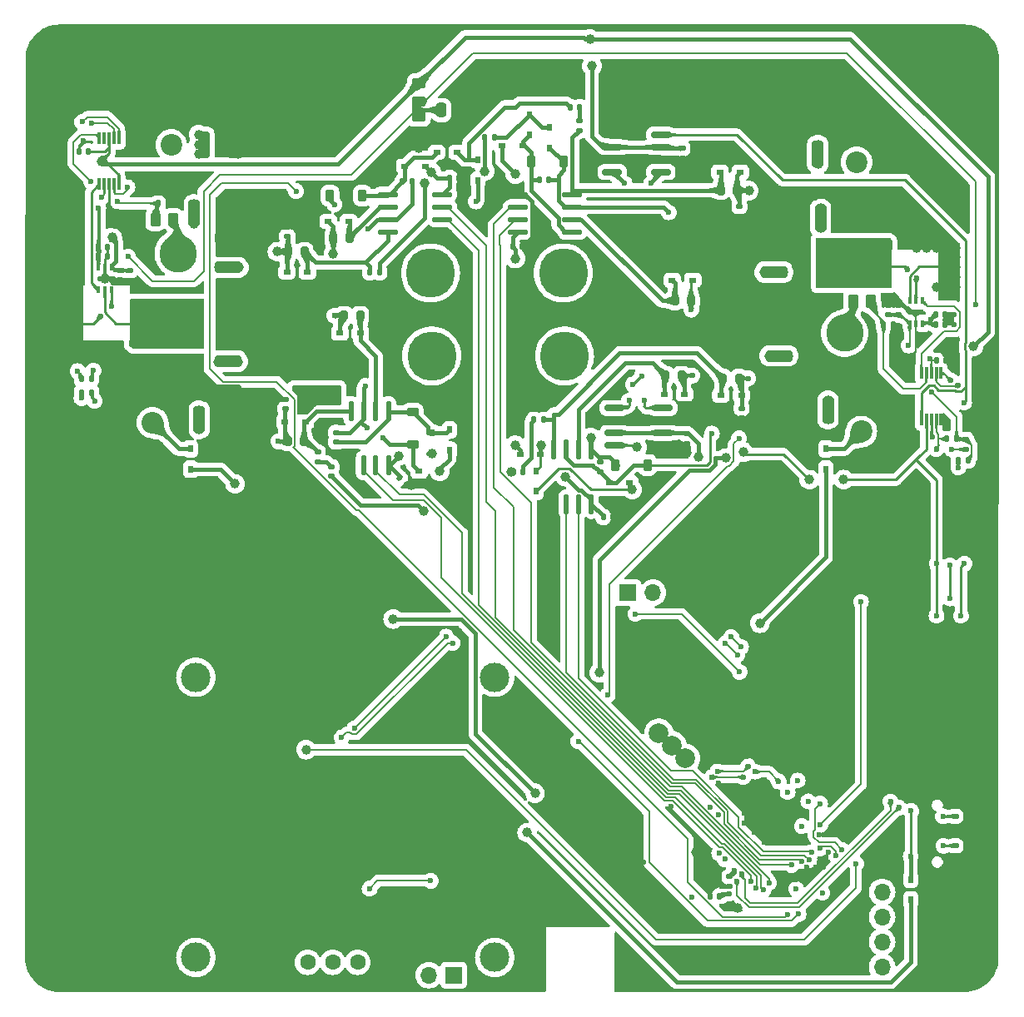
<source format=gbl>
G04 #@! TF.GenerationSoftware,KiCad,Pcbnew,8.0.6*
G04 #@! TF.CreationDate,2025-05-10T14:29:50+10:00*
G04 #@! TF.ProjectId,MPPT_V3,4d505054-5f56-4332-9e6b-696361645f70,rev?*
G04 #@! TF.SameCoordinates,Original*
G04 #@! TF.FileFunction,Copper,L4,Bot*
G04 #@! TF.FilePolarity,Positive*
%FSLAX46Y46*%
G04 Gerber Fmt 4.6, Leading zero omitted, Abs format (unit mm)*
G04 Created by KiCad (PCBNEW 8.0.6) date 2025-05-10 14:29:50*
%MOMM*%
%LPD*%
G01*
G04 APERTURE LIST*
G04 Aperture macros list*
%AMRoundRect*
0 Rectangle with rounded corners*
0 $1 Rounding radius*
0 $2 $3 $4 $5 $6 $7 $8 $9 X,Y pos of 4 corners*
0 Add a 4 corners polygon primitive as box body*
4,1,4,$2,$3,$4,$5,$6,$7,$8,$9,$2,$3,0*
0 Add four circle primitives for the rounded corners*
1,1,$1+$1,$2,$3*
1,1,$1+$1,$4,$5*
1,1,$1+$1,$6,$7*
1,1,$1+$1,$8,$9*
0 Add four rect primitives between the rounded corners*
20,1,$1+$1,$2,$3,$4,$5,0*
20,1,$1+$1,$4,$5,$6,$7,0*
20,1,$1+$1,$6,$7,$8,$9,0*
20,1,$1+$1,$8,$9,$2,$3,0*%
G04 Aperture macros list end*
G04 #@! TA.AperFunction,ComponentPad*
%ADD10R,1.700000X1.700000*%
G04 #@! TD*
G04 #@! TA.AperFunction,ComponentPad*
%ADD11O,1.700000X1.700000*%
G04 #@! TD*
G04 #@! TA.AperFunction,ComponentPad*
%ADD12C,5.000000*%
G04 #@! TD*
G04 #@! TA.AperFunction,ComponentPad*
%ADD13C,6.000000*%
G04 #@! TD*
G04 #@! TA.AperFunction,ComponentPad*
%ADD14C,2.200000*%
G04 #@! TD*
G04 #@! TA.AperFunction,ComponentPad*
%ADD15O,2.100000X1.000000*%
G04 #@! TD*
G04 #@! TA.AperFunction,ComponentPad*
%ADD16O,1.600000X1.000000*%
G04 #@! TD*
G04 #@! TA.AperFunction,ComponentPad*
%ADD17C,3.000000*%
G04 #@! TD*
G04 #@! TA.AperFunction,ComponentPad*
%ADD18C,1.600000*%
G04 #@! TD*
G04 #@! TA.AperFunction,ComponentPad*
%ADD19C,3.800000*%
G04 #@! TD*
G04 #@! TA.AperFunction,ComponentPad*
%ADD20O,2.200000X1.200000*%
G04 #@! TD*
G04 #@! TA.AperFunction,SMDPad,CuDef*
%ADD21RoundRect,0.250000X-1.100000X0.325000X-1.100000X-0.325000X1.100000X-0.325000X1.100000X0.325000X0*%
G04 #@! TD*
G04 #@! TA.AperFunction,SMDPad,CuDef*
%ADD22RoundRect,0.250000X-0.250000X-0.475000X0.250000X-0.475000X0.250000X0.475000X-0.250000X0.475000X0*%
G04 #@! TD*
G04 #@! TA.AperFunction,SMDPad,CuDef*
%ADD23RoundRect,0.225000X-0.225000X-0.375000X0.225000X-0.375000X0.225000X0.375000X-0.225000X0.375000X0*%
G04 #@! TD*
G04 #@! TA.AperFunction,SMDPad,CuDef*
%ADD24R,0.780000X0.500000*%
G04 #@! TD*
G04 #@! TA.AperFunction,SMDPad,CuDef*
%ADD25R,0.300000X1.300000*%
G04 #@! TD*
G04 #@! TA.AperFunction,SMDPad,CuDef*
%ADD26RoundRect,0.140000X0.170000X-0.140000X0.170000X0.140000X-0.170000X0.140000X-0.170000X-0.140000X0*%
G04 #@! TD*
G04 #@! TA.AperFunction,SMDPad,CuDef*
%ADD27RoundRect,0.200000X-0.200000X-0.275000X0.200000X-0.275000X0.200000X0.275000X-0.200000X0.275000X0*%
G04 #@! TD*
G04 #@! TA.AperFunction,SMDPad,CuDef*
%ADD28RoundRect,0.250000X0.325000X1.100000X-0.325000X1.100000X-0.325000X-1.100000X0.325000X-1.100000X0*%
G04 #@! TD*
G04 #@! TA.AperFunction,SMDPad,CuDef*
%ADD29O,2.050000X0.590000*%
G04 #@! TD*
G04 #@! TA.AperFunction,SMDPad,CuDef*
%ADD30RoundRect,0.140000X0.140000X0.170000X-0.140000X0.170000X-0.140000X-0.170000X0.140000X-0.170000X0*%
G04 #@! TD*
G04 #@! TA.AperFunction,SMDPad,CuDef*
%ADD31RoundRect,0.250000X0.262500X0.450000X-0.262500X0.450000X-0.262500X-0.450000X0.262500X-0.450000X0*%
G04 #@! TD*
G04 #@! TA.AperFunction,SMDPad,CuDef*
%ADD32RoundRect,0.135000X-0.135000X-0.185000X0.135000X-0.185000X0.135000X0.185000X-0.135000X0.185000X0*%
G04 #@! TD*
G04 #@! TA.AperFunction,SMDPad,CuDef*
%ADD33RoundRect,0.150000X-0.825000X-0.150000X0.825000X-0.150000X0.825000X0.150000X-0.825000X0.150000X0*%
G04 #@! TD*
G04 #@! TA.AperFunction,SMDPad,CuDef*
%ADD34RoundRect,0.140000X-0.170000X0.140000X-0.170000X-0.140000X0.170000X-0.140000X0.170000X0.140000X0*%
G04 #@! TD*
G04 #@! TA.AperFunction,SMDPad,CuDef*
%ADD35RoundRect,0.140000X-0.140000X-0.170000X0.140000X-0.170000X0.140000X0.170000X-0.140000X0.170000X0*%
G04 #@! TD*
G04 #@! TA.AperFunction,SMDPad,CuDef*
%ADD36RoundRect,0.135000X0.185000X-0.135000X0.185000X0.135000X-0.185000X0.135000X-0.185000X-0.135000X0*%
G04 #@! TD*
G04 #@! TA.AperFunction,SMDPad,CuDef*
%ADD37R,0.500000X0.780000*%
G04 #@! TD*
G04 #@! TA.AperFunction,SMDPad,CuDef*
%ADD38RoundRect,0.135000X0.135000X0.185000X-0.135000X0.185000X-0.135000X-0.185000X0.135000X-0.185000X0*%
G04 #@! TD*
G04 #@! TA.AperFunction,SMDPad,CuDef*
%ADD39RoundRect,0.250000X0.362500X1.425000X-0.362500X1.425000X-0.362500X-1.425000X0.362500X-1.425000X0*%
G04 #@! TD*
G04 #@! TA.AperFunction,SMDPad,CuDef*
%ADD40RoundRect,0.200000X0.200000X0.275000X-0.200000X0.275000X-0.200000X-0.275000X0.200000X-0.275000X0*%
G04 #@! TD*
G04 #@! TA.AperFunction,SMDPad,CuDef*
%ADD41RoundRect,0.225000X-0.375000X0.225000X-0.375000X-0.225000X0.375000X-0.225000X0.375000X0.225000X0*%
G04 #@! TD*
G04 #@! TA.AperFunction,SMDPad,CuDef*
%ADD42R,0.400000X0.800000*%
G04 #@! TD*
G04 #@! TA.AperFunction,SMDPad,CuDef*
%ADD43RoundRect,0.250000X-0.362500X-1.425000X0.362500X-1.425000X0.362500X1.425000X-0.362500X1.425000X0*%
G04 #@! TD*
G04 #@! TA.AperFunction,SMDPad,CuDef*
%ADD44RoundRect,0.250000X-0.325000X-1.100000X0.325000X-1.100000X0.325000X1.100000X-0.325000X1.100000X0*%
G04 #@! TD*
G04 #@! TA.AperFunction,SMDPad,CuDef*
%ADD45RoundRect,0.250000X-0.262500X-0.450000X0.262500X-0.450000X0.262500X0.450000X-0.262500X0.450000X0*%
G04 #@! TD*
G04 #@! TA.AperFunction,SMDPad,CuDef*
%ADD46RoundRect,0.135000X-0.185000X0.135000X-0.185000X-0.135000X0.185000X-0.135000X0.185000X0.135000X0*%
G04 #@! TD*
G04 #@! TA.AperFunction,SMDPad,CuDef*
%ADD47RoundRect,0.250000X1.100000X-0.325000X1.100000X0.325000X-1.100000X0.325000X-1.100000X-0.325000X0*%
G04 #@! TD*
G04 #@! TA.AperFunction,SMDPad,CuDef*
%ADD48RoundRect,0.225000X0.225000X0.375000X-0.225000X0.375000X-0.225000X-0.375000X0.225000X-0.375000X0*%
G04 #@! TD*
G04 #@! TA.AperFunction,SMDPad,CuDef*
%ADD49O,0.590000X2.050000*%
G04 #@! TD*
G04 #@! TA.AperFunction,SMDPad,CuDef*
%ADD50RoundRect,0.250000X-0.450000X0.262500X-0.450000X-0.262500X0.450000X-0.262500X0.450000X0.262500X0*%
G04 #@! TD*
G04 #@! TA.AperFunction,SMDPad,CuDef*
%ADD51RoundRect,0.140000X0.219203X0.021213X0.021213X0.219203X-0.219203X-0.021213X-0.021213X-0.219203X0*%
G04 #@! TD*
G04 #@! TA.AperFunction,SMDPad,CuDef*
%ADD52RoundRect,0.150000X0.825000X0.150000X-0.825000X0.150000X-0.825000X-0.150000X0.825000X-0.150000X0*%
G04 #@! TD*
G04 #@! TA.AperFunction,ViaPad*
%ADD53C,0.600000*%
G04 #@! TD*
G04 #@! TA.AperFunction,ViaPad*
%ADD54C,1.000000*%
G04 #@! TD*
G04 #@! TA.AperFunction,ViaPad*
%ADD55C,2.000000*%
G04 #@! TD*
G04 #@! TA.AperFunction,Conductor*
%ADD56C,0.400000*%
G04 #@! TD*
G04 #@! TA.AperFunction,Conductor*
%ADD57C,0.200000*%
G04 #@! TD*
G04 #@! TA.AperFunction,Conductor*
%ADD58C,0.250000*%
G04 #@! TD*
G04 #@! TA.AperFunction,Conductor*
%ADD59C,0.156500*%
G04 #@! TD*
G04 APERTURE END LIST*
D10*
X123940000Y-150500000D03*
D11*
X121400000Y-150500000D03*
D12*
X135074999Y-79075000D03*
X121575000Y-79075000D03*
D13*
X84800000Y-147500000D03*
X175000000Y-58500000D03*
D14*
X93300000Y-94300000D03*
X93300000Y-101800000D03*
D15*
X172585022Y-140423263D03*
D16*
X176765022Y-140423263D03*
D15*
X172585022Y-131783263D03*
D16*
X176765022Y-131783263D03*
D17*
X128100000Y-148700000D03*
X128100000Y-120200000D03*
X97700000Y-148700000D03*
X97700000Y-120200000D03*
D18*
X116710000Y-149200000D03*
X114170000Y-149200000D03*
X111630000Y-149200000D03*
X109090000Y-149200000D03*
D10*
X167500000Y-139500000D03*
D11*
X167500000Y-142040000D03*
X167500000Y-144579999D03*
X167500000Y-147120000D03*
X167500000Y-149660000D03*
D13*
X175000000Y-147500000D03*
D14*
X95200000Y-66050000D03*
X95200000Y-58550000D03*
X165400000Y-95200000D03*
X165400000Y-102700000D03*
D19*
X95905000Y-84299880D03*
X95905000Y-77099880D03*
D20*
X89905000Y-73949880D03*
X89905000Y-87449880D03*
D12*
X135200000Y-87500000D03*
X121700001Y-87500000D03*
D10*
X141660000Y-111600000D03*
D11*
X144200000Y-111600000D03*
D14*
X164900000Y-67800000D03*
X164900000Y-60300000D03*
D19*
X163695000Y-78000120D03*
X163695000Y-85200120D03*
D20*
X169695000Y-88350120D03*
X169695000Y-74850120D03*
D13*
X84800000Y-58500000D03*
D21*
X101000000Y-75550000D03*
X101000000Y-78500000D03*
D22*
X122700000Y-62500000D03*
X124600000Y-62500000D03*
D23*
X131800000Y-67700000D03*
X135100000Y-67700000D03*
D24*
X120420000Y-99250000D03*
X122500000Y-99250000D03*
D25*
X173500000Y-93950000D03*
X173000000Y-93950000D03*
X172500000Y-93950000D03*
X172000000Y-93950000D03*
X171500000Y-93950000D03*
X171500000Y-89250000D03*
X172000000Y-89250000D03*
X172500000Y-89250000D03*
X173000000Y-89250000D03*
X173500000Y-89250000D03*
D26*
X106800000Y-92880000D03*
X106800000Y-91920000D03*
D27*
X151300000Y-89800000D03*
X152950000Y-89800000D03*
D28*
X100500000Y-73000000D03*
X97550000Y-73000000D03*
D29*
X130460000Y-74910000D03*
X130460000Y-73630000D03*
X130460000Y-72370000D03*
X130460000Y-71100000D03*
X136000000Y-71100000D03*
X136000000Y-72370000D03*
X136000000Y-73630000D03*
X136000000Y-74910000D03*
D28*
X101475000Y-66000000D03*
X98525000Y-66000000D03*
D30*
X140100000Y-103900000D03*
X139140000Y-103900000D03*
D24*
X147405000Y-91400000D03*
X145325000Y-91400000D03*
D31*
X95415000Y-73650000D03*
X93590000Y-73650000D03*
D24*
X106760000Y-94200000D03*
X108840000Y-94200000D03*
D32*
X86080000Y-89850000D03*
X87100000Y-89850000D03*
D29*
X122770000Y-71090000D03*
X122770000Y-72370000D03*
X122770000Y-73630000D03*
X122770000Y-74900000D03*
X117230000Y-74900000D03*
X117230000Y-73630000D03*
X117230000Y-72370000D03*
X117230000Y-71090000D03*
D30*
X86790000Y-66700000D03*
X85830000Y-66700000D03*
D33*
X140050000Y-68810000D03*
X140050000Y-67540000D03*
X140050000Y-66270000D03*
X140050000Y-65000000D03*
X145000000Y-65000000D03*
X145000000Y-66270000D03*
X145000000Y-67540000D03*
X145000000Y-68810000D03*
D34*
X138800000Y-98320000D03*
X138800000Y-99280000D03*
D35*
X87790000Y-77400000D03*
X88750000Y-77400000D03*
D24*
X128860000Y-66100000D03*
X130940000Y-66100000D03*
D26*
X107000000Y-75360000D03*
X107000000Y-74400000D03*
D36*
X110100000Y-98319998D03*
X110100000Y-97300000D03*
D37*
X121750000Y-97440000D03*
X121750000Y-95360000D03*
D30*
X124480000Y-69400000D03*
X123520000Y-69400000D03*
D38*
X116409999Y-79000000D03*
X115390001Y-79000000D03*
D35*
X132620000Y-69600000D03*
X133580000Y-69600000D03*
D39*
X91625000Y-84200000D03*
X85700000Y-84200000D03*
D37*
X132300000Y-101280000D03*
X132300000Y-99200000D03*
D40*
X113325000Y-75500000D03*
X111675000Y-75500000D03*
D41*
X119760589Y-93210589D03*
X119760589Y-96510589D03*
D42*
X87800000Y-78500000D03*
X88450000Y-78500000D03*
X89100000Y-78500000D03*
X89100000Y-80800000D03*
X88450000Y-80800000D03*
X87800000Y-80800000D03*
D36*
X174950000Y-134350000D03*
X174950000Y-133330000D03*
D43*
X167875000Y-78400000D03*
X173800000Y-78400000D03*
D28*
X101000000Y-94000000D03*
X98050000Y-94000000D03*
D36*
X176000000Y-97020000D03*
X176000000Y-96000000D03*
D27*
X145450000Y-89500000D03*
X147100000Y-89500000D03*
D32*
X86090000Y-91250000D03*
X87110000Y-91250000D03*
D34*
X90000000Y-78800000D03*
X90000000Y-79760000D03*
D26*
X169150000Y-83330000D03*
X169150000Y-82370000D03*
D27*
X151100000Y-70650000D03*
X152750000Y-70650000D03*
D37*
X126400000Y-69640000D03*
X126400000Y-67560000D03*
D26*
X111960589Y-96260589D03*
X111960589Y-95300589D03*
D44*
X158000000Y-67000000D03*
X160950000Y-67000000D03*
D24*
X130685000Y-97500000D03*
X132765000Y-97500000D03*
X121040000Y-68200000D03*
X118960000Y-68200000D03*
D27*
X146425000Y-81900000D03*
X148075000Y-81900000D03*
D37*
X170400000Y-140760000D03*
X170400000Y-142840000D03*
X131600000Y-62960000D03*
X131600000Y-65040000D03*
D45*
X164562500Y-81975000D03*
X166387500Y-81975000D03*
D35*
X173010000Y-88000000D03*
X173970000Y-88000000D03*
D46*
X174950000Y-137340000D03*
X174950000Y-138360000D03*
D24*
X139760000Y-100400000D03*
X141840000Y-100400000D03*
D32*
X174050000Y-95950000D03*
X175070000Y-95950000D03*
D24*
X153190000Y-91500000D03*
X151110000Y-91500000D03*
D30*
X150980000Y-142450000D03*
X150020000Y-142450000D03*
D34*
X152000000Y-140470000D03*
X152000000Y-141430000D03*
D40*
X114425000Y-83400000D03*
X112775000Y-83400000D03*
D25*
X89900000Y-70050000D03*
X89400000Y-70050000D03*
X88900000Y-70050000D03*
X88400000Y-70050000D03*
X87900000Y-70050000D03*
X87900000Y-65350000D03*
X88400000Y-65350000D03*
X88900000Y-65350000D03*
X89400000Y-65350000D03*
X89900000Y-65350000D03*
D42*
X171600000Y-84200000D03*
X170950000Y-84200000D03*
X170300000Y-84200000D03*
X170300000Y-81900000D03*
X170950000Y-81900000D03*
X171600000Y-81900000D03*
D47*
X157000000Y-90450000D03*
X157000000Y-87500000D03*
D34*
X153000000Y-72320000D03*
X153000000Y-73280000D03*
D26*
X168150000Y-83310000D03*
X168150000Y-82350000D03*
D40*
X108725000Y-96200000D03*
X107075000Y-96200000D03*
D37*
X123500000Y-97100589D03*
X123500000Y-95020589D03*
D34*
X153200000Y-92840000D03*
X153200000Y-93800000D03*
D24*
X106960000Y-79000000D03*
X109040000Y-79000000D03*
D34*
X147600000Y-95440000D03*
X147600000Y-96400000D03*
D30*
X128060000Y-65300000D03*
X127100000Y-65300000D03*
D23*
X140350000Y-98600000D03*
X143650000Y-98600000D03*
D32*
X175230000Y-98150000D03*
X176250000Y-98150000D03*
D24*
X112360000Y-85200000D03*
X114440000Y-85200000D03*
D30*
X130900000Y-76400000D03*
X129940000Y-76400000D03*
D48*
X114650000Y-71200000D03*
X111350000Y-71200000D03*
D44*
X159050000Y-93000000D03*
X162000000Y-93000000D03*
D24*
X148240000Y-79800000D03*
X146160000Y-79800000D03*
D35*
X172920000Y-84350000D03*
X173880000Y-84350000D03*
X135800000Y-62200000D03*
X136760000Y-62200000D03*
X172920000Y-83330000D03*
X173880000Y-83330000D03*
D46*
X136700000Y-63580002D03*
X136700000Y-64600000D03*
D40*
X108750000Y-76900000D03*
X107100000Y-76900000D03*
D32*
X132090001Y-94000000D03*
X133109999Y-94000000D03*
D49*
X137910000Y-102570000D03*
X136630000Y-102570000D03*
X135370000Y-102570000D03*
X134100000Y-102570000D03*
X134100000Y-97030000D03*
X135370000Y-97030000D03*
X136630000Y-97030000D03*
X137910000Y-97030000D03*
D35*
X87790000Y-76450000D03*
X88750000Y-76450000D03*
D32*
X167640000Y-84350000D03*
X168660000Y-84350000D03*
D49*
X117298089Y-98630589D03*
X116018089Y-98630589D03*
X114758089Y-98630589D03*
X113488089Y-98630589D03*
X113488089Y-93090589D03*
X114758089Y-93090589D03*
X116018089Y-93090589D03*
X117298089Y-93090589D03*
D34*
X91000000Y-78840000D03*
X91000000Y-79800000D03*
D50*
X120400000Y-63187500D03*
X120400000Y-65012500D03*
D26*
X111500000Y-99760000D03*
X111500000Y-98800000D03*
D35*
X130020000Y-99300000D03*
X130980000Y-99300000D03*
D32*
X93880000Y-72000000D03*
X94900000Y-72000000D03*
D37*
X133700000Y-66340000D03*
X133700000Y-64260000D03*
D44*
X158300000Y-73500000D03*
X161250000Y-73500000D03*
D35*
X118720000Y-69800000D03*
X119680000Y-69800000D03*
D24*
X153080000Y-68800000D03*
X151000000Y-68800000D03*
D37*
X97200000Y-96960000D03*
X97200000Y-99040000D03*
D50*
X120400000Y-59775000D03*
X120400000Y-61600000D03*
D24*
X124280000Y-66800000D03*
X122200000Y-66800000D03*
D37*
X161800000Y-96960000D03*
X161800000Y-99040000D03*
D51*
X119100000Y-100600000D03*
X118421178Y-99921178D03*
D34*
X147200000Y-66400000D03*
X147200000Y-67360000D03*
D47*
X101000000Y-91000000D03*
X101000000Y-88050000D03*
D52*
X145200000Y-92800000D03*
X145200000Y-94070000D03*
X145200000Y-95340000D03*
X145200000Y-96610000D03*
X140250000Y-96610000D03*
X140250000Y-95340000D03*
X140250000Y-94070000D03*
X140250000Y-92800000D03*
D21*
X156500000Y-76025000D03*
X156500000Y-78975000D03*
D24*
X111160000Y-73800000D03*
X113240000Y-73800000D03*
D53*
X121600000Y-140900000D03*
X115380000Y-141700000D03*
D54*
X156500000Y-75200000D03*
X102000000Y-94000000D03*
X133000000Y-108250000D03*
X87000000Y-136000000D03*
X81250000Y-76750000D03*
D53*
X174800000Y-88000000D03*
D54*
X175000000Y-80500000D03*
X96000000Y-136000000D03*
X163500000Y-116500000D03*
X88500000Y-134500000D03*
X90000000Y-139000000D03*
D53*
X172625000Y-95750000D03*
D54*
X141000000Y-103900000D03*
X172000000Y-76500000D03*
X108000000Y-136000000D03*
X106100000Y-110300000D03*
D53*
X155500000Y-135000000D03*
D54*
X93000000Y-139000000D03*
X105300000Y-109800000D03*
D53*
X143200000Y-139000000D03*
D54*
X100000000Y-93000000D03*
X158500000Y-75200000D03*
X105000000Y-65000000D03*
X88500000Y-140500000D03*
D53*
X154500000Y-134000000D03*
D54*
X142000000Y-103000000D03*
X130250000Y-135100000D03*
X102000000Y-67000000D03*
D53*
X155500000Y-134000000D03*
D54*
X106500000Y-63500000D03*
X82500000Y-134500000D03*
X100000000Y-91000000D03*
X155200000Y-92600000D03*
X113200000Y-112800000D03*
D53*
X153500000Y-135000000D03*
X174950000Y-132450000D03*
D54*
X87000000Y-133000000D03*
X88500000Y-131500000D03*
X119600000Y-100700000D03*
X159000000Y-92000000D03*
X104500000Y-73500000D03*
D53*
X113250000Y-124500000D03*
D54*
X160500000Y-116500000D03*
X94500000Y-137500000D03*
X159000000Y-94000000D03*
X175500000Y-120000000D03*
X174000000Y-125000000D03*
X81250000Y-77750000D03*
X102000000Y-65000000D03*
X109500000Y-131500000D03*
X82250000Y-85750000D03*
X112500000Y-63500000D03*
D53*
X161100000Y-136200000D03*
X124500000Y-115500000D03*
D54*
X134250000Y-104500000D03*
X156500000Y-74200000D03*
X134250000Y-107000000D03*
X108000000Y-62000000D03*
X153400000Y-109600000D03*
X84000000Y-133000000D03*
D53*
X142500000Y-94000000D03*
X114430000Y-114280000D03*
D54*
X87000000Y-139000000D03*
X157200000Y-94600000D03*
X102000000Y-133000000D03*
X106900000Y-109800000D03*
D53*
X151180000Y-141434123D03*
D54*
X156200000Y-91600000D03*
X101500000Y-75550000D03*
X82250000Y-80750000D03*
X157200000Y-93600000D03*
X96000000Y-139000000D03*
X147600000Y-97400000D03*
X114000000Y-62000000D03*
D53*
X154500000Y-135000000D03*
D54*
X157500000Y-75200000D03*
X157500000Y-73200000D03*
X97500000Y-134500000D03*
X155400000Y-109600000D03*
D53*
X148150000Y-142550000D03*
D54*
X146000000Y-97400000D03*
D53*
X156500000Y-135000000D03*
D54*
X128400000Y-70200000D03*
X90000000Y-136000000D03*
X138000000Y-106500000D03*
X174000000Y-127000000D03*
X165000000Y-133500000D03*
X174000000Y-79500000D03*
X97500000Y-137500000D03*
X174000000Y-78500000D03*
X97500000Y-131500000D03*
X105000000Y-56000000D03*
X172000000Y-75500000D03*
X97500000Y-140500000D03*
X154400000Y-109600000D03*
X157700000Y-90600000D03*
X83250000Y-79750000D03*
X154900000Y-108800000D03*
X83250000Y-84750000D03*
X82250000Y-84750000D03*
D53*
X174950000Y-139300000D03*
D54*
X102000000Y-91000000D03*
X108000000Y-56000000D03*
X149000000Y-139040000D03*
X83250000Y-76750000D03*
X134250000Y-105750000D03*
X153900000Y-110400000D03*
X175500000Y-128000000D03*
D53*
X160000000Y-131500000D03*
D54*
X82250000Y-87750000D03*
X114500000Y-56000000D03*
X111000000Y-59000000D03*
X100000000Y-95000000D03*
X81250000Y-80750000D03*
D53*
X88000000Y-83500000D03*
D54*
X154900000Y-110400000D03*
D53*
X155090000Y-122150000D03*
D54*
X175000000Y-78500000D03*
X85500000Y-134500000D03*
X163000000Y-131500000D03*
X157800000Y-105800000D03*
D53*
X162000000Y-138000000D03*
D54*
X103500000Y-131500000D03*
X83250000Y-85750000D03*
X102000000Y-139000000D03*
X139000000Y-105750000D03*
X134250000Y-108250000D03*
X91500000Y-140500000D03*
X94500000Y-140500000D03*
X100400000Y-106400000D03*
X106100000Y-111300000D03*
X101000000Y-95000000D03*
X156200000Y-93600000D03*
D53*
X160750000Y-139550000D03*
D54*
X177000000Y-125000000D03*
X109500000Y-63500000D03*
X100500000Y-71550000D03*
X163000000Y-130000000D03*
X82500000Y-131500000D03*
X111000000Y-56000000D03*
X101000000Y-94000000D03*
X174000000Y-119000000D03*
X108000000Y-133000000D03*
D53*
X153750000Y-128250000D03*
D54*
X101500000Y-71550000D03*
X112560589Y-97860589D03*
X175000000Y-77500000D03*
X106500000Y-131500000D03*
X162000000Y-114500000D03*
X100500000Y-134500000D03*
X109500000Y-134500000D03*
X133000000Y-103200000D03*
X105000000Y-139000000D03*
X108000000Y-65000000D03*
D53*
X158730000Y-140800000D03*
X156500000Y-134000000D03*
D54*
X155300000Y-104500000D03*
X102000000Y-93000000D03*
X106500000Y-140500000D03*
D53*
X141500000Y-94000000D03*
D54*
X162000000Y-121000000D03*
X133000000Y-105750000D03*
X172000000Y-74500000D03*
X175500000Y-130000000D03*
D53*
X170000000Y-132750000D03*
D54*
X140000000Y-105000000D03*
X175000000Y-79500000D03*
X81250000Y-81750000D03*
D53*
X167250000Y-132750000D03*
D54*
X153900000Y-108800000D03*
D53*
X89100000Y-82500000D03*
D54*
X164000000Y-134500000D03*
X91500000Y-131500000D03*
X158500000Y-72200000D03*
D53*
X138000000Y-94000000D03*
D54*
X83250000Y-86750000D03*
X82250000Y-82750000D03*
X105000000Y-136000000D03*
D55*
X151820000Y-112880000D03*
D54*
X163000000Y-128500000D03*
X103500000Y-140500000D03*
D53*
X161250000Y-138750000D03*
D54*
X111000000Y-65000000D03*
X101000000Y-91000000D03*
X100000000Y-92000000D03*
X108000000Y-59000000D03*
X82500000Y-137500000D03*
X81250000Y-75750000D03*
X112500000Y-57500000D03*
X157500000Y-72200000D03*
X88500000Y-137500000D03*
X85500000Y-140500000D03*
X163500000Y-113000000D03*
X174000000Y-129000000D03*
X173000000Y-76500000D03*
X108000000Y-139000000D03*
X175500000Y-124000000D03*
X99000000Y-139000000D03*
D53*
X174000000Y-94000000D03*
D54*
X84000000Y-136000000D03*
X106500000Y-137500000D03*
X100000000Y-94000000D03*
X105000000Y-59000000D03*
X85500000Y-131500000D03*
X104500000Y-71500000D03*
X83250000Y-78750000D03*
X174000000Y-75500000D03*
X81250000Y-84750000D03*
X82250000Y-77750000D03*
X103100000Y-107200000D03*
X81250000Y-86750000D03*
X175000000Y-76500000D03*
X83250000Y-83750000D03*
X94500000Y-134500000D03*
X133350000Y-133050000D03*
X81250000Y-78750000D03*
X174000000Y-80500000D03*
X81250000Y-85750000D03*
X157200000Y-92600000D03*
X158700000Y-90600000D03*
D53*
X154500000Y-136000000D03*
X143500000Y-94000000D03*
D54*
X104500000Y-72500000D03*
D53*
X111750000Y-125750000D03*
D54*
X166000000Y-132500000D03*
X105300000Y-110800000D03*
X147200000Y-68000000D03*
D53*
X146000000Y-133350000D03*
D54*
X83250000Y-80750000D03*
D53*
X150014135Y-133385866D03*
D54*
X82250000Y-83750000D03*
X158500000Y-76200000D03*
X138000000Y-105000000D03*
X84000000Y-139000000D03*
X101500000Y-73550000D03*
X100400000Y-116400000D03*
X106500000Y-57500000D03*
X83250000Y-81750000D03*
X100500000Y-75550000D03*
X177000000Y-127000000D03*
X114500000Y-59000000D03*
X106900000Y-110800000D03*
D53*
X110130000Y-120280000D03*
D54*
X156200000Y-94600000D03*
X96000000Y-133000000D03*
X174000000Y-123000000D03*
D53*
X139000000Y-94000000D03*
D54*
X94500000Y-131500000D03*
D53*
X168650000Y-85050000D03*
D54*
X158500000Y-74200000D03*
X105000000Y-133000000D03*
X93000000Y-133000000D03*
X100500000Y-73550000D03*
X104500000Y-74500000D03*
X82250000Y-76750000D03*
X90000000Y-133000000D03*
X81250000Y-87750000D03*
X82250000Y-81750000D03*
X160500000Y-123000000D03*
D53*
X159800000Y-139550000D03*
X155500000Y-136000000D03*
D54*
X99000000Y-133000000D03*
X82250000Y-79750000D03*
X152791713Y-143672498D03*
D53*
X95900000Y-72050000D03*
D54*
X82250000Y-75750000D03*
X173000000Y-75500000D03*
X155200000Y-94600000D03*
X85500000Y-137500000D03*
X111000000Y-62000000D03*
X177000000Y-119000000D03*
X166500000Y-116500000D03*
X100500000Y-74550000D03*
D53*
X156500000Y-137000000D03*
D54*
X101500000Y-72550000D03*
X82500000Y-140500000D03*
X174000000Y-77500000D03*
X157500000Y-74200000D03*
X100500000Y-131500000D03*
D53*
X174800000Y-83300000D03*
D54*
X155200000Y-91600000D03*
X163500000Y-119500000D03*
X157500000Y-76200000D03*
X109500000Y-57500000D03*
X82250000Y-86750000D03*
X105400000Y-106200000D03*
X162000000Y-118000000D03*
X102000000Y-92000000D03*
D55*
X150539239Y-114250761D03*
D54*
X103500000Y-134500000D03*
X83250000Y-77750000D03*
X99000000Y-136000000D03*
X81250000Y-79750000D03*
X103400000Y-100100000D03*
X120400000Y-66400000D03*
X88500000Y-79699998D03*
X81250000Y-82750000D03*
X173000000Y-80500000D03*
D53*
X150880000Y-131000000D03*
D54*
X102000000Y-66000000D03*
X158500000Y-73200000D03*
D53*
X150021544Y-141717064D03*
X161550000Y-139500000D03*
D54*
X156500000Y-76200000D03*
X109500000Y-140500000D03*
X109500000Y-137500000D03*
X177000000Y-123000000D03*
X155200000Y-73200000D03*
D53*
X174800000Y-84350000D03*
D54*
X158000000Y-68000000D03*
X148550000Y-138020000D03*
X83250000Y-87750000D03*
X177000000Y-129000000D03*
D53*
X122250000Y-115750000D03*
D54*
X100500000Y-140500000D03*
X101500000Y-74550000D03*
X160500000Y-119500000D03*
X133000000Y-107000000D03*
X133000000Y-104500000D03*
X100500000Y-72550000D03*
X158000000Y-67000000D03*
X101000000Y-93000000D03*
X159000000Y-93000000D03*
X112500000Y-60500000D03*
D53*
X177250000Y-115710000D03*
D54*
X81250000Y-83750000D03*
X171000000Y-76500000D03*
X174000000Y-121000000D03*
D53*
X156500000Y-136000000D03*
D54*
X91500000Y-134500000D03*
X93000000Y-136000000D03*
D53*
X155500000Y-137000000D03*
D54*
X83250000Y-82750000D03*
X175500000Y-126000000D03*
X109500000Y-60500000D03*
X106500000Y-60500000D03*
X174000000Y-76500000D03*
X155200000Y-93600000D03*
D53*
X150750000Y-128750000D03*
D54*
X156200000Y-92600000D03*
X91500000Y-137500000D03*
X166500000Y-119000000D03*
D53*
X153500000Y-134000000D03*
D54*
X158000000Y-66000000D03*
X82250000Y-78750000D03*
X103500000Y-137500000D03*
X106500000Y-134500000D03*
X102000000Y-136000000D03*
X100500000Y-137500000D03*
X175500000Y-122000000D03*
X126100000Y-62500000D03*
X143400000Y-67600000D03*
X101000000Y-92000000D03*
D53*
X159940000Y-129530000D03*
D54*
X106100000Y-109300000D03*
D53*
X86300000Y-65600000D03*
D54*
X177000000Y-121000000D03*
X157200000Y-91600000D03*
X130200000Y-96600000D03*
X130200000Y-77600000D03*
X135300000Y-99800000D03*
X130200000Y-69000000D03*
X121750000Y-97440000D03*
X121670000Y-68830000D03*
X118360589Y-97660589D03*
D53*
X150200000Y-95400000D03*
X141775000Y-92050000D03*
X143073192Y-89551808D03*
X142151808Y-90398192D03*
D54*
X101100000Y-78500000D03*
X98000000Y-93000000D03*
X102000000Y-88100000D03*
X97500000Y-72050000D03*
X100100000Y-78500000D03*
X97500000Y-74050000D03*
X100000000Y-88100000D03*
X98000000Y-66000000D03*
X98000000Y-65000000D03*
X98000000Y-95000000D03*
X102100000Y-78500000D03*
X98000000Y-94000000D03*
X101000000Y-88100000D03*
X97500000Y-73050000D03*
X98000000Y-67000000D03*
X117780000Y-114280000D03*
X132200000Y-132000000D03*
X131400000Y-136000000D03*
X137800000Y-55250000D03*
D53*
X150930000Y-138090000D03*
D54*
X138000000Y-58000000D03*
D55*
X146150000Y-127150000D03*
D53*
X159990735Y-132830735D03*
X158910000Y-130700000D03*
X172524999Y-91159924D03*
D54*
X176770000Y-86560000D03*
D53*
X151500000Y-138700000D03*
X158770000Y-141750000D03*
X151953742Y-142210000D03*
X87300000Y-89000000D03*
X170200000Y-86450000D03*
X87430000Y-92100000D03*
D54*
X151600000Y-97900000D03*
D53*
X150840031Y-134186229D03*
D54*
X148800000Y-97775000D03*
X89200000Y-75450000D03*
D53*
X159340000Y-135350000D03*
D54*
X138750000Y-119750000D03*
X88100000Y-67700000D03*
D53*
X161424265Y-142124265D03*
D55*
X147500000Y-128450000D03*
D53*
X172350000Y-87800000D03*
D55*
X144800000Y-125900000D03*
D53*
X157890000Y-131890000D03*
D54*
X129800000Y-99300000D03*
X122500000Y-99250000D03*
D53*
X172475000Y-83775000D03*
X90800000Y-77400000D03*
X87800000Y-72500000D03*
X87900000Y-76900000D03*
X177000000Y-82300000D03*
X87044975Y-69744975D03*
X170100000Y-78700000D03*
X170983884Y-79583884D03*
X173000000Y-97000000D03*
X123810000Y-116710000D03*
X152790000Y-117919741D03*
X112530000Y-126320000D03*
X151550000Y-116750000D03*
X175250000Y-98850000D03*
X86090000Y-91805123D03*
X87100000Y-63800000D03*
X175250000Y-90500000D03*
X156990000Y-130800000D03*
X154590000Y-129800000D03*
X115200000Y-74600000D03*
X111810000Y-72090000D03*
X126200000Y-71800000D03*
X144000000Y-69950000D03*
X145800000Y-72900000D03*
D54*
X137900000Y-95800000D03*
X132800000Y-96600000D03*
D53*
X141300000Y-69950000D03*
X152160000Y-116110000D03*
X174600000Y-97000000D03*
X86150000Y-63700000D03*
X123145000Y-116055000D03*
X174500000Y-90000000D03*
X113820000Y-125380000D03*
X85700000Y-89050000D03*
X153159265Y-117100000D03*
X173750000Y-137350000D03*
X173700000Y-134350000D03*
X89750000Y-71750000D03*
X88150000Y-71350000D03*
D54*
X142080000Y-101120000D03*
X120900000Y-103300000D03*
D53*
X153885000Y-129250000D03*
X150750000Y-129750000D03*
X150184313Y-130350000D03*
X153390000Y-130349980D03*
X161200000Y-133050000D03*
X163400000Y-137750000D03*
X162800000Y-138300000D03*
X161200000Y-137600000D03*
D54*
X160100000Y-100100000D03*
D53*
X173040000Y-113940000D03*
D54*
X163600000Y-100100000D03*
X142600000Y-96800000D03*
D53*
X173050000Y-108640000D03*
D54*
X153400000Y-97300000D03*
D53*
X154185527Y-140959583D03*
X154639999Y-141679619D03*
X160300000Y-138000000D03*
X160100000Y-138800000D03*
D54*
X121000000Y-69900000D03*
X127100000Y-68700000D03*
X155075000Y-114700000D03*
X101700000Y-100527207D03*
X161000000Y-66000000D03*
X158000000Y-87500000D03*
X161300000Y-72500000D03*
X161300000Y-73500000D03*
X157000000Y-87500000D03*
X155500000Y-79000000D03*
X161300000Y-74500000D03*
X156500000Y-79000000D03*
X161000000Y-67000000D03*
X157500000Y-79000000D03*
X161000000Y-68000000D03*
X162000000Y-92000000D03*
X156000000Y-87500000D03*
X162000000Y-94000000D03*
X162000000Y-93000000D03*
D53*
X116760589Y-95860589D03*
X114960589Y-90560589D03*
X115160589Y-94860589D03*
X159300000Y-138900000D03*
X155426726Y-141824745D03*
X156000000Y-141100000D03*
X158300000Y-139300000D03*
X175850000Y-92240000D03*
X175520000Y-113940000D03*
X175875000Y-108630000D03*
X106100000Y-96200000D03*
X152450000Y-139840002D03*
X153190505Y-140214446D03*
X168350000Y-132850000D03*
X143300000Y-92000000D03*
D54*
X106000000Y-76900000D03*
D53*
X153900000Y-89800000D03*
D54*
X153950000Y-70700000D03*
D53*
X170400000Y-138450000D03*
X170450000Y-133800000D03*
X152733300Y-140938448D03*
X169250000Y-133450000D03*
X111800000Y-83400000D03*
X107900000Y-70750000D03*
X157900000Y-144350000D03*
X161230000Y-135210000D03*
X165350000Y-112530000D03*
D54*
X108910000Y-127560000D03*
D53*
X164855000Y-139145000D03*
X90750000Y-70350000D03*
X136600000Y-126700000D03*
X139592893Y-122007107D03*
X152950000Y-95900000D03*
X159000000Y-144300000D03*
X174410000Y-108800000D03*
X174410000Y-112180000D03*
D54*
X111700000Y-77100000D03*
D53*
X148200000Y-89500000D03*
X148100000Y-82800000D03*
X142400000Y-113750000D03*
X153000000Y-119650000D03*
D56*
X170400000Y-142840000D02*
X170400000Y-149200000D01*
X170400000Y-149200000D02*
X168400000Y-151200000D01*
X168400000Y-151200000D02*
X146600000Y-151200000D01*
X146600000Y-151200000D02*
X131400000Y-136000000D01*
D57*
X121600000Y-140900000D02*
X116180000Y-140900000D01*
X116180000Y-140900000D02*
X115380000Y-141700000D01*
D56*
X116018089Y-87528139D02*
X116018089Y-93090589D01*
X114425000Y-83400000D02*
X114425000Y-85935050D01*
X114425000Y-85935050D02*
X116018089Y-87528139D01*
X136630000Y-92970000D02*
X136630000Y-97030000D01*
X144150000Y-88200000D02*
X141400000Y-88200000D01*
X145450000Y-89500000D02*
X144150000Y-88200000D01*
X145325000Y-91400000D02*
X145325000Y-89625000D01*
X141400000Y-88200000D02*
X136630000Y-92970000D01*
D58*
X89583884Y-84200000D02*
X91625000Y-84200000D01*
X88450000Y-83066116D02*
X89583884Y-84200000D01*
X88450000Y-80800000D02*
X88450000Y-83066116D01*
D56*
X131900000Y-75400000D02*
X130900000Y-76400000D01*
D58*
X89100000Y-80800000D02*
X89100000Y-82500000D01*
D56*
X130460000Y-71100000D02*
X131190000Y-71100000D01*
D58*
X88750000Y-76450000D02*
X88750000Y-77400000D01*
D57*
X94900000Y-72000000D02*
X95850000Y-72000000D01*
D56*
X133630000Y-102570000D02*
X133000000Y-103200000D01*
D57*
X173880000Y-83330000D02*
X174770000Y-83330000D01*
X150020000Y-141718608D02*
X150021544Y-141717064D01*
D58*
X87300000Y-84200000D02*
X85700000Y-84200000D01*
X90000000Y-79760000D02*
X89640000Y-79760000D01*
D57*
X169150000Y-82370000D02*
X168170000Y-82370000D01*
X170950000Y-83600000D02*
X169720000Y-82370000D01*
D58*
X88450000Y-77700000D02*
X88450000Y-78500000D01*
D57*
X170950000Y-87095120D02*
X169695000Y-88350120D01*
D56*
X130460000Y-71100000D02*
X129300000Y-71100000D01*
X119500000Y-100600000D02*
X119600000Y-100700000D01*
D57*
X174000000Y-88000000D02*
X174800000Y-88000000D01*
D56*
X143460000Y-67540000D02*
X143400000Y-67600000D01*
D58*
X88900000Y-72944880D02*
X89905000Y-73949880D01*
X172500000Y-95625000D02*
X172625000Y-95750000D01*
X174950000Y-138360000D02*
X174950000Y-139300000D01*
X88000000Y-83500000D02*
X87300000Y-84200000D01*
D56*
X113330589Y-98630589D02*
X112560589Y-97860589D01*
X145200000Y-96610000D02*
X145210000Y-96610000D01*
D58*
X174950000Y-133330000D02*
X174950000Y-132450000D01*
D56*
X131190000Y-71100000D02*
X131900000Y-71810000D01*
X153000000Y-73280000D02*
X155120000Y-73280000D01*
D58*
X88450000Y-79649998D02*
X88500000Y-79699998D01*
D57*
X173880000Y-84350000D02*
X174800000Y-84350000D01*
D56*
X147600000Y-96400000D02*
X147600000Y-97400000D01*
D58*
X85800000Y-66700000D02*
X85800000Y-66100000D01*
D56*
X147200000Y-67360000D02*
X147200000Y-68000000D01*
D57*
X169720000Y-82370000D02*
X169150000Y-82370000D01*
D58*
X88750000Y-77400000D02*
X88450000Y-77700000D01*
D56*
X145210000Y-96610000D02*
X146000000Y-97400000D01*
D57*
X170950000Y-84200000D02*
X170950000Y-87095120D01*
D56*
X119100000Y-100600000D02*
X119500000Y-100600000D01*
X104580000Y-91920000D02*
X104500000Y-92000000D01*
D58*
X88900000Y-70050000D02*
X88900000Y-72944880D01*
D56*
X152000000Y-141430000D02*
X151184123Y-141430000D01*
D57*
X174770000Y-83330000D02*
X174800000Y-83300000D01*
X95850000Y-72000000D02*
X95900000Y-72050000D01*
D58*
X170300000Y-81900000D02*
X170300000Y-79383884D01*
X170300000Y-79383884D02*
X171283884Y-78400000D01*
X91000000Y-79800000D02*
X90040000Y-79800000D01*
D56*
X153200000Y-93800000D02*
X155000000Y-93800000D01*
X134100000Y-102570000D02*
X133630000Y-102570000D01*
X155000000Y-93800000D02*
X155200000Y-93600000D01*
X129300000Y-71100000D02*
X128400000Y-70200000D01*
X113488089Y-98630589D02*
X113330589Y-98630589D01*
X145486974Y-67540000D02*
X145000000Y-67540000D01*
D58*
X173500000Y-93950000D02*
X173950000Y-93950000D01*
X173950000Y-93950000D02*
X174000000Y-94000000D01*
D56*
X140100000Y-103900000D02*
X141000000Y-103900000D01*
D58*
X88450000Y-78500000D02*
X88450000Y-79649998D01*
D56*
X124600000Y-62500000D02*
X126100000Y-62500000D01*
D58*
X172500000Y-93950000D02*
X172500000Y-95625000D01*
D57*
X168650000Y-85050000D02*
X168650000Y-84360000D01*
D56*
X131900000Y-71810000D02*
X131900000Y-75400000D01*
D58*
X171283884Y-78400000D02*
X173700000Y-78400000D01*
D57*
X170950000Y-84200000D02*
X170950000Y-83600000D01*
D56*
X107000000Y-74400000D02*
X104600000Y-74400000D01*
X120400000Y-65012500D02*
X120400000Y-66400000D01*
X104600000Y-74400000D02*
X104500000Y-74500000D01*
D57*
X150020000Y-142450000D02*
X150020000Y-141718608D01*
D56*
X145000000Y-67540000D02*
X143460000Y-67540000D01*
X155120000Y-73280000D02*
X155200000Y-73200000D01*
D58*
X85800000Y-66100000D02*
X86300000Y-65600000D01*
D56*
X151184123Y-141430000D02*
X151180000Y-141434123D01*
X106800000Y-91920000D02*
X104580000Y-91920000D01*
X139140000Y-103800000D02*
X137910000Y-102570000D01*
X130685000Y-97085000D02*
X130200000Y-96600000D01*
X137910000Y-102137122D02*
X137910000Y-102570000D01*
X130685000Y-97500000D02*
X130685000Y-97085000D01*
X121300000Y-97440000D02*
X121750000Y-97440000D01*
X117390589Y-98630589D02*
X118360589Y-97660589D01*
X122240000Y-69400000D02*
X121670000Y-68830000D01*
X139140000Y-103900000D02*
X139140000Y-103800000D01*
X128860000Y-66100000D02*
X128860000Y-67660000D01*
X129940000Y-76400000D02*
X129940000Y-75430000D01*
X123520000Y-69400000D02*
X123520000Y-70340000D01*
X130200000Y-77600000D02*
X130200000Y-76660000D01*
X117298089Y-98630589D02*
X117390589Y-98630589D01*
X123520000Y-70340000D02*
X122770000Y-71090000D01*
X136645000Y-101145000D02*
X136917878Y-101145000D01*
X128860000Y-67660000D02*
X130200000Y-69000000D01*
X130200000Y-76660000D02*
X129940000Y-76400000D01*
X123520000Y-69400000D02*
X122240000Y-69400000D01*
X118421178Y-99753678D02*
X117298089Y-98630589D01*
X129940000Y-75430000D02*
X130460000Y-74910000D01*
X118421178Y-99921178D02*
X118421178Y-99753678D01*
X121670000Y-68830000D02*
X121040000Y-68200000D01*
X136917878Y-101145000D02*
X137910000Y-102137122D01*
X135300000Y-99800000D02*
X136645000Y-101145000D01*
X109949411Y-93090589D02*
X108840000Y-94200000D01*
X108725000Y-94315000D02*
X108840000Y-94200000D01*
X108725000Y-96200000D02*
X108725000Y-94315000D01*
X108725000Y-96200000D02*
X109000000Y-96200000D01*
X113488089Y-93090589D02*
X109949411Y-93090589D01*
X109000000Y-96200000D02*
X110100000Y-97300000D01*
X135370000Y-97865000D02*
X135370000Y-97030000D01*
D58*
X141800000Y-92550000D02*
X141800000Y-92075000D01*
X140250000Y-92800000D02*
X141550000Y-92800000D01*
X150000000Y-98300000D02*
X150000000Y-95600000D01*
X149700000Y-98600000D02*
X143650000Y-98600000D01*
X141800000Y-92075000D02*
X141775000Y-92050000D01*
D56*
X142250000Y-98600000D02*
X140450000Y-100400000D01*
X139760000Y-100400000D02*
X139760000Y-100240000D01*
D58*
X150000000Y-95600000D02*
X150200000Y-95400000D01*
D56*
X138090000Y-98600000D02*
X136105000Y-98600000D01*
X138520000Y-99000000D02*
X138402444Y-99000000D01*
D58*
X150000000Y-98300000D02*
X149700000Y-98600000D01*
D56*
X138090000Y-98687556D02*
X138090000Y-98600000D01*
D58*
X141550000Y-92800000D02*
X141800000Y-92550000D01*
D56*
X136105000Y-98600000D02*
X135370000Y-97865000D01*
X143650000Y-98600000D02*
X142250000Y-98600000D01*
X138402444Y-99000000D02*
X138090000Y-98687556D01*
D58*
X142998192Y-89551808D02*
X142151808Y-90398192D01*
D56*
X140450000Y-100400000D02*
X139760000Y-100400000D01*
D58*
X143073192Y-89551808D02*
X142998192Y-89551808D01*
D56*
X139760000Y-100240000D02*
X138520000Y-99000000D01*
X134100000Y-94000000D02*
X134100000Y-97030000D01*
X151110000Y-91500000D02*
X151110000Y-89990000D01*
X133109999Y-94000000D02*
X134100000Y-94000000D01*
X134100000Y-93434882D02*
X134565118Y-93434882D01*
X140800000Y-87200000D02*
X148700000Y-87200000D01*
X148700000Y-87200000D02*
X151300000Y-89800000D01*
X134565118Y-93434882D02*
X140800000Y-87200000D01*
X134100000Y-94000000D02*
X134100000Y-93434882D01*
D57*
X95905000Y-74140000D02*
X95415000Y-73650000D01*
X95905000Y-77099880D02*
X95905000Y-74140000D01*
D56*
X95960000Y-96960000D02*
X93300000Y-94300000D01*
X97200000Y-96960000D02*
X95960000Y-96960000D01*
X132200000Y-132000000D02*
X126150000Y-125950000D01*
X124680000Y-114280000D02*
X117780000Y-114280000D01*
X126150000Y-115750000D02*
X124680000Y-114280000D01*
X126150000Y-125950000D02*
X126150000Y-115750000D01*
D57*
X170300000Y-86350000D02*
X170200000Y-86450000D01*
D56*
X150525000Y-98517462D02*
X150525000Y-97900000D01*
X120400000Y-59775000D02*
X112175000Y-68000000D01*
D58*
X88500000Y-67700000D02*
X88100000Y-67700000D01*
D57*
X172980000Y-88000000D02*
X172550000Y-88000000D01*
D56*
X137800000Y-55250000D02*
X164250000Y-55250000D01*
X145130000Y-66400000D02*
X145000000Y-66270000D01*
X89600000Y-77850000D02*
X89100000Y-78350000D01*
D57*
X172550000Y-88000000D02*
X172350000Y-87800000D01*
X169150000Y-83330000D02*
X168170000Y-83330000D01*
X176620000Y-96620000D02*
X176620000Y-97780000D01*
D56*
X140050000Y-66270000D02*
X145000000Y-66270000D01*
X88400000Y-68000000D02*
X88100000Y-67700000D01*
X140050000Y-66270000D02*
X139075001Y-66270000D01*
D57*
X175070000Y-95950000D02*
X175950000Y-95950000D01*
D58*
X88900000Y-65350000D02*
X88900000Y-66900000D01*
D56*
X120400000Y-59775000D02*
X125100000Y-55075000D01*
D58*
X89400000Y-78800000D02*
X89100000Y-78500000D01*
D56*
X145300000Y-95440000D02*
X145200000Y-95340000D01*
X178260000Y-85070000D02*
X176770000Y-86560000D01*
D57*
X175070000Y-95950000D02*
X175070000Y-93704925D01*
X170300000Y-84200000D02*
X170300000Y-86350000D01*
D56*
X147875000Y-99125000D02*
X149917462Y-99125000D01*
X112175000Y-68000000D02*
X88400000Y-68000000D01*
D58*
X88500000Y-66700000D02*
X88900000Y-66300000D01*
D57*
X176000000Y-96000000D02*
X176620000Y-96620000D01*
X172350000Y-87800000D02*
X172500000Y-87950000D01*
D56*
X137125000Y-55075000D02*
X137300000Y-55250000D01*
X140250000Y-95340000D02*
X145200000Y-95340000D01*
X147500000Y-95340000D02*
X147600000Y-95440000D01*
X149917462Y-99125000D02*
X150525000Y-98517462D01*
D57*
X87100000Y-89200000D02*
X87300000Y-89000000D01*
D58*
X86820000Y-66700000D02*
X88500000Y-66700000D01*
D57*
X172500000Y-87950000D02*
X172500000Y-89250000D01*
D56*
X148800000Y-96400000D02*
X147840000Y-95440000D01*
D58*
X91000000Y-78840000D02*
X90040000Y-78840000D01*
D57*
X87110000Y-91780000D02*
X87110000Y-91250000D01*
D58*
X90000000Y-78800000D02*
X89400000Y-78800000D01*
X89900000Y-70050000D02*
X89900000Y-69100000D01*
D56*
X150525000Y-97900000D02*
X151600000Y-97900000D01*
D57*
X169430000Y-83330000D02*
X170300000Y-84200000D01*
D56*
X125100000Y-55075000D02*
X137125000Y-55075000D01*
X151220000Y-142210000D02*
X150980000Y-142450000D01*
D57*
X169150000Y-83330000D02*
X169430000Y-83330000D01*
D56*
X178260000Y-69260000D02*
X178260000Y-85070000D01*
X138750000Y-108250000D02*
X147875000Y-99125000D01*
D58*
X88900000Y-66900000D02*
X88100000Y-67700000D01*
D56*
X89200000Y-75450000D02*
X89600000Y-75850000D01*
D58*
X89900000Y-69100000D02*
X88500000Y-67700000D01*
D56*
X147200000Y-66400000D02*
X145130000Y-66400000D01*
X137300000Y-55250000D02*
X137800000Y-55250000D01*
X138000000Y-65194999D02*
X138000000Y-58000000D01*
D58*
X88900000Y-66300000D02*
X88900000Y-65350000D01*
D56*
X148800000Y-97775000D02*
X148800000Y-96400000D01*
X89600000Y-75850000D02*
X89600000Y-77850000D01*
X151953742Y-142210000D02*
X151220000Y-142210000D01*
X147840000Y-95440000D02*
X147600000Y-95440000D01*
X139075001Y-66270000D02*
X138000000Y-65194999D01*
D57*
X175070000Y-93704925D02*
X172524999Y-91159924D01*
D56*
X138750000Y-119750000D02*
X138750000Y-108250000D01*
X164250000Y-55250000D02*
X178260000Y-69260000D01*
D57*
X87430000Y-92100000D02*
X87110000Y-91780000D01*
X176620000Y-97780000D02*
X176250000Y-98150000D01*
D56*
X145200000Y-95340000D02*
X147500000Y-95340000D01*
D57*
X87100000Y-89850000D02*
X87100000Y-89200000D01*
D56*
X122500000Y-99000000D02*
X123500000Y-98000000D01*
X122500000Y-99250000D02*
X122500000Y-99000000D01*
X130020000Y-99300000D02*
X129800000Y-99300000D01*
X123500000Y-98000000D02*
X123500000Y-97100589D01*
D57*
X93300000Y-79900000D02*
X90800000Y-77400000D01*
D56*
X122700000Y-62500000D02*
X120700000Y-62500000D01*
D59*
X85251750Y-65748250D02*
X85251750Y-67951750D01*
D58*
X87900000Y-72600000D02*
X87900000Y-76900000D01*
D59*
X87900000Y-65350000D02*
X87571750Y-65021750D01*
D57*
X163900000Y-56700000D02*
X125900000Y-56700000D01*
D59*
X87571750Y-65021750D02*
X85978250Y-65021750D01*
X85978250Y-65021750D02*
X85251750Y-65748250D01*
D57*
X100150000Y-69100000D02*
X98500000Y-70750000D01*
X125900000Y-56700000D02*
X120400000Y-62200000D01*
D56*
X120400000Y-61600000D02*
X120400000Y-62200000D01*
D58*
X87800000Y-77410000D02*
X87800000Y-78500000D01*
X87790000Y-72510000D02*
X87800000Y-72500000D01*
D57*
X120400000Y-62200000D02*
X113500000Y-69100000D01*
X98500000Y-78900000D02*
X97500000Y-79900000D01*
D59*
X85251750Y-67951750D02*
X87044975Y-69744975D01*
D58*
X87800000Y-72500000D02*
X87900000Y-72600000D01*
D57*
X177000000Y-69800000D02*
X163900000Y-56700000D01*
D56*
X120700000Y-62500000D02*
X120400000Y-62200000D01*
D58*
X87790000Y-76450000D02*
X87790000Y-77400000D01*
D57*
X98500000Y-70750000D02*
X98500000Y-78900000D01*
X97500000Y-79900000D02*
X93300000Y-79900000D01*
X113500000Y-69100000D02*
X100150000Y-69100000D01*
D56*
X120400000Y-62200000D02*
X120400000Y-63187500D01*
D57*
X171600000Y-84200000D02*
X172770000Y-84200000D01*
X172475000Y-83775000D02*
X172920000Y-83330000D01*
X171600000Y-84200000D02*
X172050000Y-84200000D01*
X172050000Y-84200000D02*
X172475000Y-83775000D01*
D58*
X87790000Y-76450000D02*
X87790000Y-72510000D01*
D57*
X177000000Y-82300000D02*
X177000000Y-69800000D01*
D58*
X170950000Y-79617768D02*
X170950000Y-81900000D01*
X169800000Y-78400000D02*
X167875000Y-78400000D01*
X170983884Y-79583884D02*
X170950000Y-79617768D01*
X170100000Y-78700000D02*
X169800000Y-78400000D01*
D57*
X173250000Y-95526471D02*
X173250000Y-95900000D01*
X173300000Y-95950000D02*
X173250000Y-95900000D01*
X173250000Y-95900000D02*
X173250000Y-96750000D01*
X173250000Y-96750000D02*
X173000000Y-97000000D01*
X173000000Y-95276471D02*
X173250000Y-95526471D01*
X173000000Y-93950000D02*
X173000000Y-95276471D01*
X174050000Y-95950000D02*
X173300000Y-95950000D01*
X173000000Y-90150000D02*
X173000000Y-89250000D01*
X114068529Y-125980000D02*
X123338529Y-116710000D01*
X113050000Y-125800000D02*
X113391471Y-125800000D01*
X86090000Y-91805123D02*
X86090000Y-91250000D01*
X175250000Y-90500000D02*
X175150000Y-90600000D01*
X151620259Y-116750000D02*
X152790000Y-117919741D01*
X175230000Y-98830000D02*
X175250000Y-98850000D01*
X113571471Y-125980000D02*
X114068529Y-125980000D01*
X89400000Y-65350000D02*
X89400000Y-64450000D01*
X175230000Y-98150000D02*
X175230000Y-98830000D01*
X113391471Y-125800000D02*
X113571471Y-125980000D01*
X89400000Y-64450000D02*
X88750000Y-63800000D01*
X175150000Y-90600000D02*
X173450000Y-90600000D01*
X151550000Y-116750000D02*
X151620259Y-116750000D01*
X88750000Y-63800000D02*
X87100000Y-63800000D01*
X173450000Y-90600000D02*
X173000000Y-90150000D01*
X123338529Y-116710000D02*
X123810000Y-116710000D01*
X112530000Y-126320000D02*
X113050000Y-125800000D01*
D56*
X130600000Y-61800000D02*
X135400000Y-61800000D01*
X135400000Y-61800000D02*
X135800000Y-62200000D01*
X130200000Y-62200000D02*
X129122444Y-62200000D01*
X129122444Y-62200000D02*
X125500000Y-65822444D01*
X125500000Y-67560000D02*
X125040000Y-67560000D01*
X130600000Y-61800000D02*
X130200000Y-62200000D01*
X126400000Y-67560000D02*
X125500000Y-67560000D01*
X125040000Y-67560000D02*
X124280000Y-66800000D01*
X125500000Y-65822444D02*
X125500000Y-67560000D01*
D57*
X155990000Y-129800000D02*
X156990000Y-130800000D01*
X154590000Y-129800000D02*
X155990000Y-129800000D01*
D56*
X116170000Y-73630000D02*
X115200000Y-74600000D01*
X117230000Y-73630000D02*
X116170000Y-73630000D01*
X118065000Y-73630000D02*
X117230000Y-73630000D01*
X111350000Y-71200000D02*
X111350000Y-71630000D01*
X119680000Y-72015000D02*
X118065000Y-73630000D01*
X126400000Y-69640000D02*
X126400000Y-71600000D01*
X126400000Y-71600000D02*
X126200000Y-71800000D01*
X111350000Y-71630000D02*
X111810000Y-72090000D01*
X119680000Y-69800000D02*
X119680000Y-72015000D01*
X121300000Y-95360000D02*
X121300000Y-94750000D01*
X114963089Y-96260589D02*
X117298089Y-93925589D01*
X121300000Y-95360000D02*
X123160589Y-95360000D01*
X111960589Y-96260589D02*
X114963089Y-96260589D01*
X117298089Y-93925589D02*
X117298089Y-93090589D01*
X117418089Y-93210589D02*
X117298089Y-93090589D01*
X121501178Y-95360000D02*
X121300000Y-95360000D01*
X123160589Y-95360000D02*
X123500000Y-95020589D01*
X119760589Y-93210589D02*
X117418089Y-93210589D01*
X121300000Y-94750000D02*
X119760589Y-93210589D01*
X134575000Y-69600000D02*
X134575000Y-69125000D01*
X144000000Y-69810000D02*
X145000000Y-68810000D01*
X134575000Y-69125000D02*
X135100000Y-68600000D01*
X136000000Y-72370000D02*
X135270000Y-72370000D01*
X145270000Y-72370000D02*
X145800000Y-72900000D01*
X135270000Y-72370000D02*
X134575000Y-71675000D01*
X134575000Y-71675000D02*
X134575000Y-69600000D01*
X135100000Y-68600000D02*
X135100000Y-67740000D01*
X133580000Y-69600000D02*
X134575000Y-69600000D01*
X144000000Y-69950000D02*
X144000000Y-69810000D01*
X135100000Y-67740000D02*
X133700000Y-66340000D01*
X136000000Y-72370000D02*
X145270000Y-72370000D01*
X138800000Y-98320000D02*
X138800000Y-97920000D01*
X137900000Y-97020000D02*
X137910000Y-97030000D01*
X132765000Y-96635000D02*
X132800000Y-96600000D01*
X137900000Y-95800000D02*
X137900000Y-97020000D01*
X137910000Y-97030000D02*
X138680000Y-97800000D01*
X132765000Y-97500000D02*
X132765000Y-96635000D01*
D58*
X132300000Y-99200000D02*
X132765000Y-98735000D01*
D56*
X139800000Y-97800000D02*
X140600000Y-98600000D01*
X138800000Y-97920000D02*
X138680000Y-97800000D01*
X138680000Y-97800000D02*
X139800000Y-97800000D01*
D58*
X132765000Y-98735000D02*
X132765000Y-97500000D01*
D56*
X140160000Y-68810000D02*
X141300000Y-69950000D01*
X140050000Y-68810000D02*
X140160000Y-68810000D01*
D57*
X169650000Y-90850000D02*
X171350000Y-90850000D01*
X166387500Y-81975000D02*
X166387500Y-82727500D01*
X172000000Y-90200000D02*
X172000000Y-89250000D01*
X171350000Y-90850000D02*
X172000000Y-90200000D01*
X167640000Y-83980000D02*
X167640000Y-84350000D01*
X167640000Y-84350000D02*
X167640000Y-88840000D01*
X166387500Y-82727500D02*
X167640000Y-83980000D01*
X167640000Y-88840000D02*
X169650000Y-90850000D01*
D56*
X113325000Y-73885000D02*
X113240000Y-73800000D01*
X113325000Y-75500000D02*
X113325000Y-73885000D01*
X113325000Y-75500000D02*
X113325000Y-75440000D01*
X113325000Y-75440000D02*
X116395000Y-72370000D01*
X116395000Y-72370000D02*
X117230000Y-72370000D01*
D57*
X113820000Y-125380000D02*
X123145000Y-116055000D01*
X89900000Y-64384314D02*
X88715686Y-63200000D01*
X174500000Y-90000000D02*
X173750000Y-89250000D01*
X88715686Y-63200000D02*
X86650000Y-63200000D01*
X152160000Y-116110000D02*
X152169265Y-116110000D01*
X86080000Y-89430000D02*
X85700000Y-89050000D01*
X152169265Y-116110000D02*
X153159265Y-117100000D01*
X176000000Y-97020000D02*
X174620000Y-97020000D01*
X174620000Y-97020000D02*
X174600000Y-97000000D01*
X86080000Y-89850000D02*
X86080000Y-89430000D01*
X86650000Y-63200000D02*
X86150000Y-63700000D01*
X173750000Y-89250000D02*
X173500000Y-89250000D01*
X89900000Y-65350000D02*
X89900000Y-64384314D01*
D56*
X109040000Y-79000000D02*
X109040000Y-77190000D01*
X115390001Y-78390001D02*
X115000000Y-78000000D01*
X115390001Y-79000000D02*
X115390001Y-78390001D01*
X115000000Y-78000000D02*
X117230000Y-75770000D01*
X109850000Y-78000000D02*
X115000000Y-78000000D01*
X108750000Y-76900000D02*
X109850000Y-78000000D01*
X117230000Y-75770000D02*
X117230000Y-74900000D01*
X109040000Y-77190000D02*
X108750000Y-76900000D01*
X151100000Y-70650000D02*
X136220000Y-70650000D01*
X151100000Y-68900000D02*
X151000000Y-68800000D01*
X151100000Y-70650000D02*
X151100000Y-68900000D01*
X136220000Y-70650000D02*
X135770000Y-71100000D01*
X136000000Y-71100000D02*
X136000000Y-65300000D01*
X136000000Y-65300000D02*
X136700000Y-64600000D01*
X130940000Y-65700000D02*
X131600000Y-65040000D01*
X132620000Y-69600000D02*
X131800000Y-69600000D01*
X130940000Y-65940000D02*
X130940000Y-65700000D01*
X135310000Y-74910000D02*
X134575000Y-74175000D01*
X131800000Y-70727122D02*
X131800000Y-69600000D01*
X134575000Y-73502122D02*
X131800000Y-70727122D01*
X136000000Y-74910000D02*
X135310000Y-74910000D01*
X131800000Y-66800000D02*
X130940000Y-65940000D01*
X134575000Y-74175000D02*
X134575000Y-73502122D01*
X131800000Y-69600000D02*
X131800000Y-66800000D01*
X145153026Y-81900000D02*
X136883026Y-73630000D01*
X146425000Y-81900000D02*
X145153026Y-81900000D01*
X146425000Y-80065000D02*
X146160000Y-79800000D01*
X146425000Y-81900000D02*
X146425000Y-80065000D01*
X136883026Y-73630000D02*
X135770000Y-73630000D01*
X111019998Y-98319998D02*
X111500000Y-98800000D01*
X110100000Y-98319998D02*
X111019998Y-98319998D01*
D58*
X173750000Y-137350000D02*
X174940000Y-137350000D01*
X173700000Y-134350000D02*
X174950000Y-134350000D01*
D57*
X93590000Y-73650000D02*
X93590000Y-72290000D01*
X88400000Y-71100000D02*
X88400000Y-70050000D01*
X90000000Y-72000000D02*
X89750000Y-71750000D01*
X93880000Y-72000000D02*
X90000000Y-72000000D01*
X88150000Y-71350000D02*
X88400000Y-71100000D01*
X93590000Y-72290000D02*
X93880000Y-72000000D01*
D58*
X135731269Y-98968731D02*
X137882538Y-101120000D01*
D56*
X120900000Y-103300000D02*
X120300000Y-102700000D01*
X120300000Y-102700000D02*
X114440000Y-102700000D01*
X141840000Y-100400000D02*
X141840000Y-100880000D01*
X114440000Y-102700000D02*
X111500000Y-99760000D01*
D58*
X137882538Y-101120000D02*
X142080000Y-101120000D01*
X134611269Y-98968731D02*
X135731269Y-98968731D01*
D56*
X141840000Y-100880000D02*
X142080000Y-101120000D01*
D58*
X132300000Y-101280000D02*
X134611269Y-98968731D01*
D57*
X153385000Y-129750000D02*
X150750000Y-129750000D01*
X153885000Y-129250000D02*
X153385000Y-129750000D01*
X150184333Y-130349980D02*
X150184313Y-130350000D01*
X153390000Y-130349980D02*
X150184333Y-130349980D01*
D59*
X160521750Y-135881750D02*
X160521750Y-136439519D01*
X160521750Y-136439519D02*
X161103981Y-137021750D01*
X161103981Y-137021750D02*
X162671750Y-137021750D01*
X161200000Y-133050000D02*
X160651750Y-133598250D01*
X160651750Y-133598250D02*
X160651750Y-135751750D01*
X162671750Y-137021750D02*
X163400000Y-137750000D01*
X160651750Y-135751750D02*
X160521750Y-135881750D01*
D57*
X162248529Y-137400000D02*
X162800000Y-137951471D01*
X161200000Y-137600000D02*
X161400000Y-137400000D01*
X162800000Y-137951471D02*
X162800000Y-138300000D01*
X161400000Y-137400000D02*
X162248529Y-137400000D01*
D58*
X87070000Y-80070000D02*
X87800000Y-80800000D01*
X87900000Y-70050000D02*
X87070000Y-70880000D01*
X87070000Y-70880000D02*
X87070000Y-80070000D01*
D57*
X171600000Y-81900000D02*
X172150000Y-82450000D01*
X174800000Y-82450000D02*
X175400000Y-83050000D01*
X175400000Y-83050000D02*
X175400000Y-84598529D01*
X172150000Y-82450000D02*
X174800000Y-82450000D01*
X173790000Y-84960000D02*
X171500000Y-87250000D01*
X171500000Y-87250000D02*
X171500000Y-89250000D01*
X175038529Y-84960000D02*
X173790000Y-84960000D01*
X175400000Y-84598529D02*
X175038529Y-84960000D01*
D58*
X157500000Y-97500000D02*
X160100000Y-100100000D01*
X140250000Y-96610000D02*
X142410000Y-96610000D01*
X170965000Y-98035000D02*
X171300000Y-97700000D01*
X142410000Y-96610000D02*
X142600000Y-96800000D01*
X153600000Y-97500000D02*
X157500000Y-97500000D01*
X173050000Y-113930000D02*
X173040000Y-113940000D01*
X172000000Y-97000000D02*
X172000000Y-93950000D01*
X171300000Y-97700000D02*
X172000000Y-97000000D01*
X163600000Y-100100000D02*
X168900000Y-100100000D01*
X173050000Y-100120000D02*
X170965000Y-98035000D01*
X173050000Y-108640000D02*
X173050000Y-113930000D01*
X168900000Y-100100000D02*
X171300000Y-97700000D01*
X153400000Y-97300000D02*
X153600000Y-97500000D01*
X173050000Y-108640000D02*
X173050000Y-100120000D01*
D59*
X114758089Y-99222089D02*
X117736000Y-102200000D01*
X150979519Y-137511750D02*
X151305578Y-137511750D01*
X122700000Y-104000000D02*
X122700000Y-110100000D01*
X122700000Y-110100000D02*
X145371750Y-132771750D01*
X146239519Y-132771750D02*
X150979519Y-137511750D01*
X154185527Y-140391699D02*
X154185527Y-140959583D01*
X120900000Y-102200000D02*
X122700000Y-104000000D01*
X117736000Y-102200000D02*
X120900000Y-102200000D01*
X145371750Y-132771750D02*
X146239519Y-132771750D01*
X151305578Y-137511750D02*
X154185527Y-140391699D01*
X114758089Y-98630589D02*
X114758089Y-99222089D01*
X146419418Y-132415250D02*
X151159418Y-137155250D01*
X116018089Y-99222089D02*
X118396000Y-101600000D01*
X124800000Y-105500000D02*
X124800000Y-111695832D01*
X151159418Y-137155250D02*
X151453246Y-137155250D01*
X151453246Y-137155250D02*
X154763777Y-140465781D01*
X120900000Y-101600000D02*
X124800000Y-105500000D01*
X118396000Y-101600000D02*
X120900000Y-101600000D01*
X124800000Y-111695832D02*
X145519418Y-132415250D01*
X154763777Y-141555841D02*
X154639999Y-141679619D01*
X116018089Y-98630589D02*
X116018089Y-99222089D01*
X145519418Y-132415250D02*
X146419418Y-132415250D01*
X154763777Y-140465781D02*
X154763777Y-141555841D01*
X146028250Y-129728250D02*
X148208157Y-129728250D01*
X155400000Y-137900000D02*
X160200000Y-137900000D01*
X136630000Y-120330000D02*
X142450000Y-126150000D01*
X136630000Y-102570000D02*
X136630000Y-120330000D01*
X152919459Y-135419459D02*
X155400000Y-137900000D01*
X142450000Y-126150000D02*
X146028250Y-129728250D01*
X152919459Y-134439552D02*
X152919459Y-135419459D01*
X148208157Y-129728250D02*
X152919459Y-134439552D01*
X160200000Y-137900000D02*
X160300000Y-138000000D01*
X135370000Y-119744992D02*
X135370000Y-102570000D01*
X160100000Y-138800000D02*
X159621750Y-138321750D01*
X148608489Y-130632750D02*
X146257758Y-130632750D01*
X151774781Y-134940031D02*
X151774781Y-133799042D01*
X155243500Y-138321750D02*
X155200000Y-138365250D01*
X151774781Y-133799042D02*
X148608489Y-130632750D01*
X159621750Y-138321750D02*
X155243500Y-138321750D01*
X146257758Y-130632750D02*
X135370000Y-119744992D01*
X155200000Y-138365250D02*
X151774781Y-134940031D01*
D56*
X131600000Y-62960000D02*
X132900000Y-64260000D01*
X132900000Y-64260000D02*
X133700000Y-64260000D01*
X128060000Y-65300000D02*
X129260000Y-65300000D01*
X129260000Y-65300000D02*
X131600000Y-62960000D01*
X127100000Y-68700000D02*
X127100000Y-65300000D01*
X121000000Y-73500000D02*
X121000000Y-69900000D01*
X116409999Y-78090001D02*
X121000000Y-73500000D01*
X116409999Y-79000000D02*
X116409999Y-78090001D01*
X161800000Y-99040000D02*
X161800000Y-107975000D01*
X97200000Y-99040000D02*
X100212793Y-99040000D01*
X161800000Y-107975000D02*
X155075000Y-114700000D01*
X100212793Y-99040000D02*
X101700000Y-100527207D01*
X161800000Y-96960000D02*
X163640000Y-96960000D01*
X163640000Y-96960000D02*
X165400000Y-95200000D01*
D57*
X164562500Y-81975000D02*
X164562500Y-84332620D01*
D56*
X114758089Y-93090589D02*
X114758089Y-90763089D01*
X114491839Y-94191839D02*
X114758089Y-93925589D01*
X115160589Y-94860589D02*
X114491839Y-94191839D01*
X113383089Y-95300589D02*
X114491839Y-94191839D01*
X114758089Y-93925589D02*
X114758089Y-93090589D01*
X117410589Y-96510589D02*
X116760589Y-95860589D01*
X114758089Y-90763089D02*
X114960589Y-90560589D01*
X111960589Y-95300589D02*
X113383089Y-95300589D01*
X120420000Y-99250000D02*
X119760589Y-98590589D01*
X119760589Y-96510589D02*
X117410589Y-96510589D01*
X119760589Y-98590589D02*
X119760589Y-96510589D01*
D59*
X159121750Y-138721750D02*
X155036417Y-138721750D01*
X146110090Y-130989250D02*
X131800000Y-116679160D01*
X131800000Y-102400612D02*
X128681750Y-99282362D01*
X128681750Y-76252874D02*
X128600000Y-76171124D01*
X131800000Y-116679160D02*
X131800000Y-102400612D01*
X128681750Y-99282362D02*
X128681750Y-76252874D01*
X151418281Y-135103614D02*
X151418281Y-133946710D01*
X130199302Y-73630000D02*
X130460000Y-73630000D01*
X155036417Y-138721750D02*
X151418281Y-135103614D01*
X128600000Y-76171124D02*
X128600000Y-75229302D01*
X148460821Y-130989250D02*
X146110090Y-130989250D01*
X128600000Y-75229302D02*
X130199302Y-73630000D01*
X159300000Y-138900000D02*
X159121750Y-138721750D01*
X151418281Y-133946710D02*
X148460821Y-130989250D01*
X145667086Y-132058750D02*
X126500000Y-112891664D01*
X126500000Y-112891664D02*
X126500000Y-76768500D01*
X155218249Y-141440100D02*
X155200000Y-141421851D01*
X155200000Y-141421851D02*
X155200000Y-140397836D01*
X155426726Y-141824745D02*
X155218249Y-141616268D01*
X155200000Y-140397836D02*
X146860914Y-132058750D01*
X155218249Y-141616268D02*
X155218249Y-141440100D01*
X146860914Y-132058750D02*
X145667086Y-132058750D01*
X123361500Y-73630000D02*
X122770000Y-73630000D01*
X126500000Y-76768500D02*
X123361500Y-73630000D01*
X156000000Y-140693668D02*
X147008582Y-131702250D01*
X127250000Y-76258500D02*
X123361500Y-72370000D01*
X145814754Y-131702250D02*
X128200000Y-114087496D01*
X127250000Y-102350000D02*
X127250000Y-76258500D01*
X147008582Y-131702250D02*
X145814754Y-131702250D01*
X123361500Y-72370000D02*
X122770000Y-72370000D01*
X156000000Y-141100000D02*
X156000000Y-140693668D01*
X128200000Y-103300000D02*
X127250000Y-102350000D01*
X128200000Y-114087496D02*
X128200000Y-103300000D01*
X155110500Y-139300000D02*
X147156250Y-131345750D01*
X129730000Y-72370000D02*
X130460000Y-72370000D01*
X130000000Y-102900000D02*
X128000000Y-100900000D01*
X145962422Y-131345750D02*
X130000000Y-115383328D01*
X158300000Y-139300000D02*
X155110500Y-139300000D01*
X128000000Y-100900000D02*
X128000000Y-74100000D01*
X147156250Y-131345750D02*
X145962422Y-131345750D01*
X130000000Y-115383328D02*
X130000000Y-102900000D01*
X128000000Y-74100000D02*
X129730000Y-72370000D01*
D58*
X176000000Y-90633884D02*
X175508884Y-91125000D01*
X174891116Y-91025000D02*
X173149999Y-91025000D01*
X174991116Y-91125000D02*
X174891116Y-91025000D01*
X175520000Y-113940000D02*
X175520000Y-108985000D01*
X175850000Y-92240000D02*
X176000000Y-92090000D01*
X175520000Y-108985000D02*
X175875000Y-108630000D01*
X176000000Y-75765000D02*
X176000000Y-86163273D01*
X175508884Y-91125000D02*
X174991116Y-91125000D01*
X175945000Y-86901727D02*
X176000000Y-86956727D01*
X176000000Y-86956727D02*
X176000000Y-90230000D01*
X172266116Y-90534924D02*
X171500000Y-91301040D01*
X173149999Y-91025000D02*
X173149999Y-90901040D01*
X172783883Y-90534924D02*
X172266116Y-90534924D01*
X157350000Y-69600000D02*
X152750000Y-65000000D01*
X176000000Y-90230000D02*
X176000000Y-90633884D01*
X176000000Y-92090000D02*
X176000000Y-90230000D01*
X173149999Y-90901040D02*
X172783883Y-90534924D01*
X169835000Y-69600000D02*
X176000000Y-75765000D01*
X175945000Y-86218273D02*
X175945000Y-86901727D01*
X176000000Y-86163273D02*
X175945000Y-86218273D01*
X157350000Y-69600000D02*
X169835000Y-69600000D01*
X152750000Y-65000000D02*
X145000000Y-65000000D01*
X171500000Y-91301040D02*
X171500000Y-93950000D01*
D56*
X131800000Y-97825000D02*
X131800000Y-94290001D01*
X130980000Y-99300000D02*
X130980000Y-98705000D01*
X131800000Y-94290001D02*
X132090001Y-94000000D01*
X130950000Y-98675000D02*
X131800000Y-97825000D01*
X130980000Y-98705000D02*
X130950000Y-98675000D01*
X136700000Y-63580002D02*
X136700000Y-62260000D01*
X136700000Y-62260000D02*
X136760000Y-62200000D01*
X106760000Y-93120000D02*
X106800000Y-93080000D01*
X106760000Y-94200000D02*
X106760000Y-93120000D01*
D57*
X106100000Y-96200000D02*
X106975000Y-96200000D01*
D56*
X106760000Y-94200000D02*
X106760000Y-95885000D01*
X106760000Y-95885000D02*
X107075000Y-96200000D01*
X121700000Y-67300000D02*
X122200000Y-66800000D01*
X117230000Y-71090000D02*
X117430000Y-71090000D01*
X117120000Y-71200000D02*
X117230000Y-71090000D01*
X114650000Y-71200000D02*
X117120000Y-71200000D01*
X118960000Y-68200000D02*
X118960000Y-69560000D01*
X117430000Y-71090000D02*
X118720000Y-69800000D01*
X118960000Y-68200000D02*
X119860000Y-67300000D01*
X118960000Y-69560000D02*
X118720000Y-69800000D01*
X119860000Y-67300000D02*
X121700000Y-67300000D01*
X152450000Y-140020000D02*
X152000000Y-140470000D01*
X152450000Y-139840002D02*
X152450000Y-140020000D01*
D57*
X153190505Y-140394978D02*
X153585527Y-140790000D01*
X158934314Y-143200000D02*
X168350000Y-133784314D01*
X153585527Y-140790000D02*
X153585527Y-142669841D01*
X153585527Y-142669841D02*
X154115686Y-143200000D01*
X154115686Y-143200000D02*
X158934314Y-143200000D01*
X153190505Y-140214446D02*
X153190505Y-140394978D01*
X168350000Y-133784314D02*
X168350000Y-132850000D01*
D58*
X143275000Y-92600000D02*
X143475000Y-92800000D01*
X143300000Y-92000000D02*
X143300000Y-92575000D01*
X143300000Y-92575000D02*
X143275000Y-92600000D01*
X143475000Y-92800000D02*
X145200000Y-92800000D01*
D56*
X106960000Y-79000000D02*
X106960000Y-77040000D01*
X106960000Y-77040000D02*
X107100000Y-76900000D01*
X107100000Y-76900000D02*
X107100000Y-75460000D01*
X107100000Y-75460000D02*
X107000000Y-75360000D01*
X106000000Y-76900000D02*
X107100000Y-76900000D01*
D57*
X152950000Y-89800000D02*
X153900000Y-89800000D01*
D56*
X153200000Y-91210000D02*
X153190000Y-91200000D01*
X153190000Y-91500000D02*
X153190000Y-91200000D01*
X153190000Y-90040000D02*
X152950000Y-89800000D01*
X153190000Y-91200000D02*
X153190000Y-90040000D01*
X153200000Y-92840000D02*
X153200000Y-91210000D01*
X153000000Y-70900000D02*
X152750000Y-70650000D01*
X152750000Y-70650000D02*
X152750000Y-69130000D01*
X153000000Y-72320000D02*
X153000000Y-70900000D01*
X153950000Y-70700000D02*
X152800000Y-70700000D01*
X152750000Y-69130000D02*
X153080000Y-68800000D01*
X170400000Y-140760000D02*
X170400000Y-138450000D01*
D58*
X170450000Y-138400000D02*
X170400000Y-138450000D01*
X170450000Y-133800000D02*
X170450000Y-138400000D01*
D57*
X159100000Y-143600000D02*
X169250000Y-133450000D01*
X152733300Y-142383300D02*
X153950000Y-143600000D01*
X152733300Y-140938448D02*
X152733300Y-142383300D01*
X153950000Y-143600000D02*
X159100000Y-143600000D01*
D56*
X112775000Y-83400000D02*
X111800000Y-83400000D01*
X112360000Y-85200000D02*
X112360000Y-83815000D01*
X112360000Y-83815000D02*
X112775000Y-83400000D01*
D59*
X99100000Y-88800000D02*
X99100000Y-88365376D01*
X99150000Y-88315376D02*
X99150000Y-71150000D01*
X107633257Y-96798633D02*
X107753250Y-96678640D01*
X157650000Y-144600000D02*
X151264624Y-144600000D01*
X147700000Y-136623652D02*
X114254598Y-103178250D01*
X107753250Y-96678640D02*
X107753250Y-91967874D01*
X114254598Y-103178250D02*
X114012874Y-103178250D01*
X99150000Y-71150000D02*
X100350000Y-69950000D01*
X99100000Y-88365376D02*
X99150000Y-88315376D01*
X105932126Y-90146750D02*
X100446750Y-90146750D01*
X114012874Y-103178250D02*
X107633257Y-96798633D01*
X157900000Y-144350000D02*
X157650000Y-144600000D01*
X100350000Y-69950000D02*
X107100000Y-69950000D01*
X107753250Y-91967874D02*
X105932126Y-90146750D01*
X100446750Y-90146750D02*
X99100000Y-88800000D01*
X151264624Y-144600000D02*
X147700000Y-141035376D01*
X107100000Y-69950000D02*
X107900000Y-70750000D01*
X147700000Y-141035376D02*
X147700000Y-136623652D01*
D57*
X165350000Y-131090000D02*
X165350000Y-112530000D01*
X161230000Y-135210000D02*
X165350000Y-131090000D01*
X164855000Y-141615000D02*
X159580000Y-146890000D01*
X90750000Y-70600000D02*
X90750000Y-70350000D01*
X89500000Y-71000000D02*
X90350000Y-71000000D01*
X90350000Y-71000000D02*
X90750000Y-70600000D01*
X89400000Y-70050000D02*
X89400000Y-70900000D01*
X125170000Y-127560000D02*
X108910000Y-127560000D01*
X144500000Y-146890000D02*
X125170000Y-127560000D01*
X89400000Y-70900000D02*
X89500000Y-71000000D01*
X159580000Y-146890000D02*
X144500000Y-146890000D01*
X164855000Y-139145000D02*
X164855000Y-141615000D01*
X151800000Y-98700000D02*
X151931371Y-98700000D01*
X139800000Y-110700000D02*
X151800000Y-98700000D01*
X152400000Y-98231371D02*
X152400000Y-96450000D01*
X139592893Y-122007107D02*
X139800000Y-121800000D01*
X159000000Y-144300000D02*
X158321750Y-144978250D01*
X152400000Y-96450000D02*
X152950000Y-95900000D01*
X151931371Y-98700000D02*
X152400000Y-98231371D01*
X143800000Y-133850000D02*
X136850000Y-126900000D01*
X143800000Y-139048529D02*
X143800000Y-133850000D01*
X149729721Y-144978250D02*
X143800000Y-139048529D01*
X136850000Y-126900000D02*
X136650000Y-126700000D01*
X158321750Y-144978250D02*
X149729721Y-144978250D01*
X139800000Y-121800000D02*
X139800000Y-110700000D01*
X136650000Y-126700000D02*
X136600000Y-126700000D01*
D58*
X174410000Y-108800000D02*
X174410000Y-112180000D01*
D56*
X111700000Y-75525000D02*
X111675000Y-75500000D01*
X111675000Y-75500000D02*
X111675000Y-74315000D01*
X111675000Y-74315000D02*
X111160000Y-73800000D01*
X111700000Y-77100000D02*
X111700000Y-75525000D01*
D57*
X148200000Y-89500000D02*
X147300000Y-89500000D01*
D56*
X147405000Y-89805000D02*
X147100000Y-89500000D01*
X147405000Y-91400000D02*
X147405000Y-89805000D01*
D58*
X148075000Y-81900000D02*
X148075000Y-79965000D01*
X148100000Y-82800000D02*
X148075000Y-82775000D01*
X148075000Y-82775000D02*
X148075000Y-81900000D01*
X148075000Y-79965000D02*
X148240000Y-79800000D01*
D59*
X153000000Y-119650000D02*
X147100000Y-113750000D01*
X147100000Y-113750000D02*
X142400000Y-113750000D01*
G04 #@! TA.AperFunction,Conductor*
G36*
X175877999Y-53787385D02*
G01*
X176211895Y-53803795D01*
X176224003Y-53804988D01*
X176551664Y-53853597D01*
X176563599Y-53855972D01*
X176884897Y-53936458D01*
X176896542Y-53939990D01*
X177208429Y-54051589D01*
X177219664Y-54056243D01*
X177519105Y-54197871D01*
X177529819Y-54203598D01*
X177813958Y-54373907D01*
X177824064Y-54380661D01*
X178088012Y-54576420D01*
X178090109Y-54577975D01*
X178099515Y-54585693D01*
X178232127Y-54705887D01*
X178344960Y-54808153D01*
X178353564Y-54816758D01*
X178576003Y-55062182D01*
X178583723Y-55071588D01*
X178781049Y-55337651D01*
X178787809Y-55347769D01*
X178958101Y-55631881D01*
X178963837Y-55642613D01*
X179105459Y-55942043D01*
X179110116Y-55953285D01*
X179221709Y-56265158D01*
X179225242Y-56276802D01*
X179305732Y-56598122D01*
X179308106Y-56610057D01*
X179356712Y-56937709D01*
X179357905Y-56949818D01*
X179374328Y-57283997D01*
X179374477Y-57290118D01*
X179349519Y-148646285D01*
X179349498Y-148646625D01*
X179349499Y-148716966D01*
X179349350Y-148723049D01*
X179332955Y-149056944D01*
X179331762Y-149069055D01*
X179283166Y-149396708D01*
X179280792Y-149408643D01*
X179200313Y-149729957D01*
X179196781Y-149741603D01*
X179085192Y-150053487D01*
X179080535Y-150064729D01*
X178938916Y-150364167D01*
X178933180Y-150374900D01*
X178762886Y-150659022D01*
X178756125Y-150669140D01*
X178558809Y-150935193D01*
X178551089Y-150944600D01*
X178328640Y-151190035D01*
X178320035Y-151198640D01*
X178074600Y-151421089D01*
X178065193Y-151428809D01*
X177799140Y-151626125D01*
X177789022Y-151632886D01*
X177504900Y-151803180D01*
X177494167Y-151808916D01*
X177194729Y-151950535D01*
X177183487Y-151955192D01*
X176871603Y-152066781D01*
X176859957Y-152070313D01*
X176538643Y-152150792D01*
X176526708Y-152153166D01*
X176199055Y-152201762D01*
X176186944Y-152202955D01*
X175853049Y-152219350D01*
X175846966Y-152219499D01*
X175791495Y-152219498D01*
X175784120Y-152219498D01*
X175784119Y-152219498D01*
X175775496Y-152219498D01*
X175775468Y-152219500D01*
X140424000Y-152219500D01*
X140356961Y-152199815D01*
X140311206Y-152147011D01*
X140300000Y-152095500D01*
X140300000Y-146190019D01*
X140319685Y-146122980D01*
X140372489Y-146077225D01*
X140441647Y-146067281D01*
X140505203Y-146096306D01*
X140511681Y-146102338D01*
X146153453Y-151744111D01*
X146153454Y-151744112D01*
X146268190Y-151820776D01*
X146339951Y-151850500D01*
X146395671Y-151873580D01*
X146395672Y-151873580D01*
X146395677Y-151873582D01*
X146422545Y-151878925D01*
X146422551Y-151878926D01*
X146422591Y-151878934D01*
X146512937Y-151896905D01*
X146531006Y-151900500D01*
X146531007Y-151900500D01*
X168468996Y-151900500D01*
X168577457Y-151878925D01*
X168604328Y-151873580D01*
X168697317Y-151835063D01*
X168731807Y-151820777D01*
X168731808Y-151820776D01*
X168731811Y-151820775D01*
X168846543Y-151744114D01*
X170944114Y-149646543D01*
X171020775Y-149531811D01*
X171073580Y-149404328D01*
X171080773Y-149368165D01*
X171100500Y-149268993D01*
X171100500Y-143476728D01*
X171108318Y-143433394D01*
X171144091Y-143337483D01*
X171150500Y-143277873D01*
X171150499Y-142402128D01*
X171144091Y-142342517D01*
X171139353Y-142329815D01*
X171093797Y-142207671D01*
X171093793Y-142207664D01*
X171007547Y-142092455D01*
X171007544Y-142092452D01*
X170892335Y-142006206D01*
X170892328Y-142006202D01*
X170757486Y-141955910D01*
X170757485Y-141955909D01*
X170757483Y-141955909D01*
X170697873Y-141949500D01*
X170697863Y-141949500D01*
X170102129Y-141949500D01*
X170102123Y-141949501D01*
X170042516Y-141955908D01*
X169907671Y-142006202D01*
X169907664Y-142006206D01*
X169792455Y-142092452D01*
X169792452Y-142092455D01*
X169706206Y-142207664D01*
X169706202Y-142207671D01*
X169655908Y-142342517D01*
X169651038Y-142387819D01*
X169649501Y-142402123D01*
X169649500Y-142402135D01*
X169649500Y-143277870D01*
X169649501Y-143277876D01*
X169655908Y-143337483D01*
X169691682Y-143433395D01*
X169699500Y-143476728D01*
X169699500Y-148858480D01*
X169679815Y-148925519D01*
X169663181Y-148946161D01*
X169051228Y-149558114D01*
X168989905Y-149591599D01*
X168920213Y-149586615D01*
X168864280Y-149544743D01*
X168840019Y-149481240D01*
X168835063Y-149424592D01*
X168774885Y-149200001D01*
X168773905Y-149196344D01*
X168773904Y-149196343D01*
X168773903Y-149196337D01*
X168674035Y-148982171D01*
X168628042Y-148916485D01*
X168538494Y-148788597D01*
X168371402Y-148621506D01*
X168371396Y-148621501D01*
X168185842Y-148491575D01*
X168142217Y-148436998D01*
X168135023Y-148367500D01*
X168166546Y-148305145D01*
X168185842Y-148288425D01*
X168208026Y-148272891D01*
X168371401Y-148158495D01*
X168538495Y-147991401D01*
X168674035Y-147797830D01*
X168773903Y-147583663D01*
X168835063Y-147355408D01*
X168855659Y-147120000D01*
X168854364Y-147105204D01*
X168841276Y-146955608D01*
X168835063Y-146884592D01*
X168773903Y-146656337D01*
X168674035Y-146442171D01*
X168541704Y-146253181D01*
X168538494Y-146248597D01*
X168371402Y-146081506D01*
X168371401Y-146081505D01*
X168185840Y-145951574D01*
X168142216Y-145896997D01*
X168135023Y-145827498D01*
X168166545Y-145765144D01*
X168185837Y-145748427D01*
X168371401Y-145618494D01*
X168538495Y-145451400D01*
X168674035Y-145257829D01*
X168773903Y-145043662D01*
X168835063Y-144815407D01*
X168855659Y-144579999D01*
X168835063Y-144344591D01*
X168773903Y-144116336D01*
X168674035Y-143902170D01*
X168609196Y-143809569D01*
X168538494Y-143708596D01*
X168371402Y-143541505D01*
X168371401Y-143541504D01*
X168185842Y-143411574D01*
X168142218Y-143356997D01*
X168135025Y-143287498D01*
X168166547Y-143225144D01*
X168185843Y-143208424D01*
X168371401Y-143078495D01*
X168538495Y-142911401D01*
X168674035Y-142717830D01*
X168773903Y-142503663D01*
X168835063Y-142275408D01*
X168855659Y-142040000D01*
X168835063Y-141804592D01*
X168785228Y-141618602D01*
X168773905Y-141576344D01*
X168773904Y-141576343D01*
X168773903Y-141576337D01*
X168674035Y-141362171D01*
X168665847Y-141350476D01*
X168538494Y-141168597D01*
X168371402Y-141001506D01*
X168371395Y-141001501D01*
X168177834Y-140865967D01*
X168177830Y-140865965D01*
X168177828Y-140865964D01*
X167963663Y-140766097D01*
X167963659Y-140766096D01*
X167963655Y-140766094D01*
X167735413Y-140704938D01*
X167735403Y-140704936D01*
X167500001Y-140684341D01*
X167499999Y-140684341D01*
X167264596Y-140704936D01*
X167264586Y-140704938D01*
X167036344Y-140766094D01*
X167036335Y-140766098D01*
X166822171Y-140865964D01*
X166822169Y-140865965D01*
X166628597Y-141001505D01*
X166461505Y-141168597D01*
X166325965Y-141362169D01*
X166325964Y-141362171D01*
X166226098Y-141576335D01*
X166226094Y-141576344D01*
X166164938Y-141804586D01*
X166164936Y-141804596D01*
X166144341Y-142039999D01*
X166144341Y-142040000D01*
X166164936Y-142275403D01*
X166164938Y-142275413D01*
X166226094Y-142503655D01*
X166226096Y-142503659D01*
X166226097Y-142503663D01*
X166269815Y-142597416D01*
X166325965Y-142717830D01*
X166325967Y-142717834D01*
X166461501Y-142911395D01*
X166461506Y-142911402D01*
X166628597Y-143078493D01*
X166628603Y-143078498D01*
X166814157Y-143208424D01*
X166857782Y-143263001D01*
X166864976Y-143332499D01*
X166833453Y-143394854D01*
X166814158Y-143411574D01*
X166628594Y-143541507D01*
X166461505Y-143708596D01*
X166325965Y-143902168D01*
X166325964Y-143902170D01*
X166226098Y-144116334D01*
X166226094Y-144116343D01*
X166164938Y-144344585D01*
X166164936Y-144344595D01*
X166144341Y-144579998D01*
X166144341Y-144579999D01*
X166164936Y-144815402D01*
X166164938Y-144815412D01*
X166226094Y-145043654D01*
X166226096Y-145043658D01*
X166226097Y-145043662D01*
X166252377Y-145100019D01*
X166325965Y-145257829D01*
X166325967Y-145257833D01*
X166461501Y-145451394D01*
X166461506Y-145451401D01*
X166628597Y-145618492D01*
X166628603Y-145618497D01*
X166814158Y-145748424D01*
X166857783Y-145803001D01*
X166864977Y-145872499D01*
X166833454Y-145934854D01*
X166814159Y-145951574D01*
X166628594Y-146081508D01*
X166461505Y-146248597D01*
X166325965Y-146442169D01*
X166325964Y-146442171D01*
X166226098Y-146656335D01*
X166226094Y-146656344D01*
X166164938Y-146884586D01*
X166164936Y-146884596D01*
X166144341Y-147119999D01*
X166144341Y-147120000D01*
X166164936Y-147355403D01*
X166164938Y-147355413D01*
X166226094Y-147583655D01*
X166226096Y-147583659D01*
X166226097Y-147583663D01*
X166325965Y-147797830D01*
X166325967Y-147797834D01*
X166407563Y-147914364D01*
X166443283Y-147965378D01*
X166461501Y-147991395D01*
X166461506Y-147991402D01*
X166628597Y-148158493D01*
X166628603Y-148158498D01*
X166814158Y-148288425D01*
X166857783Y-148343002D01*
X166864977Y-148412500D01*
X166833454Y-148474855D01*
X166814158Y-148491575D01*
X166628597Y-148621505D01*
X166461505Y-148788597D01*
X166325965Y-148982169D01*
X166325964Y-148982171D01*
X166226098Y-149196335D01*
X166226094Y-149196344D01*
X166164938Y-149424586D01*
X166164936Y-149424596D01*
X166144341Y-149659999D01*
X166144341Y-149660000D01*
X166164936Y-149895403D01*
X166164938Y-149895413D01*
X166226094Y-150123655D01*
X166226096Y-150123659D01*
X166226097Y-150123663D01*
X166305486Y-150293913D01*
X166319094Y-150323095D01*
X166329586Y-150392173D01*
X166301066Y-150455957D01*
X166242590Y-150494196D01*
X166206712Y-150499500D01*
X146941519Y-150499500D01*
X146874480Y-150479815D01*
X146853838Y-150463181D01*
X132438318Y-136047661D01*
X132404833Y-135986338D01*
X132402597Y-135972144D01*
X132400478Y-135950630D01*
X132413496Y-135881987D01*
X132461561Y-135831276D01*
X132529411Y-135814601D01*
X132595506Y-135837256D01*
X132611562Y-135850797D01*
X144015139Y-147254374D01*
X144015149Y-147254385D01*
X144019479Y-147258715D01*
X144019480Y-147258716D01*
X144131284Y-147370520D01*
X144218095Y-147420639D01*
X144218097Y-147420641D01*
X144256151Y-147442611D01*
X144268215Y-147449577D01*
X144420943Y-147490500D01*
X159493331Y-147490500D01*
X159493347Y-147490501D01*
X159500943Y-147490501D01*
X159659054Y-147490501D01*
X159659057Y-147490501D01*
X159811785Y-147449577D01*
X159861904Y-147420639D01*
X159948716Y-147370520D01*
X160060520Y-147258716D01*
X160060520Y-147258714D01*
X160070728Y-147248507D01*
X160070729Y-147248504D01*
X165335520Y-141983716D01*
X165414577Y-141846784D01*
X165455501Y-141694057D01*
X165455501Y-141535942D01*
X165455501Y-141528347D01*
X165455500Y-141528329D01*
X165455500Y-139727412D01*
X165475185Y-139660373D01*
X165482555Y-139650097D01*
X165484810Y-139647267D01*
X165484816Y-139647262D01*
X165580789Y-139494522D01*
X165640368Y-139324255D01*
X165642846Y-139302262D01*
X165660565Y-139145003D01*
X165660565Y-139144996D01*
X165640369Y-138965750D01*
X165640368Y-138965745D01*
X165607179Y-138870897D01*
X165580789Y-138795478D01*
X165484816Y-138642738D01*
X165357262Y-138515184D01*
X165290426Y-138473188D01*
X165244137Y-138420856D01*
X165233488Y-138351802D01*
X165261863Y-138287954D01*
X165268707Y-138280527D01*
X169208781Y-134340453D01*
X169229313Y-134323891D01*
X169236096Y-134319523D01*
X169256373Y-134301916D01*
X169306909Y-134275423D01*
X169366901Y-134260062D01*
X169387672Y-134254269D01*
X169388642Y-134253976D01*
X169409779Y-134247081D01*
X169520477Y-134208255D01*
X169533195Y-134203601D01*
X169533767Y-134203383D01*
X169570501Y-134186518D01*
X169581269Y-134182175D01*
X169599522Y-134175789D01*
X169599525Y-134175786D01*
X169605794Y-134172769D01*
X169606877Y-134175019D01*
X169662951Y-134159154D01*
X169729793Y-134179499D01*
X169766720Y-134217175D01*
X169789842Y-134253973D01*
X169805494Y-134278883D01*
X169824500Y-134344854D01*
X169824500Y-137842060D01*
X169804815Y-137909099D01*
X169788181Y-137929741D01*
X169770184Y-137947737D01*
X169674211Y-138100476D01*
X169614631Y-138270745D01*
X169614630Y-138270750D01*
X169594435Y-138449996D01*
X169594435Y-138450003D01*
X169614630Y-138629249D01*
X169614631Y-138629254D01*
X169674212Y-138799525D01*
X169680492Y-138809519D01*
X169699500Y-138875493D01*
X169699500Y-140123271D01*
X169691682Y-140166604D01*
X169655908Y-140262517D01*
X169649501Y-140322116D01*
X169649501Y-140322123D01*
X169649500Y-140322135D01*
X169649500Y-141197870D01*
X169649501Y-141197876D01*
X169655908Y-141257483D01*
X169706202Y-141392328D01*
X169706206Y-141392335D01*
X169792452Y-141507544D01*
X169792455Y-141507547D01*
X169907664Y-141593793D01*
X169907671Y-141593797D01*
X169952618Y-141610561D01*
X170042517Y-141644091D01*
X170102127Y-141650500D01*
X170697872Y-141650499D01*
X170757483Y-141644091D01*
X170892331Y-141593796D01*
X171007546Y-141507546D01*
X171093796Y-141392331D01*
X171144091Y-141257483D01*
X171150500Y-141197873D01*
X171150499Y-140322128D01*
X171144091Y-140262517D01*
X171132169Y-140230553D01*
X171108318Y-140166604D01*
X171100500Y-140123271D01*
X171100500Y-138917497D01*
X172539522Y-138917497D01*
X172539522Y-139069028D01*
X172578741Y-139215399D01*
X172616220Y-139280313D01*
X172654507Y-139346628D01*
X172761657Y-139453778D01*
X172853492Y-139506799D01*
X172892029Y-139529049D01*
X172892887Y-139529544D01*
X173039256Y-139568763D01*
X173039258Y-139568763D01*
X173190786Y-139568763D01*
X173190788Y-139568763D01*
X173337157Y-139529544D01*
X173468387Y-139453778D01*
X173575537Y-139346628D01*
X173651303Y-139215398D01*
X173690522Y-139069029D01*
X173690522Y-138917497D01*
X173651303Y-138771128D01*
X173575537Y-138639898D01*
X173468387Y-138532748D01*
X173375733Y-138479254D01*
X173337158Y-138456982D01*
X173202331Y-138420856D01*
X173190788Y-138417763D01*
X173039256Y-138417763D01*
X172892885Y-138456982D01*
X172761657Y-138532748D01*
X172761654Y-138532750D01*
X172654509Y-138639895D01*
X172654507Y-138639898D01*
X172578741Y-138771126D01*
X172539522Y-138917497D01*
X171100500Y-138917497D01*
X171100500Y-138875493D01*
X171119508Y-138809519D01*
X171125787Y-138799525D01*
X171125786Y-138799525D01*
X171125789Y-138799522D01*
X171185368Y-138629255D01*
X171187107Y-138613825D01*
X171205565Y-138450003D01*
X171205565Y-138449996D01*
X171185369Y-138270750D01*
X171185366Y-138270737D01*
X171125790Y-138100479D01*
X171094506Y-138050690D01*
X171075500Y-137984719D01*
X171075500Y-137349996D01*
X172944435Y-137349996D01*
X172944435Y-137350003D01*
X172964630Y-137529249D01*
X172964631Y-137529254D01*
X173024211Y-137699523D01*
X173030952Y-137710251D01*
X173120184Y-137852262D01*
X173247738Y-137979816D01*
X173338080Y-138036582D01*
X173379917Y-138062870D01*
X173400478Y-138075789D01*
X173528955Y-138120745D01*
X173570745Y-138135368D01*
X173570750Y-138135369D01*
X173749996Y-138155565D01*
X173750000Y-138155565D01*
X173750004Y-138155565D01*
X173929249Y-138135369D01*
X173929252Y-138135368D01*
X173929255Y-138135368D01*
X174099522Y-138075789D01*
X174120083Y-138062870D01*
X174189813Y-138019055D01*
X174257050Y-138000054D01*
X174280114Y-138002458D01*
X174339883Y-138014419D01*
X174339889Y-138014420D01*
X174344403Y-138015323D01*
X174352374Y-138017194D01*
X174376813Y-138023789D01*
X174437577Y-138040188D01*
X174445115Y-138042482D01*
X174543521Y-138075908D01*
X174557290Y-138079198D01*
X174608098Y-138091342D01*
X174613865Y-138092867D01*
X174664796Y-138107665D01*
X174700819Y-138110500D01*
X175199180Y-138110499D01*
X175235204Y-138107665D01*
X175389393Y-138062869D01*
X175527598Y-137981135D01*
X175641135Y-137867598D01*
X175722869Y-137729393D01*
X175767665Y-137575204D01*
X175770500Y-137539181D01*
X175770499Y-137140820D01*
X175767665Y-137104796D01*
X175722869Y-136950607D01*
X175641135Y-136812402D01*
X175641133Y-136812400D01*
X175641130Y-136812396D01*
X175527603Y-136698869D01*
X175527595Y-136698863D01*
X175389393Y-136617131D01*
X175389388Y-136617129D01*
X175235208Y-136572335D01*
X175235202Y-136572334D01*
X175199181Y-136569500D01*
X174700830Y-136569500D01*
X174700808Y-136569501D01*
X174664797Y-136572334D01*
X174565638Y-136601142D01*
X174557287Y-136603256D01*
X174546470Y-136605597D01*
X174529809Y-136609202D01*
X174431025Y-136645924D01*
X174423664Y-136648401D01*
X174337501Y-136674419D01*
X174329700Y-136676500D01*
X174272688Y-136689737D01*
X174202934Y-136685724D01*
X174178672Y-136673944D01*
X174099522Y-136624211D01*
X174099518Y-136624209D01*
X173929262Y-136564633D01*
X173929249Y-136564630D01*
X173750004Y-136544435D01*
X173749996Y-136544435D01*
X173570750Y-136564630D01*
X173570745Y-136564631D01*
X173400476Y-136624211D01*
X173247737Y-136720184D01*
X173120184Y-136847737D01*
X173024211Y-137000476D01*
X172964631Y-137170745D01*
X172964630Y-137170750D01*
X172944435Y-137349996D01*
X171075500Y-137349996D01*
X171075500Y-134344854D01*
X171094507Y-134278881D01*
X171096681Y-134275422D01*
X171152538Y-134186526D01*
X171175788Y-134149524D01*
X171198650Y-134084189D01*
X171235368Y-133979255D01*
X171237469Y-133960607D01*
X171255565Y-133800003D01*
X171255565Y-133799996D01*
X171235369Y-133620750D01*
X171235368Y-133620745D01*
X171215733Y-133564631D01*
X171175789Y-133450478D01*
X171163654Y-133431166D01*
X171128509Y-133375233D01*
X171079816Y-133297738D01*
X170952262Y-133170184D01*
X170909271Y-133143171D01*
X170900241Y-133137497D01*
X172539522Y-133137497D01*
X172539522Y-133289029D01*
X172547877Y-133320210D01*
X172578741Y-133435399D01*
X172616535Y-133500858D01*
X172654507Y-133566628D01*
X172761657Y-133673778D01*
X172892887Y-133749544D01*
X172935154Y-133760869D01*
X172994813Y-133797232D01*
X173025343Y-133860078D01*
X173017049Y-133929454D01*
X173008055Y-133946614D01*
X172974211Y-134000477D01*
X172914631Y-134170745D01*
X172914630Y-134170750D01*
X172894435Y-134349996D01*
X172894435Y-134350003D01*
X172914630Y-134529249D01*
X172914631Y-134529254D01*
X172974211Y-134699523D01*
X173021196Y-134774298D01*
X173070184Y-134852262D01*
X173197738Y-134979816D01*
X173254249Y-135015324D01*
X173345830Y-135072869D01*
X173350478Y-135075789D01*
X173500746Y-135128370D01*
X173520745Y-135135368D01*
X173520750Y-135135369D01*
X173699996Y-135155565D01*
X173700000Y-135155565D01*
X173700004Y-135155565D01*
X173879249Y-135135369D01*
X173879251Y-135135368D01*
X173879255Y-135135368D01*
X173879258Y-135135366D01*
X173879262Y-135135366D01*
X173973112Y-135102526D01*
X174049522Y-135075789D01*
X174145751Y-135015323D01*
X174212984Y-134996323D01*
X174229664Y-134997622D01*
X174245119Y-134999884D01*
X174253318Y-135001369D01*
X174331425Y-135018251D01*
X174331425Y-135018250D01*
X174337026Y-135019461D01*
X174344890Y-135021433D01*
X174430571Y-135045931D01*
X174438005Y-135048312D01*
X174536613Y-135083389D01*
X174608278Y-135101331D01*
X174612653Y-135102515D01*
X174642433Y-135111167D01*
X174664794Y-135117665D01*
X174670050Y-135118078D01*
X174700819Y-135120500D01*
X175199180Y-135120499D01*
X175235204Y-135117665D01*
X175389393Y-135072869D01*
X175527598Y-134991135D01*
X175641135Y-134877598D01*
X175722869Y-134739393D01*
X175767665Y-134585204D01*
X175770500Y-134549181D01*
X175770499Y-134150820D01*
X175767665Y-134114796D01*
X175722869Y-133960607D01*
X175641135Y-133822402D01*
X175641133Y-133822400D01*
X175641130Y-133822396D01*
X175527603Y-133708869D01*
X175527595Y-133708863D01*
X175389393Y-133627131D01*
X175389388Y-133627129D01*
X175235208Y-133582335D01*
X175235202Y-133582334D01*
X175199181Y-133579500D01*
X174700830Y-133579500D01*
X174700808Y-133579501D01*
X174664795Y-133582335D01*
X174664788Y-133582336D01*
X174574946Y-133608436D01*
X174564867Y-133610912D01*
X174536619Y-133616608D01*
X174438037Y-133651673D01*
X174430570Y-133654066D01*
X174344892Y-133678563D01*
X174336999Y-133680541D01*
X174253337Y-133698623D01*
X174245097Y-133700115D01*
X174229674Y-133702372D01*
X174160491Y-133692602D01*
X174145747Y-133684673D01*
X174049523Y-133624211D01*
X173879254Y-133564631D01*
X173879250Y-133564630D01*
X173767553Y-133552045D01*
X173703139Y-133524978D01*
X173663584Y-133467383D01*
X173661447Y-133397546D01*
X173661555Y-133397134D01*
X173690522Y-133289029D01*
X173690522Y-133137497D01*
X173651303Y-132991128D01*
X173575537Y-132859898D01*
X173468387Y-132752748D01*
X173369344Y-132695565D01*
X173337158Y-132676982D01*
X173263972Y-132657372D01*
X173190788Y-132637763D01*
X173039256Y-132637763D01*
X172892885Y-132676982D01*
X172761657Y-132752748D01*
X172761654Y-132752750D01*
X172654509Y-132859895D01*
X172654507Y-132859898D01*
X172578741Y-132991126D01*
X172555670Y-133077231D01*
X172539522Y-133137497D01*
X170900241Y-133137497D01*
X170799523Y-133074211D01*
X170629254Y-133014631D01*
X170629249Y-133014630D01*
X170450004Y-132994435D01*
X170449996Y-132994435D01*
X170270750Y-133014630D01*
X170270737Y-133014633D01*
X170100478Y-133074210D01*
X170094206Y-133077231D01*
X170093128Y-133074993D01*
X170036966Y-133090843D01*
X169970137Y-133070453D01*
X169933278Y-133032822D01*
X169907080Y-132991128D01*
X169879816Y-132947738D01*
X169752262Y-132820184D01*
X169644942Y-132752750D01*
X169599523Y-132724211D01*
X169429254Y-132664631D01*
X169429249Y-132664630D01*
X169250004Y-132644435D01*
X169250000Y-132644435D01*
X169229119Y-132646787D01*
X169160298Y-132634730D01*
X169108920Y-132587379D01*
X169098198Y-132564520D01*
X169092325Y-132547737D01*
X169075789Y-132500478D01*
X168979816Y-132347738D01*
X168852262Y-132220184D01*
X168813979Y-132196129D01*
X168699523Y-132124211D01*
X168529254Y-132064631D01*
X168529249Y-132064630D01*
X168350004Y-132044435D01*
X168349996Y-132044435D01*
X168170750Y-132064630D01*
X168170745Y-132064631D01*
X168000476Y-132124211D01*
X167847737Y-132220184D01*
X167720184Y-132347737D01*
X167624211Y-132500476D01*
X167564631Y-132670745D01*
X167564630Y-132670750D01*
X167544435Y-132849996D01*
X167544435Y-132850003D01*
X167564631Y-133029252D01*
X167621745Y-133192478D01*
X167622717Y-133195399D01*
X167623563Y-133197673D01*
X167624211Y-133199524D01*
X167625246Y-133201673D01*
X167629711Y-133209757D01*
X167673397Y-133300644D01*
X167673411Y-133300671D01*
X167683331Y-133320210D01*
X167683820Y-133321124D01*
X167694524Y-133340122D01*
X167726093Y-133393425D01*
X167743093Y-133447881D01*
X167743804Y-133457957D01*
X167743811Y-133458051D01*
X167743845Y-133458529D01*
X167744987Y-133474711D01*
X167745002Y-133474849D01*
X167744998Y-133474868D01*
X167745144Y-133476931D01*
X167744618Y-133476968D01*
X167732546Y-133543600D01*
X167709384Y-133575694D01*
X164121259Y-137163819D01*
X164059936Y-137197304D01*
X163990244Y-137192320D01*
X163945897Y-137163819D01*
X163902262Y-137120184D01*
X163749521Y-137024210D01*
X163579249Y-136964630D01*
X163457665Y-136950931D01*
X163393251Y-136923864D01*
X163383868Y-136915392D01*
X163027112Y-136558636D01*
X163027111Y-136558635D01*
X162895141Y-136482442D01*
X162895140Y-136482441D01*
X162858340Y-136472580D01*
X162747944Y-136443000D01*
X162747941Y-136443000D01*
X161395069Y-136443000D01*
X161328030Y-136423315D01*
X161307388Y-136406681D01*
X161142963Y-136242256D01*
X161109478Y-136180933D01*
X161114462Y-136111241D01*
X161123254Y-136092580D01*
X161132089Y-136077278D01*
X161182657Y-136029065D01*
X161225591Y-136016062D01*
X161409249Y-135995369D01*
X161409252Y-135995368D01*
X161409255Y-135995368D01*
X161579522Y-135935789D01*
X161732262Y-135839816D01*
X161859816Y-135712262D01*
X161955789Y-135559522D01*
X162015368Y-135389255D01*
X162025161Y-135302329D01*
X162052226Y-135237918D01*
X162060690Y-135228543D01*
X165718713Y-131570521D01*
X165718716Y-131570520D01*
X165830520Y-131458716D01*
X165880639Y-131371904D01*
X165909577Y-131321785D01*
X165950501Y-131169057D01*
X165950501Y-131010943D01*
X165950501Y-131003348D01*
X165950500Y-131003330D01*
X165950500Y-113112412D01*
X165970185Y-113045373D01*
X165977555Y-113035097D01*
X165979810Y-113032267D01*
X165979816Y-113032262D01*
X166075789Y-112879522D01*
X166135368Y-112709255D01*
X166135369Y-112709249D01*
X166155565Y-112530003D01*
X166155565Y-112529996D01*
X166135369Y-112350750D01*
X166135368Y-112350745D01*
X166109854Y-112277830D01*
X166075789Y-112180478D01*
X165979816Y-112027738D01*
X165852262Y-111900184D01*
X165699523Y-111804211D01*
X165529254Y-111744631D01*
X165529249Y-111744630D01*
X165350004Y-111724435D01*
X165349996Y-111724435D01*
X165170750Y-111744630D01*
X165170745Y-111744631D01*
X165000476Y-111804211D01*
X164847737Y-111900184D01*
X164720184Y-112027737D01*
X164624211Y-112180476D01*
X164564631Y-112350745D01*
X164564630Y-112350750D01*
X164544435Y-112529996D01*
X164544435Y-112530003D01*
X164564630Y-112709249D01*
X164564631Y-112709254D01*
X164624211Y-112879523D01*
X164677689Y-112964632D01*
X164718513Y-113029603D01*
X164720185Y-113032263D01*
X164722445Y-113035097D01*
X164723334Y-113037275D01*
X164723889Y-113038158D01*
X164723734Y-113038255D01*
X164748855Y-113099783D01*
X164749500Y-113112412D01*
X164749500Y-130789903D01*
X164729815Y-130856942D01*
X164713181Y-130877584D01*
X162167062Y-133423702D01*
X162105739Y-133457187D01*
X162036047Y-133452203D01*
X161980114Y-133410331D01*
X161955697Y-133344867D01*
X161962340Y-133295065D01*
X161964453Y-133289028D01*
X161985368Y-133229255D01*
X161988718Y-133199522D01*
X162005565Y-133050003D01*
X162005565Y-133049996D01*
X161985369Y-132870750D01*
X161985368Y-132870745D01*
X161942183Y-132747330D01*
X161925789Y-132700478D01*
X161918875Y-132689475D01*
X161839978Y-132563911D01*
X161829816Y-132547738D01*
X161702262Y-132420184D01*
X161549523Y-132324211D01*
X161379254Y-132264631D01*
X161379249Y-132264630D01*
X161200004Y-132244435D01*
X161199996Y-132244435D01*
X161020750Y-132264630D01*
X161020745Y-132264631D01*
X160850474Y-132324212D01*
X160788706Y-132363023D01*
X160721469Y-132382023D01*
X160654634Y-132361655D01*
X160626340Y-132332772D01*
X160624898Y-132333923D01*
X160620552Y-132328474D01*
X160492997Y-132200919D01*
X160340258Y-132104946D01*
X160169989Y-132045366D01*
X160169984Y-132045365D01*
X159990739Y-132025170D01*
X159990731Y-132025170D01*
X159811485Y-132045365D01*
X159811480Y-132045366D01*
X159641211Y-132104946D01*
X159488472Y-132200919D01*
X159360919Y-132328472D01*
X159264946Y-132481211D01*
X159205366Y-132651480D01*
X159205365Y-132651485D01*
X159185170Y-132830731D01*
X159185170Y-132830738D01*
X159205365Y-133009984D01*
X159205366Y-133009989D01*
X159264946Y-133180258D01*
X159295736Y-133229259D01*
X159360919Y-133332997D01*
X159488473Y-133460551D01*
X159552621Y-133500858D01*
X159634084Y-133552045D01*
X159641213Y-133556524D01*
X159789569Y-133608436D01*
X159811480Y-133616103D01*
X159811485Y-133616104D01*
X159962883Y-133633162D01*
X160027297Y-133660228D01*
X160066852Y-133717823D01*
X160073000Y-133756382D01*
X160073000Y-134651560D01*
X160053315Y-134718599D01*
X160000511Y-134764354D01*
X159931353Y-134774298D01*
X159867797Y-134745273D01*
X159861319Y-134739241D01*
X159842262Y-134720184D01*
X159689523Y-134624211D01*
X159519254Y-134564631D01*
X159519249Y-134564630D01*
X159340004Y-134544435D01*
X159339996Y-134544435D01*
X159160750Y-134564630D01*
X159160745Y-134564631D01*
X158990476Y-134624211D01*
X158837737Y-134720184D01*
X158710184Y-134847737D01*
X158614211Y-135000476D01*
X158554631Y-135170745D01*
X158554630Y-135170750D01*
X158534435Y-135349996D01*
X158534435Y-135350003D01*
X158554630Y-135529249D01*
X158554631Y-135529254D01*
X158614211Y-135699523D01*
X158622216Y-135712262D01*
X158710184Y-135852262D01*
X158837738Y-135979816D01*
X158869861Y-136000000D01*
X158945712Y-136047661D01*
X158990478Y-136075789D01*
X159091794Y-136111241D01*
X159160745Y-136135368D01*
X159160750Y-136135369D01*
X159339996Y-136155565D01*
X159340000Y-136155565D01*
X159340004Y-136155565D01*
X159519249Y-136135369D01*
X159519252Y-136135368D01*
X159519255Y-136135368D01*
X159689522Y-136075789D01*
X159753027Y-136035885D01*
X159820264Y-136016885D01*
X159887099Y-136037252D01*
X159932313Y-136090520D01*
X159943000Y-136140879D01*
X159943000Y-136363325D01*
X159943000Y-136515713D01*
X159970175Y-136617131D01*
X159982441Y-136662909D01*
X159982442Y-136662910D01*
X160058636Y-136794881D01*
X160260099Y-136996344D01*
X160293584Y-137057667D01*
X160288600Y-137127359D01*
X160246728Y-137183292D01*
X160186301Y-137207245D01*
X160120750Y-137214630D01*
X160120745Y-137214631D01*
X159950475Y-137274211D01*
X159905865Y-137302243D01*
X159839892Y-137321250D01*
X155691089Y-137321250D01*
X155624050Y-137301565D01*
X155603408Y-137284931D01*
X153534528Y-135216051D01*
X153501043Y-135154728D01*
X153498209Y-135128370D01*
X153498209Y-134363360D01*
X153498209Y-134363358D01*
X153458768Y-134216163D01*
X153382574Y-134084191D01*
X153274820Y-133976437D01*
X150549280Y-131250897D01*
X150515795Y-131189574D01*
X150520779Y-131119882D01*
X150562651Y-131063949D01*
X150583240Y-131051457D01*
X150634948Y-131026602D01*
X150649719Y-131019107D01*
X150654264Y-131016802D01*
X150654273Y-131016796D01*
X150654295Y-131016786D01*
X150655189Y-131016308D01*
X150674459Y-131005456D01*
X150727756Y-130973886D01*
X150782228Y-130956881D01*
X150808997Y-130954994D01*
X150827187Y-130953051D01*
X150844718Y-130951181D01*
X150857881Y-130950480D01*
X152731200Y-130950480D01*
X152757436Y-130953287D01*
X152765317Y-130954994D01*
X152792108Y-130956882D01*
X152846571Y-130973882D01*
X152899866Y-131005447D01*
X152918910Y-131016177D01*
X152919803Y-131016655D01*
X152939368Y-131026587D01*
X152939396Y-131026601D01*
X153030210Y-131070251D01*
X153038324Y-131074732D01*
X153041495Y-131076259D01*
X153050466Y-131079905D01*
X153056699Y-131082804D01*
X153057260Y-131083056D01*
X153057269Y-131083060D01*
X153120762Y-131106645D01*
X153122728Y-131106933D01*
X153145663Y-131112575D01*
X153165602Y-131119552D01*
X153210740Y-131135347D01*
X153210750Y-131135349D01*
X153389996Y-131155545D01*
X153390000Y-131155545D01*
X153390004Y-131155545D01*
X153569249Y-131135349D01*
X153569252Y-131135348D01*
X153569255Y-131135348D01*
X153739522Y-131075769D01*
X153892262Y-130979796D01*
X154019816Y-130852242D01*
X154115789Y-130699502D01*
X154142589Y-130622910D01*
X154183310Y-130566134D01*
X154248262Y-130540386D01*
X154300585Y-130546822D01*
X154410742Y-130585367D01*
X154410745Y-130585368D01*
X154410746Y-130585368D01*
X154410750Y-130585369D01*
X154589996Y-130605565D01*
X154590000Y-130605565D01*
X154590004Y-130605565D01*
X154769249Y-130585369D01*
X154769250Y-130585368D01*
X154769255Y-130585368D01*
X154932424Y-130528271D01*
X154935366Y-130527296D01*
X154937691Y-130526429D01*
X154939522Y-130525789D01*
X154939527Y-130525785D01*
X154939535Y-130525783D01*
X154941669Y-130524755D01*
X154949777Y-130520276D01*
X155040632Y-130476606D01*
X155060194Y-130466675D01*
X155060204Y-130466669D01*
X155060221Y-130466661D01*
X155061058Y-130466213D01*
X155061074Y-130466203D01*
X155061087Y-130466197D01*
X155080129Y-130455468D01*
X155133421Y-130423904D01*
X155187888Y-130406903D01*
X155214683Y-130405014D01*
X155214691Y-130405013D01*
X155214693Y-130405013D01*
X155250400Y-130401201D01*
X155263564Y-130400500D01*
X155689903Y-130400500D01*
X155756942Y-130420185D01*
X155777583Y-130436818D01*
X155946329Y-130605565D01*
X156099532Y-130758768D01*
X156116096Y-130779300D01*
X156120469Y-130786089D01*
X156132547Y-130800000D01*
X156138081Y-130806374D01*
X156164571Y-130856905D01*
X156179941Y-130916923D01*
X156185720Y-130937648D01*
X156186001Y-130938578D01*
X156192917Y-130959781D01*
X156231742Y-131070474D01*
X156234353Y-131077591D01*
X156236691Y-131083967D01*
X156236902Y-131084518D01*
X156253516Y-131120632D01*
X156257902Y-131131492D01*
X156264210Y-131149521D01*
X156264212Y-131149524D01*
X156284369Y-131181604D01*
X156360184Y-131302262D01*
X156487738Y-131429816D01*
X156640478Y-131525789D01*
X156682457Y-131540478D01*
X156810745Y-131585368D01*
X156810750Y-131585369D01*
X156991676Y-131605754D01*
X157056090Y-131632820D01*
X157095645Y-131690415D01*
X157101013Y-131742857D01*
X157084435Y-131889996D01*
X157084435Y-131890003D01*
X157104630Y-132069249D01*
X157104631Y-132069254D01*
X157164211Y-132239523D01*
X157220103Y-132328474D01*
X157260184Y-132392262D01*
X157387738Y-132519816D01*
X157540478Y-132615789D01*
X157680063Y-132664632D01*
X157710745Y-132675368D01*
X157710750Y-132675369D01*
X157889996Y-132695565D01*
X157890000Y-132695565D01*
X157890004Y-132695565D01*
X158069249Y-132675369D01*
X158069252Y-132675368D01*
X158069255Y-132675368D01*
X158239522Y-132615789D01*
X158392262Y-132519816D01*
X158519816Y-132392262D01*
X158615789Y-132239522D01*
X158675368Y-132069255D01*
X158678165Y-132044435D01*
X158695565Y-131890003D01*
X158695565Y-131889996D01*
X158675369Y-131710750D01*
X158675366Y-131710737D01*
X158656175Y-131655893D01*
X158652612Y-131586115D01*
X158687341Y-131525487D01*
X158749334Y-131493259D01*
X158787099Y-131491718D01*
X158909996Y-131505565D01*
X158910000Y-131505565D01*
X158910004Y-131505565D01*
X159089249Y-131485369D01*
X159089252Y-131485368D01*
X159089255Y-131485368D01*
X159259522Y-131425789D01*
X159412262Y-131329816D01*
X159539816Y-131202262D01*
X159635789Y-131049522D01*
X159695368Y-130879255D01*
X159695369Y-130879249D01*
X159715565Y-130700003D01*
X159715565Y-130699996D01*
X159695369Y-130520750D01*
X159695368Y-130520745D01*
X159695202Y-130520271D01*
X159635789Y-130350478D01*
X159539816Y-130197738D01*
X159412262Y-130070184D01*
X159383771Y-130052282D01*
X159259523Y-129974211D01*
X159089254Y-129914631D01*
X159089249Y-129914630D01*
X158910004Y-129894435D01*
X158909996Y-129894435D01*
X158730750Y-129914630D01*
X158730745Y-129914631D01*
X158560476Y-129974211D01*
X158407737Y-130070184D01*
X158280184Y-130197737D01*
X158184211Y-130350476D01*
X158124631Y-130520745D01*
X158124630Y-130520750D01*
X158104435Y-130699996D01*
X158104435Y-130700003D01*
X158124630Y-130879249D01*
X158124632Y-130879257D01*
X158143825Y-130934107D01*
X158147386Y-131003886D01*
X158112657Y-131064513D01*
X158050664Y-131096740D01*
X158012900Y-131098281D01*
X157888323Y-131084245D01*
X157823909Y-131057179D01*
X157784354Y-130999584D01*
X157778986Y-130947141D01*
X157779950Y-130938592D01*
X157795565Y-130800000D01*
X157794427Y-130789903D01*
X157775369Y-130620750D01*
X157775368Y-130620745D01*
X157742713Y-130527423D01*
X157715789Y-130450478D01*
X157707206Y-130436819D01*
X157652955Y-130350478D01*
X157619816Y-130297738D01*
X157492262Y-130170184D01*
X157339524Y-130074212D01*
X157339523Y-130074211D01*
X157297033Y-130059343D01*
X157280713Y-130052282D01*
X157260486Y-130041748D01*
X157149768Y-130002913D01*
X157128700Y-129996039D01*
X157128688Y-129996035D01*
X157128289Y-129995914D01*
X157127697Y-129995735D01*
X157106920Y-129989940D01*
X157106906Y-129989936D01*
X157052568Y-129976021D01*
X157052556Y-129976018D01*
X157048795Y-129975055D01*
X157046898Y-129974569D01*
X156996372Y-129948079D01*
X156976079Y-129930459D01*
X156948137Y-129907910D01*
X156938330Y-129899095D01*
X156477590Y-129438355D01*
X156477588Y-129438352D01*
X156358717Y-129319481D01*
X156358709Y-129319475D01*
X156240062Y-129250975D01*
X156240059Y-129250974D01*
X156234454Y-129247738D01*
X156221785Y-129240423D01*
X156069057Y-129199499D01*
X155910943Y-129199499D01*
X155903347Y-129199499D01*
X155903331Y-129199500D01*
X155248813Y-129199500D01*
X155222571Y-129196691D01*
X155214695Y-129194985D01*
X155214690Y-129194984D01*
X155187887Y-129193094D01*
X155133425Y-129176093D01*
X155080122Y-129144524D01*
X155061122Y-129133819D01*
X155060212Y-129133332D01*
X155040650Y-129123400D01*
X154949774Y-129079720D01*
X154941679Y-129075250D01*
X154939524Y-129074212D01*
X154939522Y-129074211D01*
X154939519Y-129074209D01*
X154938516Y-129073727D01*
X154929540Y-129070079D01*
X154923182Y-129067122D01*
X154922680Y-129066896D01*
X154922651Y-129066884D01*
X154859232Y-129043332D01*
X154857248Y-129043041D01*
X154834329Y-129037401D01*
X154769257Y-129014632D01*
X154769250Y-129014630D01*
X154723291Y-129009452D01*
X154658878Y-128982385D01*
X154620134Y-128927185D01*
X154610789Y-128900478D01*
X154610789Y-128900477D01*
X154514815Y-128747737D01*
X154387262Y-128620184D01*
X154234523Y-128524211D01*
X154064254Y-128464631D01*
X154064249Y-128464630D01*
X153885004Y-128444435D01*
X153884996Y-128444435D01*
X153705750Y-128464630D01*
X153705745Y-128464631D01*
X153535476Y-128524211D01*
X153382737Y-128620184D01*
X153255184Y-128747737D01*
X153159212Y-128900475D01*
X153144346Y-128942958D01*
X153137286Y-128959275D01*
X153126750Y-128979505D01*
X153096221Y-129066543D01*
X153055456Y-129123288D01*
X152990484Y-129148986D01*
X152979210Y-129149500D01*
X151408813Y-129149500D01*
X151382571Y-129146691D01*
X151374695Y-129144985D01*
X151374690Y-129144984D01*
X151347887Y-129143094D01*
X151293425Y-129126093D01*
X151240122Y-129094524D01*
X151221122Y-129083819D01*
X151220212Y-129083332D01*
X151200650Y-129073400D01*
X151109774Y-129029720D01*
X151101679Y-129025250D01*
X151099524Y-129024212D01*
X151099522Y-129024211D01*
X151099519Y-129024209D01*
X151098516Y-129023727D01*
X151089540Y-129020079D01*
X151083182Y-129017122D01*
X151082680Y-129016896D01*
X151082651Y-129016884D01*
X151019232Y-128993332D01*
X151017248Y-128993041D01*
X150994329Y-128987401D01*
X150929254Y-128964631D01*
X150750004Y-128944435D01*
X150749996Y-128944435D01*
X150570750Y-128964630D01*
X150570745Y-128964631D01*
X150400476Y-129024211D01*
X150247737Y-129120184D01*
X150120184Y-129247737D01*
X150024210Y-129400478D01*
X149981152Y-129523533D01*
X149940430Y-129580310D01*
X149905066Y-129599620D01*
X149834789Y-129624211D01*
X149834788Y-129624212D01*
X149682050Y-129720184D01*
X149554497Y-129847737D01*
X149554495Y-129847740D01*
X149479638Y-129966873D01*
X149427303Y-130013164D01*
X149358250Y-130023811D01*
X149294402Y-129995436D01*
X149286964Y-129988581D01*
X148753441Y-129455058D01*
X148719956Y-129393735D01*
X148724940Y-129324043D01*
X148737309Y-129299562D01*
X148824173Y-129166607D01*
X148924063Y-128938881D01*
X148985108Y-128697821D01*
X148996086Y-128565340D01*
X149005643Y-128450005D01*
X149005643Y-128449994D01*
X148985109Y-128202187D01*
X148985107Y-128202175D01*
X148924063Y-127961118D01*
X148824173Y-127733393D01*
X148688166Y-127525217D01*
X148651482Y-127485368D01*
X148519744Y-127342262D01*
X148323509Y-127189526D01*
X148323507Y-127189525D01*
X148323506Y-127189524D01*
X148104811Y-127071172D01*
X148104802Y-127071169D01*
X147869617Y-126990429D01*
X147728003Y-126966798D01*
X147665118Y-126936347D01*
X147628678Y-126876732D01*
X147628207Y-126874929D01*
X147574063Y-126661119D01*
X147474173Y-126433393D01*
X147400090Y-126320000D01*
X147338166Y-126225217D01*
X147312869Y-126197737D01*
X147169744Y-126042262D01*
X146973509Y-125889526D01*
X146973507Y-125889525D01*
X146973506Y-125889524D01*
X146754811Y-125771172D01*
X146754802Y-125771169D01*
X146519617Y-125690429D01*
X146364782Y-125664592D01*
X146301897Y-125634141D01*
X146265457Y-125574527D01*
X146264986Y-125572723D01*
X146224063Y-125411119D01*
X146124173Y-125183393D01*
X146118989Y-125175458D01*
X145988166Y-124975217D01*
X145898429Y-124877737D01*
X145819744Y-124792262D01*
X145623509Y-124639526D01*
X145623507Y-124639525D01*
X145623506Y-124639524D01*
X145404811Y-124521172D01*
X145404802Y-124521169D01*
X145169616Y-124440429D01*
X144924335Y-124399500D01*
X144675665Y-124399500D01*
X144430383Y-124440429D01*
X144195197Y-124521169D01*
X144195188Y-124521172D01*
X143976493Y-124639524D01*
X143780257Y-124792261D01*
X143611833Y-124975217D01*
X143475826Y-125183393D01*
X143375936Y-125411118D01*
X143314892Y-125652175D01*
X143314890Y-125652187D01*
X143295337Y-125888162D01*
X143270184Y-125953347D01*
X143213782Y-125994585D01*
X143144038Y-125998783D01*
X143084080Y-125965603D01*
X142805361Y-125686885D01*
X139996452Y-122877976D01*
X139962967Y-122816653D01*
X139967951Y-122746961D01*
X140009823Y-122691028D01*
X140018150Y-122685307D01*
X140095155Y-122636923D01*
X140222709Y-122509369D01*
X140318682Y-122356629D01*
X140378261Y-122186362D01*
X140378393Y-122185196D01*
X140398458Y-122007109D01*
X140398458Y-122007106D01*
X140397246Y-121996353D01*
X140391532Y-121945644D01*
X140394978Y-121899663D01*
X140400501Y-121879057D01*
X140400501Y-121720942D01*
X140400501Y-121713347D01*
X140400500Y-121713329D01*
X140400500Y-113010039D01*
X140420185Y-112943000D01*
X140472989Y-112897245D01*
X140542147Y-112887301D01*
X140567831Y-112893856D01*
X140599824Y-112905789D01*
X140702517Y-112944091D01*
X140702516Y-112944091D01*
X140709444Y-112944835D01*
X140762127Y-112950500D01*
X141768061Y-112950499D01*
X141835099Y-112970183D01*
X141880854Y-113022987D01*
X141890798Y-113092146D01*
X141861773Y-113155702D01*
X141855742Y-113162180D01*
X141770183Y-113247739D01*
X141674211Y-113400476D01*
X141614631Y-113570745D01*
X141614630Y-113570750D01*
X141594435Y-113749996D01*
X141594435Y-113750003D01*
X141614630Y-113929249D01*
X141614631Y-113929254D01*
X141674211Y-114099523D01*
X141770184Y-114252262D01*
X141897738Y-114379816D01*
X142050478Y-114475789D01*
X142130729Y-114503870D01*
X142220745Y-114535368D01*
X142220750Y-114535369D01*
X142399996Y-114555565D01*
X142400000Y-114555565D01*
X142400004Y-114555565D01*
X142579249Y-114535369D01*
X142579252Y-114535368D01*
X142579255Y-114535368D01*
X142749522Y-114475789D01*
X142902262Y-114379816D01*
X142917009Y-114365069D01*
X142978332Y-114331584D01*
X143004690Y-114328750D01*
X146808912Y-114328750D01*
X146875951Y-114348435D01*
X146896593Y-114365069D01*
X152165392Y-119633868D01*
X152198877Y-119695191D01*
X152200931Y-119707665D01*
X152214630Y-119829249D01*
X152274210Y-119999521D01*
X152327254Y-120083940D01*
X152370184Y-120152262D01*
X152497738Y-120279816D01*
X152650478Y-120375789D01*
X152820745Y-120435368D01*
X152820750Y-120435369D01*
X152999996Y-120455565D01*
X153000000Y-120455565D01*
X153000004Y-120455565D01*
X153179249Y-120435369D01*
X153179252Y-120435368D01*
X153179255Y-120435368D01*
X153349522Y-120375789D01*
X153502262Y-120279816D01*
X153629816Y-120152262D01*
X153725789Y-119999522D01*
X153785368Y-119829255D01*
X153785369Y-119829249D01*
X153805565Y-119650003D01*
X153805565Y-119649996D01*
X153785369Y-119470750D01*
X153785368Y-119470745D01*
X153748459Y-119365266D01*
X153725789Y-119300478D01*
X153629816Y-119147738D01*
X153502262Y-119020184D01*
X153457743Y-118992211D01*
X153349521Y-118924210D01*
X153172802Y-118862374D01*
X153116025Y-118821652D01*
X153090278Y-118756699D01*
X153103734Y-118688138D01*
X153147782Y-118640339D01*
X153292262Y-118549557D01*
X153419816Y-118422003D01*
X153515789Y-118269263D01*
X153575368Y-118098996D01*
X153581141Y-118047765D01*
X153595565Y-117919743D01*
X153595565Y-117919739D01*
X153588665Y-117858505D01*
X153600719Y-117789683D01*
X153645913Y-117739626D01*
X153661527Y-117729816D01*
X153789081Y-117602262D01*
X153885054Y-117449522D01*
X153944633Y-117279255D01*
X153944634Y-117279249D01*
X153964830Y-117100003D01*
X153964830Y-117099996D01*
X153944634Y-116920750D01*
X153944633Y-116920745D01*
X153903890Y-116804309D01*
X153885054Y-116750478D01*
X153859617Y-116709996D01*
X153789080Y-116597737D01*
X153661527Y-116470184D01*
X153508786Y-116374210D01*
X153338514Y-116314630D01*
X153251595Y-116304837D01*
X153187181Y-116277770D01*
X153177798Y-116269298D01*
X152989524Y-116081024D01*
X152956039Y-116019701D01*
X152953985Y-116007225D01*
X152945369Y-115930750D01*
X152945368Y-115930745D01*
X152885788Y-115760476D01*
X152803057Y-115628811D01*
X152789816Y-115607738D01*
X152662262Y-115480184D01*
X152509523Y-115384211D01*
X152339254Y-115324631D01*
X152339249Y-115324630D01*
X152160004Y-115304435D01*
X152159996Y-115304435D01*
X151980750Y-115324630D01*
X151980745Y-115324631D01*
X151810476Y-115384211D01*
X151657737Y-115480184D01*
X151530184Y-115607737D01*
X151434211Y-115760476D01*
X151381385Y-115911446D01*
X151340663Y-115968222D01*
X151305298Y-115987533D01*
X151200476Y-116024211D01*
X151047737Y-116120184D01*
X150920184Y-116247737D01*
X150824208Y-116400481D01*
X150823218Y-116403311D01*
X150822085Y-116404890D01*
X150821188Y-116406753D01*
X150820861Y-116406595D01*
X150782489Y-116460083D01*
X150717534Y-116485822D01*
X150648973Y-116472358D01*
X150618500Y-116450024D01*
X147455362Y-113286886D01*
X147455361Y-113286885D01*
X147323391Y-113210692D01*
X147323390Y-113210691D01*
X147262732Y-113194438D01*
X147176194Y-113171250D01*
X147176191Y-113171250D01*
X144495820Y-113171250D01*
X144428781Y-113151565D01*
X144383026Y-113098761D01*
X144373082Y-113029603D01*
X144402107Y-112966047D01*
X144460885Y-112928273D01*
X144463727Y-112927475D01*
X144663663Y-112873903D01*
X144877830Y-112774035D01*
X145071401Y-112638495D01*
X145238495Y-112471401D01*
X145374035Y-112277830D01*
X145473903Y-112063663D01*
X145535063Y-111835408D01*
X145555659Y-111600000D01*
X145535063Y-111364592D01*
X145473903Y-111136337D01*
X145374035Y-110922171D01*
X145238495Y-110728599D01*
X145238494Y-110728597D01*
X145071402Y-110561506D01*
X145071395Y-110561501D01*
X144877834Y-110425967D01*
X144877830Y-110425965D01*
X144877828Y-110425964D01*
X144663663Y-110326097D01*
X144663659Y-110326096D01*
X144663655Y-110326094D01*
X144435413Y-110264938D01*
X144435403Y-110264936D01*
X144200001Y-110244341D01*
X144199999Y-110244341D01*
X143964596Y-110264936D01*
X143964586Y-110264938D01*
X143736344Y-110326094D01*
X143736335Y-110326098D01*
X143522171Y-110425964D01*
X143522169Y-110425965D01*
X143328600Y-110561503D01*
X143206673Y-110683430D01*
X143145350Y-110716914D01*
X143075658Y-110711930D01*
X143019725Y-110670058D01*
X143002810Y-110639081D01*
X142953797Y-110507671D01*
X142953793Y-110507664D01*
X142867547Y-110392455D01*
X142867544Y-110392452D01*
X142752335Y-110306206D01*
X142752328Y-110306202D01*
X142617482Y-110255908D01*
X142617483Y-110255908D01*
X142557883Y-110249501D01*
X142557881Y-110249500D01*
X142557873Y-110249500D01*
X142557865Y-110249500D01*
X141399096Y-110249500D01*
X141332057Y-110229815D01*
X141286302Y-110177011D01*
X141276358Y-110107853D01*
X141305383Y-110044297D01*
X141311415Y-110037819D01*
X146552008Y-104797226D01*
X152039263Y-99309971D01*
X152094848Y-99277879D01*
X152163156Y-99259577D01*
X152213275Y-99230639D01*
X152300087Y-99180520D01*
X152411891Y-99068716D01*
X152411891Y-99068714D01*
X152422099Y-99058507D01*
X152422101Y-99058504D01*
X152758506Y-98722099D01*
X152758511Y-98722095D01*
X152768714Y-98711891D01*
X152768716Y-98711891D01*
X152880520Y-98600087D01*
X152959577Y-98463155D01*
X152988673Y-98354563D01*
X153025038Y-98294904D01*
X153087885Y-98264375D01*
X153144444Y-98267998D01*
X153145532Y-98268328D01*
X153203868Y-98286024D01*
X153400000Y-98305341D01*
X153596132Y-98286024D01*
X153784727Y-98228814D01*
X153883647Y-98175940D01*
X153950621Y-98140142D01*
X154009074Y-98125500D01*
X157189548Y-98125500D01*
X157256587Y-98145185D01*
X157277229Y-98161819D01*
X159064015Y-99948605D01*
X159097500Y-100009928D01*
X159099737Y-100048439D01*
X159094659Y-100099999D01*
X159113975Y-100296129D01*
X159171188Y-100484733D01*
X159264086Y-100658532D01*
X159264090Y-100658539D01*
X159389116Y-100810883D01*
X159541460Y-100935909D01*
X159541467Y-100935913D01*
X159715266Y-101028811D01*
X159715269Y-101028811D01*
X159715273Y-101028814D01*
X159903868Y-101086024D01*
X160100000Y-101105341D01*
X160296132Y-101086024D01*
X160484727Y-101028814D01*
X160498879Y-101021250D01*
X160658532Y-100935913D01*
X160658538Y-100935910D01*
X160810883Y-100810883D01*
X160879646Y-100727094D01*
X160937392Y-100687760D01*
X161007237Y-100685889D01*
X161067005Y-100722076D01*
X161097721Y-100784832D01*
X161099500Y-100805759D01*
X161099500Y-107633480D01*
X161079815Y-107700519D01*
X161063181Y-107721161D01*
X155122660Y-113661681D01*
X155061337Y-113695166D01*
X155047133Y-113697403D01*
X154878870Y-113713975D01*
X154690266Y-113771188D01*
X154516467Y-113864086D01*
X154516460Y-113864090D01*
X154364116Y-113989116D01*
X154239090Y-114141460D01*
X154239086Y-114141467D01*
X154146188Y-114315266D01*
X154088975Y-114503870D01*
X154069659Y-114700000D01*
X154088975Y-114896129D01*
X154146188Y-115084733D01*
X154239086Y-115258532D01*
X154239090Y-115258539D01*
X154364116Y-115410883D01*
X154516460Y-115535909D01*
X154516467Y-115535913D01*
X154690266Y-115628811D01*
X154690269Y-115628811D01*
X154690273Y-115628814D01*
X154878868Y-115686024D01*
X155075000Y-115705341D01*
X155271132Y-115686024D01*
X155459727Y-115628814D01*
X155499158Y-115607738D01*
X155633532Y-115535913D01*
X155633538Y-115535910D01*
X155785883Y-115410883D01*
X155910910Y-115258538D01*
X156003814Y-115084727D01*
X156061024Y-114896132D01*
X156077596Y-114727863D01*
X156103756Y-114663077D01*
X156113309Y-114652346D01*
X162344114Y-108421543D01*
X162420775Y-108306811D01*
X162473580Y-108179329D01*
X162483842Y-108127738D01*
X162500500Y-108043993D01*
X162500500Y-100660432D01*
X162520185Y-100593393D01*
X162572989Y-100547638D01*
X162642147Y-100537694D01*
X162705703Y-100566719D01*
X162733858Y-100601979D01*
X162764086Y-100658532D01*
X162764090Y-100658539D01*
X162889116Y-100810883D01*
X163041460Y-100935909D01*
X163041467Y-100935913D01*
X163215266Y-101028811D01*
X163215269Y-101028811D01*
X163215273Y-101028814D01*
X163403868Y-101086024D01*
X163600000Y-101105341D01*
X163796132Y-101086024D01*
X163984727Y-101028814D01*
X163998879Y-101021250D01*
X164158532Y-100935913D01*
X164158538Y-100935910D01*
X164310883Y-100810883D01*
X164318127Y-100802056D01*
X164343750Y-100770835D01*
X164401495Y-100731501D01*
X164439603Y-100725500D01*
X168961607Y-100725500D01*
X169022029Y-100713481D01*
X169082452Y-100701463D01*
X169142450Y-100676611D01*
X169196286Y-100654312D01*
X169268802Y-100605857D01*
X169298733Y-100585858D01*
X169385858Y-100498733D01*
X169385858Y-100498731D01*
X169396066Y-100488524D01*
X169396067Y-100488521D01*
X170877322Y-99007267D01*
X170938641Y-98973785D01*
X171008333Y-98978769D01*
X171052680Y-99007270D01*
X172388181Y-100342771D01*
X172421666Y-100404094D01*
X172424500Y-100430452D01*
X172424500Y-108095145D01*
X172405494Y-108161117D01*
X172324211Y-108290476D01*
X172264631Y-108460745D01*
X172264630Y-108460750D01*
X172244435Y-108639996D01*
X172244435Y-108640003D01*
X172264630Y-108819249D01*
X172264631Y-108819254D01*
X172324211Y-108989524D01*
X172405493Y-109118881D01*
X172424500Y-109184854D01*
X172424500Y-113379230D01*
X172405494Y-113445202D01*
X172314211Y-113590476D01*
X172254631Y-113760745D01*
X172254630Y-113760750D01*
X172234435Y-113939996D01*
X172234435Y-113940003D01*
X172254630Y-114119249D01*
X172254631Y-114119254D01*
X172314211Y-114289523D01*
X172410184Y-114442262D01*
X172537738Y-114569816D01*
X172628080Y-114626582D01*
X172688787Y-114664727D01*
X172690478Y-114665789D01*
X172860745Y-114725368D01*
X172860750Y-114725369D01*
X173039996Y-114745565D01*
X173040000Y-114745565D01*
X173040004Y-114745565D01*
X173219249Y-114725369D01*
X173219252Y-114725368D01*
X173219255Y-114725368D01*
X173389522Y-114665789D01*
X173542262Y-114569816D01*
X173669816Y-114442262D01*
X173765789Y-114289522D01*
X173825368Y-114119255D01*
X173825369Y-114119249D01*
X173845565Y-113940003D01*
X173845565Y-113939996D01*
X173825369Y-113760750D01*
X173825368Y-113760745D01*
X173802421Y-113695166D01*
X173765789Y-113590478D01*
X173752367Y-113569117D01*
X173694506Y-113477031D01*
X173675500Y-113411059D01*
X173675500Y-112876940D01*
X173695185Y-112809901D01*
X173747989Y-112764146D01*
X173817147Y-112754202D01*
X173880703Y-112783227D01*
X173887181Y-112789259D01*
X173907738Y-112809816D01*
X173925499Y-112820976D01*
X174031054Y-112887301D01*
X174060478Y-112905789D01*
X174226378Y-112963840D01*
X174230745Y-112965368D01*
X174230750Y-112965369D01*
X174409996Y-112985565D01*
X174410000Y-112985565D01*
X174410004Y-112985565D01*
X174589249Y-112965369D01*
X174589251Y-112965368D01*
X174589255Y-112965368D01*
X174589258Y-112965366D01*
X174589262Y-112965366D01*
X174729545Y-112916279D01*
X174799324Y-112912717D01*
X174859951Y-112947445D01*
X174892179Y-113009439D01*
X174894500Y-113033320D01*
X174894500Y-113395145D01*
X174875494Y-113461117D01*
X174794211Y-113590476D01*
X174734631Y-113760745D01*
X174734630Y-113760750D01*
X174714435Y-113939996D01*
X174714435Y-113940003D01*
X174734630Y-114119249D01*
X174734631Y-114119254D01*
X174794211Y-114289523D01*
X174890184Y-114442262D01*
X175017738Y-114569816D01*
X175108080Y-114626582D01*
X175168787Y-114664727D01*
X175170478Y-114665789D01*
X175340745Y-114725368D01*
X175340750Y-114725369D01*
X175519996Y-114745565D01*
X175520000Y-114745565D01*
X175520004Y-114745565D01*
X175699249Y-114725369D01*
X175699252Y-114725368D01*
X175699255Y-114725368D01*
X175869522Y-114665789D01*
X176022262Y-114569816D01*
X176149816Y-114442262D01*
X176245789Y-114289522D01*
X176305368Y-114119255D01*
X176305369Y-114119249D01*
X176325565Y-113940003D01*
X176325565Y-113939996D01*
X176305369Y-113760750D01*
X176305368Y-113760745D01*
X176282421Y-113695166D01*
X176245789Y-113590478D01*
X176232366Y-113569116D01*
X176164506Y-113461117D01*
X176145500Y-113395145D01*
X176145500Y-109471422D01*
X176165185Y-109404383D01*
X176217989Y-109358628D01*
X176221864Y-109357069D01*
X176224516Y-109355792D01*
X176224519Y-109355789D01*
X176224522Y-109355789D01*
X176377262Y-109259816D01*
X176504816Y-109132262D01*
X176600789Y-108979522D01*
X176660368Y-108809255D01*
X176679438Y-108640003D01*
X176680565Y-108630003D01*
X176680565Y-108629996D01*
X176660369Y-108450750D01*
X176660368Y-108450745D01*
X176610003Y-108306811D01*
X176600789Y-108280478D01*
X176580576Y-108248310D01*
X176531488Y-108170186D01*
X176504816Y-108127738D01*
X176377262Y-108000184D01*
X176368113Y-107994435D01*
X176224523Y-107904211D01*
X176054254Y-107844631D01*
X176054249Y-107844630D01*
X175875004Y-107824435D01*
X175874996Y-107824435D01*
X175695750Y-107844630D01*
X175695745Y-107844631D01*
X175525476Y-107904211D01*
X175372737Y-108000184D01*
X175245184Y-108127737D01*
X175245183Y-108127739D01*
X175183062Y-108226602D01*
X175130727Y-108272893D01*
X175061673Y-108283540D01*
X174997825Y-108255164D01*
X174990388Y-108248310D01*
X174912262Y-108170184D01*
X174759523Y-108074211D01*
X174589254Y-108014631D01*
X174589249Y-108014630D01*
X174410004Y-107994435D01*
X174409996Y-107994435D01*
X174230750Y-108014630D01*
X174230745Y-108014631D01*
X174060476Y-108074211D01*
X173907737Y-108170184D01*
X173907734Y-108170186D01*
X173890230Y-108187690D01*
X173828906Y-108221172D01*
X173759214Y-108216185D01*
X173703283Y-108174311D01*
X173697561Y-108165980D01*
X173694498Y-108161105D01*
X173675500Y-108095145D01*
X173675500Y-100058394D01*
X173673520Y-100048439D01*
X173670980Y-100035672D01*
X173661911Y-99990075D01*
X173658630Y-99973579D01*
X173658630Y-99973578D01*
X173651464Y-99937554D01*
X173651463Y-99937548D01*
X173604311Y-99823714D01*
X173604310Y-99823713D01*
X173604307Y-99823707D01*
X173535858Y-99721267D01*
X173535855Y-99721263D01*
X173445637Y-99631045D01*
X173445606Y-99631016D01*
X171937271Y-98122681D01*
X171903786Y-98061358D01*
X171908770Y-97991666D01*
X171937271Y-97947319D01*
X172288575Y-97596015D01*
X172349898Y-97562530D01*
X172419590Y-97567514D01*
X172463937Y-97596015D01*
X172497738Y-97629816D01*
X172558094Y-97667740D01*
X172621447Y-97707548D01*
X172650478Y-97725789D01*
X172782413Y-97771955D01*
X172820745Y-97785368D01*
X172820750Y-97785369D01*
X172999996Y-97805565D01*
X173000000Y-97805565D01*
X173000004Y-97805565D01*
X173179249Y-97785369D01*
X173179252Y-97785368D01*
X173179255Y-97785368D01*
X173349522Y-97725789D01*
X173502262Y-97629816D01*
X173629816Y-97502262D01*
X173695007Y-97398510D01*
X173747341Y-97352221D01*
X173816394Y-97341573D01*
X173880243Y-97369948D01*
X173904992Y-97398509D01*
X173970184Y-97502262D01*
X174097738Y-97629816D01*
X174158094Y-97667740D01*
X174221447Y-97707548D01*
X174250478Y-97725789D01*
X174377146Y-97770112D01*
X174433922Y-97810834D01*
X174459669Y-97875787D01*
X174459810Y-97896866D01*
X174459501Y-97900796D01*
X174459500Y-97900826D01*
X174459500Y-98399169D01*
X174459501Y-98399191D01*
X174462334Y-98435201D01*
X174462335Y-98435204D01*
X174488402Y-98524929D01*
X174489696Y-98529381D01*
X174489496Y-98599250D01*
X174487661Y-98604928D01*
X174464631Y-98670745D01*
X174464631Y-98670746D01*
X174444435Y-98849996D01*
X174444435Y-98850003D01*
X174464630Y-99029249D01*
X174464631Y-99029254D01*
X174524211Y-99199523D01*
X174614432Y-99343108D01*
X174620184Y-99352262D01*
X174747738Y-99479816D01*
X174799247Y-99512181D01*
X174864150Y-99552963D01*
X174900478Y-99575789D01*
X174991063Y-99607486D01*
X175070745Y-99635368D01*
X175070750Y-99635369D01*
X175249996Y-99655565D01*
X175250000Y-99655565D01*
X175250004Y-99655565D01*
X175429249Y-99635369D01*
X175429252Y-99635368D01*
X175429255Y-99635368D01*
X175599522Y-99575789D01*
X175752262Y-99479816D01*
X175879816Y-99352262D01*
X175975789Y-99199522D01*
X176026869Y-99053543D01*
X176067590Y-98996769D01*
X176132542Y-98971021D01*
X176143893Y-98970499D01*
X176449180Y-98970499D01*
X176485204Y-98967665D01*
X176639393Y-98922869D01*
X176777598Y-98841135D01*
X176891135Y-98727598D01*
X176972869Y-98589393D01*
X177009543Y-98463161D01*
X177017664Y-98435208D01*
X177017665Y-98435202D01*
X177018387Y-98426024D01*
X177020500Y-98399181D01*
X177020499Y-98305812D01*
X177023404Y-98279129D01*
X177024220Y-98275428D01*
X177030672Y-98246144D01*
X177064088Y-98185147D01*
X177072574Y-98176662D01*
X177100520Y-98148716D01*
X177155074Y-98054225D01*
X177159776Y-98046082D01*
X177179574Y-98011790D01*
X177179576Y-98011787D01*
X177179577Y-98011785D01*
X177220501Y-97859057D01*
X177220501Y-97700943D01*
X177220501Y-97693348D01*
X177220500Y-97693330D01*
X177220500Y-96540944D01*
X177219991Y-96539046D01*
X177218193Y-96532335D01*
X177217433Y-96529500D01*
X177208152Y-96494859D01*
X177179577Y-96388216D01*
X177162443Y-96358538D01*
X177100524Y-96251290D01*
X177100518Y-96251282D01*
X177027998Y-96178762D01*
X177010276Y-96156398D01*
X177001691Y-96142545D01*
X176995229Y-96132116D01*
X176993105Y-96128557D01*
X176991754Y-96126204D01*
X176923045Y-96006570D01*
X176921262Y-96003357D01*
X176849654Y-95869545D01*
X176848168Y-95866672D01*
X176834454Y-95839296D01*
X176832340Y-95835076D01*
X176819590Y-95789265D01*
X176819530Y-95788511D01*
X176817665Y-95764796D01*
X176772869Y-95610607D01*
X176691135Y-95472402D01*
X176691133Y-95472400D01*
X176691130Y-95472396D01*
X176577603Y-95358869D01*
X176577595Y-95358863D01*
X176439393Y-95277131D01*
X176439388Y-95277129D01*
X176285208Y-95232335D01*
X176285202Y-95232334D01*
X176249188Y-95229500D01*
X176249181Y-95229500D01*
X175860442Y-95229500D01*
X175851173Y-95229153D01*
X175844509Y-95228653D01*
X175844513Y-95228653D01*
X175822382Y-95228180D01*
X175815175Y-95228025D01*
X175748573Y-95206912D01*
X175703958Y-95153141D01*
X175697168Y-95132638D01*
X175694978Y-95123390D01*
X175694557Y-95121548D01*
X175673401Y-95025470D01*
X175670500Y-94998804D01*
X175670500Y-93793984D01*
X175670501Y-93793971D01*
X175670501Y-93625870D01*
X175670501Y-93625868D01*
X175629577Y-93473140D01*
X175629575Y-93473137D01*
X175629575Y-93473135D01*
X175629574Y-93473134D01*
X175600283Y-93422401D01*
X175600281Y-93422399D01*
X175600279Y-93422396D01*
X175550520Y-93336209D01*
X175438716Y-93224405D01*
X175438715Y-93224404D01*
X175434385Y-93220074D01*
X175434374Y-93220064D01*
X175391808Y-93177498D01*
X175358323Y-93116175D01*
X175363307Y-93046483D01*
X175405179Y-92990550D01*
X175470643Y-92966133D01*
X175520444Y-92972776D01*
X175670737Y-93025366D01*
X175670743Y-93025367D01*
X175670745Y-93025368D01*
X175670746Y-93025368D01*
X175670750Y-93025369D01*
X175849996Y-93045565D01*
X175850000Y-93045565D01*
X175850004Y-93045565D01*
X176029249Y-93025369D01*
X176029252Y-93025368D01*
X176029255Y-93025368D01*
X176199522Y-92965789D01*
X176352262Y-92869816D01*
X176479816Y-92742262D01*
X176575789Y-92589522D01*
X176635368Y-92419255D01*
X176635369Y-92419249D01*
X176655565Y-92240003D01*
X176655565Y-92239996D01*
X176636544Y-92071186D01*
X176635368Y-92060745D01*
X176635367Y-92060742D01*
X176632458Y-92052427D01*
X176625500Y-92011474D01*
X176625500Y-87687921D01*
X176645185Y-87620882D01*
X176697989Y-87575127D01*
X176761659Y-87564519D01*
X176770000Y-87565341D01*
X176966132Y-87546024D01*
X177154727Y-87488814D01*
X177328538Y-87395910D01*
X177480883Y-87270883D01*
X177605910Y-87118538D01*
X177671385Y-86996043D01*
X177698811Y-86944733D01*
X177698811Y-86944732D01*
X177698814Y-86944727D01*
X177756024Y-86756132D01*
X177772596Y-86587863D01*
X177798756Y-86523077D01*
X177808309Y-86512346D01*
X178804114Y-85516543D01*
X178880775Y-85401811D01*
X178933580Y-85274329D01*
X178949999Y-85191784D01*
X178960500Y-85138993D01*
X178960500Y-69191007D01*
X178958156Y-69179225D01*
X178933580Y-69055672D01*
X178929443Y-69045685D01*
X178880777Y-68928192D01*
X178804112Y-68813454D01*
X164696545Y-54705887D01*
X164581807Y-54629222D01*
X164454332Y-54576421D01*
X164454322Y-54576418D01*
X164318996Y-54549500D01*
X164318994Y-54549500D01*
X164318993Y-54549500D01*
X138567902Y-54549500D01*
X138500863Y-54529815D01*
X138489242Y-54521357D01*
X138439079Y-54480189D01*
X138358539Y-54414090D01*
X138358532Y-54414086D01*
X138184733Y-54321188D01*
X138184727Y-54321186D01*
X137996132Y-54263976D01*
X137996129Y-54263975D01*
X137800000Y-54244659D01*
X137603870Y-54263975D01*
X137509570Y-54292581D01*
X137415273Y-54321186D01*
X137415271Y-54321186D01*
X137415271Y-54321187D01*
X137321694Y-54371204D01*
X137253291Y-54385445D01*
X137239051Y-54383462D01*
X137193997Y-54374500D01*
X137193994Y-54374500D01*
X137193993Y-54374500D01*
X125168994Y-54374500D01*
X125031006Y-54374500D01*
X125031004Y-54374500D01*
X124895677Y-54401418D01*
X124895667Y-54401421D01*
X124768192Y-54454222D01*
X124653454Y-54530887D01*
X121165375Y-58018966D01*
X121146823Y-58033346D01*
X121147198Y-58033889D01*
X121143550Y-58036406D01*
X120907067Y-58225882D01*
X120902514Y-58229361D01*
X120670870Y-58397998D01*
X120665815Y-58401490D01*
X120436804Y-58551438D01*
X120431213Y-58554890D01*
X120204991Y-58686443D01*
X120198842Y-58689790D01*
X120083257Y-58748540D01*
X120027072Y-58762000D01*
X119899999Y-58762000D01*
X119899980Y-58762001D01*
X119797203Y-58772500D01*
X119797200Y-58772501D01*
X119630668Y-58827685D01*
X119630663Y-58827687D01*
X119481342Y-58919789D01*
X119357289Y-59043842D01*
X119265187Y-59193163D01*
X119265186Y-59193166D01*
X119210001Y-59359703D01*
X119210001Y-59359704D01*
X119210000Y-59359704D01*
X119199500Y-59462483D01*
X119199500Y-59589575D01*
X119186040Y-59645761D01*
X119128828Y-59758317D01*
X119128750Y-59758474D01*
X119123686Y-59768434D01*
X119121874Y-59771864D01*
X119001900Y-59990612D01*
X118999717Y-59994429D01*
X118881762Y-60192500D01*
X118879124Y-60196734D01*
X118821628Y-60285000D01*
X118821543Y-60285130D01*
X118817980Y-60290602D01*
X118817979Y-60290603D01*
X118794866Y-60326083D01*
X118763804Y-60373766D01*
X118760589Y-60378461D01*
X118650650Y-60531392D01*
X118637647Y-60546694D01*
X111921162Y-67263181D01*
X111859839Y-67296666D01*
X111833481Y-67299500D01*
X99722541Y-67299500D01*
X99655502Y-67279815D01*
X99609747Y-67227011D01*
X99599183Y-67162896D01*
X99600500Y-67150009D01*
X99600499Y-64849992D01*
X99589999Y-64747203D01*
X99534814Y-64580666D01*
X99442712Y-64431344D01*
X99318656Y-64307288D01*
X99187987Y-64226691D01*
X99169336Y-64215187D01*
X99169331Y-64215185D01*
X99167862Y-64214698D01*
X99002797Y-64160001D01*
X99002795Y-64160000D01*
X98900016Y-64149500D01*
X98900009Y-64149500D01*
X98562302Y-64149500D01*
X98503849Y-64134858D01*
X98428541Y-64094605D01*
X98384730Y-64071187D01*
X98196129Y-64013975D01*
X98000000Y-63994659D01*
X97803870Y-64013975D01*
X97615266Y-64071188D01*
X97441467Y-64164086D01*
X97441460Y-64164090D01*
X97289116Y-64289116D01*
X97164090Y-64441460D01*
X97164086Y-64441467D01*
X97071188Y-64615266D01*
X97013975Y-64803870D01*
X96994659Y-65000000D01*
X97013975Y-65196129D01*
X97013976Y-65196132D01*
X97071186Y-65384727D01*
X97095492Y-65430201D01*
X97101557Y-65441548D01*
X97115798Y-65509951D01*
X97101557Y-65558452D01*
X97071185Y-65615273D01*
X97071184Y-65615277D01*
X97019810Y-65784632D01*
X96981512Y-65843070D01*
X96917700Y-65871527D01*
X96848633Y-65860966D01*
X96796240Y-65814741D01*
X96780577Y-65777587D01*
X96726873Y-65553889D01*
X96707121Y-65506204D01*
X96630466Y-65321140D01*
X96498839Y-65106346D01*
X96498838Y-65106343D01*
X96461875Y-65063066D01*
X96335224Y-64914776D01*
X96151058Y-64757483D01*
X96143656Y-64751161D01*
X96143653Y-64751160D01*
X95928859Y-64619533D01*
X95696110Y-64523126D01*
X95451151Y-64464317D01*
X95200000Y-64444551D01*
X94948848Y-64464317D01*
X94703889Y-64523126D01*
X94471140Y-64619533D01*
X94256346Y-64751160D01*
X94256343Y-64751161D01*
X94064776Y-64914776D01*
X93901161Y-65106343D01*
X93901160Y-65106346D01*
X93769533Y-65321140D01*
X93673126Y-65553889D01*
X93614317Y-65798848D01*
X93594551Y-66050000D01*
X93614317Y-66301151D01*
X93673126Y-66546110D01*
X93769533Y-66778859D01*
X93901160Y-66993653D01*
X93901161Y-66993655D01*
X93901162Y-66993657D01*
X93901164Y-66993659D01*
X93987692Y-67094970D01*
X94016262Y-67158729D01*
X94005825Y-67227815D01*
X93959694Y-67280291D01*
X93893401Y-67299500D01*
X89597137Y-67299500D01*
X89530098Y-67279815D01*
X89484343Y-67227011D01*
X89474399Y-67157853D01*
X89482570Y-67128062D01*
X89484499Y-67123405D01*
X89484501Y-67123403D01*
X89496493Y-67094448D01*
X89501463Y-67082452D01*
X89514620Y-67016305D01*
X89518980Y-66994388D01*
X89518980Y-66994385D01*
X89525500Y-66961607D01*
X89525500Y-66838393D01*
X89525500Y-66619663D01*
X89545185Y-66552624D01*
X89597989Y-66506869D01*
X89636210Y-66496377D01*
X89636716Y-66496322D01*
X89663251Y-66496320D01*
X89702127Y-66500500D01*
X90097872Y-66500499D01*
X90157483Y-66494091D01*
X90292331Y-66443796D01*
X90407546Y-66357546D01*
X90493796Y-66242331D01*
X90544091Y-66107483D01*
X90550500Y-66047873D01*
X90550499Y-64755787D01*
X90551452Y-64740443D01*
X90554836Y-64713308D01*
X90554939Y-64708550D01*
X90550878Y-64658370D01*
X90550655Y-64655038D01*
X90550499Y-64652137D01*
X90550499Y-64652128D01*
X90550161Y-64648992D01*
X90549858Y-64645764D01*
X90546605Y-64605556D01*
X90537580Y-64556827D01*
X90537378Y-64555706D01*
X90528352Y-64504262D01*
X90528173Y-64503215D01*
X90526364Y-64492357D01*
X90519026Y-64448328D01*
X90518880Y-64447425D01*
X90509613Y-64389049D01*
X90509478Y-64388182D01*
X90509226Y-64386519D01*
X90501899Y-64338159D01*
X90500501Y-64319587D01*
X90500501Y-64305259D01*
X90500501Y-64305257D01*
X90459577Y-64152529D01*
X90418443Y-64081284D01*
X90380520Y-64015598D01*
X90268716Y-63903794D01*
X90268715Y-63903793D01*
X90264385Y-63899463D01*
X90264374Y-63899453D01*
X89203276Y-62838355D01*
X89203274Y-62838352D01*
X89084403Y-62719481D01*
X89084395Y-62719475D01*
X88968554Y-62652595D01*
X88968554Y-62652594D01*
X88968551Y-62652594D01*
X88947471Y-62640423D01*
X88794743Y-62599499D01*
X88636629Y-62599499D01*
X88629033Y-62599499D01*
X88629017Y-62599500D01*
X86736670Y-62599500D01*
X86736654Y-62599499D01*
X86729058Y-62599499D01*
X86570943Y-62599499D01*
X86494579Y-62619961D01*
X86418214Y-62640423D01*
X86418209Y-62640426D01*
X86281290Y-62719475D01*
X86281286Y-62719478D01*
X86131465Y-62869299D01*
X86070142Y-62902783D01*
X86057668Y-62904837D01*
X85970750Y-62914630D01*
X85800478Y-62974210D01*
X85647737Y-63070184D01*
X85520184Y-63197737D01*
X85424211Y-63350476D01*
X85364631Y-63520745D01*
X85364630Y-63520750D01*
X85344435Y-63699996D01*
X85344435Y-63700003D01*
X85364630Y-63879249D01*
X85364631Y-63879254D01*
X85424211Y-64049523D01*
X85496196Y-64164086D01*
X85520184Y-64202262D01*
X85647738Y-64329816D01*
X85651375Y-64332101D01*
X85697666Y-64384436D01*
X85708314Y-64453489D01*
X85679939Y-64517338D01*
X85647404Y-64544481D01*
X85622888Y-64558635D01*
X84788636Y-65392887D01*
X84712442Y-65524858D01*
X84712441Y-65524859D01*
X84700768Y-65568425D01*
X84673000Y-65672056D01*
X84673000Y-67875556D01*
X84673000Y-68027944D01*
X84699962Y-68128566D01*
X84712441Y-68175140D01*
X84712442Y-68175141D01*
X84785632Y-68301910D01*
X84788636Y-68307112D01*
X86210367Y-69728843D01*
X86243852Y-69790166D01*
X86245906Y-69802640D01*
X86259605Y-69924224D01*
X86319185Y-70094496D01*
X86415159Y-70247237D01*
X86538238Y-70370316D01*
X86571723Y-70431639D01*
X86566739Y-70501331D01*
X86553658Y-70526889D01*
X86515690Y-70583708D01*
X86515686Y-70583716D01*
X86488025Y-70650499D01*
X86488025Y-70650500D01*
X86468537Y-70697547D01*
X86468535Y-70697555D01*
X86457415Y-70753453D01*
X86457416Y-70753454D01*
X86450837Y-70786536D01*
X86450836Y-70786543D01*
X86444500Y-70818393D01*
X86444500Y-80131609D01*
X86448518Y-80151808D01*
X86442291Y-80221399D01*
X86399429Y-80276577D01*
X86333539Y-80299822D01*
X86326901Y-80300000D01*
X86300000Y-80300000D01*
X86300000Y-85900000D01*
X90270500Y-85900000D01*
X90337539Y-85919685D01*
X90383294Y-85972489D01*
X90394500Y-86024000D01*
X90394500Y-86390987D01*
X90408917Y-86499500D01*
X90412037Y-86522985D01*
X90428941Y-86585478D01*
X90428947Y-86585494D01*
X90480332Y-86708313D01*
X90501235Y-86734636D01*
X90569809Y-86820990D01*
X90620604Y-86868966D01*
X90620624Y-86868985D01*
X90641212Y-86883498D01*
X90645982Y-86889503D01*
X90684662Y-86917605D01*
X90684662Y-86917606D01*
X90717505Y-86941468D01*
X90784725Y-86990306D01*
X90799521Y-87002943D01*
X90876520Y-87079942D01*
X90881968Y-87085752D01*
X90908898Y-87116385D01*
X90908902Y-87116389D01*
X90908904Y-87116391D01*
X90925736Y-87132288D01*
X90942183Y-87147821D01*
X90999092Y-87192357D01*
X91015973Y-87205567D01*
X91146850Y-87265338D01*
X91213889Y-87285023D01*
X91213893Y-87285024D01*
X91356309Y-87305500D01*
X91356312Y-87305500D01*
X98447250Y-87305500D01*
X98514289Y-87325185D01*
X98560044Y-87377989D01*
X98571250Y-87429500D01*
X98571250Y-88091830D01*
X98561813Y-88139279D01*
X98560691Y-88141985D01*
X98541226Y-88214630D01*
X98521250Y-88289182D01*
X98521250Y-88723806D01*
X98521250Y-88876194D01*
X98546260Y-88969531D01*
X98560691Y-89023390D01*
X98560692Y-89023391D01*
X98636885Y-89155361D01*
X100091389Y-90609865D01*
X100223361Y-90686059D01*
X100370556Y-90725500D01*
X100522944Y-90725500D01*
X105641038Y-90725500D01*
X105708077Y-90745185D01*
X105728719Y-90761819D01*
X106854719Y-91887819D01*
X106888204Y-91949142D01*
X106883220Y-92018834D01*
X106841348Y-92074767D01*
X106775884Y-92099184D01*
X106767038Y-92099500D01*
X106565302Y-92099500D01*
X106529008Y-92102356D01*
X106529002Y-92102357D01*
X106373609Y-92147504D01*
X106373606Y-92147505D01*
X106234315Y-92229881D01*
X106234307Y-92229887D01*
X106119887Y-92344307D01*
X106119881Y-92344315D01*
X106037505Y-92483606D01*
X106037504Y-92483609D01*
X105992357Y-92639002D01*
X105992356Y-92639008D01*
X105989500Y-92675302D01*
X105989500Y-93084697D01*
X105992356Y-93120991D01*
X105992357Y-93120997D01*
X106037504Y-93276390D01*
X106037506Y-93276396D01*
X106042230Y-93284383D01*
X106059500Y-93347507D01*
X106059500Y-93495165D01*
X106039815Y-93562204D01*
X106018089Y-93585541D01*
X106018728Y-93586180D01*
X106012451Y-93592457D01*
X105926206Y-93707664D01*
X105926202Y-93707671D01*
X105881544Y-93827408D01*
X105875909Y-93842517D01*
X105869500Y-93902127D01*
X105869500Y-93902134D01*
X105869500Y-93902135D01*
X105869500Y-94497870D01*
X105869501Y-94497876D01*
X105875908Y-94557483D01*
X105926202Y-94692328D01*
X105926203Y-94692329D01*
X105926204Y-94692331D01*
X105959909Y-94737355D01*
X106012456Y-94807549D01*
X106018725Y-94813818D01*
X106017157Y-94815385D01*
X106051677Y-94861488D01*
X106059500Y-94904834D01*
X106059500Y-94996686D01*
X106059378Y-95002191D01*
X106059305Y-95003838D01*
X106058243Y-95027736D01*
X106058212Y-95028427D01*
X106058900Y-95035398D01*
X106059500Y-95047577D01*
X106059500Y-95288184D01*
X106039815Y-95355223D01*
X105987011Y-95400978D01*
X105949385Y-95411404D01*
X105920750Y-95414630D01*
X105750478Y-95474210D01*
X105597737Y-95570184D01*
X105470184Y-95697737D01*
X105374211Y-95850476D01*
X105314631Y-96020745D01*
X105314630Y-96020750D01*
X105294435Y-96199996D01*
X105294435Y-96200003D01*
X105314630Y-96379249D01*
X105314631Y-96379254D01*
X105374211Y-96549523D01*
X105454478Y-96677266D01*
X105470184Y-96702262D01*
X105597738Y-96829816D01*
X105637524Y-96854815D01*
X105748959Y-96924835D01*
X105750478Y-96925789D01*
X105841443Y-96957619D01*
X105920745Y-96985368D01*
X105920750Y-96985369D01*
X106099996Y-97005565D01*
X106100000Y-97005565D01*
X106100004Y-97005565D01*
X106279249Y-96985369D01*
X106279250Y-96985368D01*
X106279255Y-96985368D01*
X106291240Y-96981173D01*
X106361018Y-96977611D01*
X106419876Y-97010534D01*
X106439811Y-97030469D01*
X106439813Y-97030470D01*
X106439815Y-97030472D01*
X106585394Y-97118478D01*
X106747804Y-97169086D01*
X106818384Y-97175500D01*
X107140286Y-97175500D01*
X107207325Y-97195185D01*
X107227967Y-97211819D01*
X113657513Y-103641365D01*
X113789485Y-103717559D01*
X113936680Y-103757000D01*
X113963510Y-103757000D01*
X114030549Y-103776685D01*
X114051191Y-103793319D01*
X123625691Y-113367819D01*
X123659176Y-113429142D01*
X123654192Y-113498834D01*
X123612320Y-113554767D01*
X123546856Y-113579184D01*
X123538010Y-113579500D01*
X118547902Y-113579500D01*
X118480863Y-113559815D01*
X118469242Y-113551357D01*
X118419079Y-113510189D01*
X118338539Y-113444090D01*
X118338532Y-113444086D01*
X118164733Y-113351188D01*
X118164727Y-113351186D01*
X117976132Y-113293976D01*
X117976129Y-113293975D01*
X117780000Y-113274659D01*
X117583870Y-113293975D01*
X117395266Y-113351188D01*
X117221467Y-113444086D01*
X117221460Y-113444090D01*
X117069116Y-113569116D01*
X116944090Y-113721460D01*
X116944086Y-113721467D01*
X116851188Y-113895266D01*
X116793975Y-114083870D01*
X116774659Y-114280000D01*
X116793975Y-114476129D01*
X116793976Y-114476132D01*
X116850685Y-114663077D01*
X116851188Y-114664733D01*
X116944086Y-114838532D01*
X116944090Y-114838539D01*
X117069116Y-114990883D01*
X117221460Y-115115909D01*
X117221467Y-115115913D01*
X117395266Y-115208811D01*
X117395269Y-115208811D01*
X117395273Y-115208814D01*
X117583868Y-115266024D01*
X117780000Y-115285341D01*
X117976132Y-115266024D01*
X118164727Y-115208814D01*
X118338538Y-115115910D01*
X118469238Y-115008646D01*
X118533546Y-114981334D01*
X118547902Y-114980500D01*
X124338481Y-114980500D01*
X124405520Y-115000185D01*
X124426162Y-115016819D01*
X125413181Y-116003838D01*
X125446666Y-116065161D01*
X125449500Y-116091519D01*
X125449500Y-125881006D01*
X125449500Y-126018994D01*
X125449500Y-126018996D01*
X125449499Y-126018996D01*
X125476418Y-126154322D01*
X125476421Y-126154332D01*
X125529222Y-126281807D01*
X125605887Y-126396545D01*
X125605888Y-126396546D01*
X131161681Y-131952338D01*
X131195166Y-132013661D01*
X131197403Y-132027865D01*
X131213975Y-132196129D01*
X131213976Y-132196132D01*
X131259965Y-132347738D01*
X131271188Y-132384733D01*
X131366961Y-132563911D01*
X131364992Y-132564963D01*
X131382875Y-132622096D01*
X131364384Y-132689475D01*
X131312401Y-132736160D01*
X131243430Y-132747330D01*
X131179369Y-132719438D01*
X131171214Y-132711979D01*
X125657590Y-127198355D01*
X125657588Y-127198352D01*
X125538717Y-127079481D01*
X125538716Y-127079480D01*
X125451904Y-127029360D01*
X125451904Y-127029359D01*
X125451900Y-127029358D01*
X125401785Y-127000423D01*
X125249057Y-126959499D01*
X125090943Y-126959499D01*
X125083347Y-126959499D01*
X125083331Y-126959500D01*
X113297945Y-126959500D01*
X113230906Y-126939815D01*
X113185151Y-126887011D01*
X113175207Y-126817853D01*
X113192951Y-126769528D01*
X113255789Y-126669522D01*
X113266552Y-126638762D01*
X113307272Y-126581986D01*
X113372225Y-126556237D01*
X113415687Y-126559940D01*
X113430902Y-126564017D01*
X113451466Y-126569528D01*
X113451473Y-126569529D01*
X113451490Y-126569534D01*
X113492413Y-126580500D01*
X113492414Y-126580500D01*
X113981860Y-126580500D01*
X113981876Y-126580501D01*
X113989472Y-126580501D01*
X114147583Y-126580501D01*
X114147586Y-126580501D01*
X114300314Y-126539577D01*
X114370153Y-126499255D01*
X114437245Y-126460520D01*
X114549049Y-126348716D01*
X114549049Y-126348714D01*
X114559253Y-126338511D01*
X114559256Y-126338506D01*
X123406494Y-117491269D01*
X123467815Y-117457786D01*
X123535127Y-117461910D01*
X123557743Y-117469823D01*
X123630745Y-117495368D01*
X123630751Y-117495368D01*
X123630753Y-117495369D01*
X123809996Y-117515565D01*
X123810000Y-117515565D01*
X123810004Y-117515565D01*
X123989249Y-117495369D01*
X123989252Y-117495368D01*
X123989255Y-117495368D01*
X124159522Y-117435789D01*
X124312262Y-117339816D01*
X124439816Y-117212262D01*
X124535789Y-117059522D01*
X124595368Y-116889255D01*
X124595369Y-116889249D01*
X124615565Y-116710003D01*
X124615565Y-116709996D01*
X124595369Y-116530750D01*
X124595368Y-116530745D01*
X124576125Y-116475753D01*
X124535789Y-116360478D01*
X124439816Y-116207738D01*
X124312262Y-116080184D01*
X124288353Y-116065161D01*
X124159521Y-115984210D01*
X124067668Y-115952070D01*
X123998008Y-115927695D01*
X123941234Y-115886974D01*
X123921922Y-115851608D01*
X123870789Y-115705478D01*
X123822616Y-115628811D01*
X123774816Y-115552738D01*
X123647262Y-115425184D01*
X123582054Y-115384211D01*
X123494523Y-115329211D01*
X123324254Y-115269631D01*
X123324249Y-115269630D01*
X123145004Y-115249435D01*
X123144996Y-115249435D01*
X122965750Y-115269630D01*
X122965745Y-115269631D01*
X122795476Y-115329211D01*
X122642737Y-115425184D01*
X122515184Y-115552737D01*
X122419210Y-115705478D01*
X122359630Y-115875750D01*
X122349837Y-115962668D01*
X122322770Y-116027082D01*
X122314298Y-116036465D01*
X113801465Y-124549298D01*
X113740142Y-124582783D01*
X113727668Y-124584837D01*
X113640750Y-124594630D01*
X113470478Y-124654210D01*
X113317737Y-124750184D01*
X113190184Y-124877737D01*
X113094210Y-125030477D01*
X113094209Y-125030481D01*
X113063346Y-125118682D01*
X113022624Y-125175458D01*
X112978399Y-125197502D01*
X112818210Y-125240424D01*
X112818209Y-125240425D01*
X112768096Y-125269359D01*
X112768095Y-125269360D01*
X112724689Y-125294420D01*
X112681285Y-125319479D01*
X112681282Y-125319481D01*
X112569478Y-125431286D01*
X112569477Y-125431287D01*
X112511464Y-125489299D01*
X112450141Y-125522783D01*
X112437668Y-125524837D01*
X112350750Y-125534630D01*
X112180478Y-125594210D01*
X112027737Y-125690184D01*
X111900184Y-125817737D01*
X111804211Y-125970476D01*
X111744631Y-126140745D01*
X111744630Y-126140750D01*
X111724435Y-126319996D01*
X111724435Y-126320003D01*
X111744630Y-126499249D01*
X111744631Y-126499253D01*
X111804211Y-126669523D01*
X111867049Y-126769528D01*
X111886049Y-126836764D01*
X111865681Y-126903600D01*
X111812414Y-126948814D01*
X111762055Y-126959500D01*
X109770120Y-126959500D01*
X109703081Y-126939815D01*
X109674267Y-126914165D01*
X109620883Y-126849116D01*
X109468539Y-126724090D01*
X109468532Y-126724086D01*
X109294733Y-126631188D01*
X109294727Y-126631186D01*
X109106132Y-126573976D01*
X109106129Y-126573975D01*
X108910000Y-126554659D01*
X108713870Y-126573975D01*
X108525266Y-126631188D01*
X108351467Y-126724086D01*
X108351460Y-126724090D01*
X108199116Y-126849116D01*
X108074090Y-127001460D01*
X108074086Y-127001467D01*
X107981188Y-127175266D01*
X107923975Y-127363870D01*
X107904659Y-127560000D01*
X107923975Y-127756129D01*
X107981188Y-127944733D01*
X108074086Y-128118532D01*
X108074090Y-128118539D01*
X108199116Y-128270883D01*
X108351460Y-128395909D01*
X108351467Y-128395913D01*
X108525266Y-128488811D01*
X108525269Y-128488811D01*
X108525273Y-128488814D01*
X108713868Y-128546024D01*
X108910000Y-128565341D01*
X109106132Y-128546024D01*
X109294727Y-128488814D01*
X109367334Y-128450005D01*
X109468532Y-128395913D01*
X109468538Y-128395910D01*
X109620883Y-128270883D01*
X109674267Y-128205835D01*
X109732012Y-128166501D01*
X109770120Y-128160500D01*
X124869903Y-128160500D01*
X124936942Y-128180185D01*
X124957584Y-128196819D01*
X131549202Y-134788437D01*
X131582687Y-134849760D01*
X131577703Y-134919452D01*
X131535831Y-134975385D01*
X131470367Y-134999802D01*
X131449367Y-134999521D01*
X131400000Y-134994659D01*
X131203870Y-135013975D01*
X131015266Y-135071188D01*
X130841467Y-135164086D01*
X130841460Y-135164090D01*
X130689116Y-135289116D01*
X130564090Y-135441460D01*
X130564086Y-135441467D01*
X130471188Y-135615266D01*
X130413975Y-135803870D01*
X130394659Y-136000000D01*
X130413975Y-136196129D01*
X130471188Y-136384733D01*
X130564086Y-136558532D01*
X130564090Y-136558539D01*
X130689116Y-136710883D01*
X130841460Y-136835909D01*
X130841467Y-136835913D01*
X131015266Y-136928811D01*
X131015269Y-136928811D01*
X131015273Y-136928814D01*
X131203868Y-136986024D01*
X131372135Y-137002596D01*
X131436921Y-137028757D01*
X131447661Y-137038318D01*
X139797662Y-145388319D01*
X139831147Y-145449642D01*
X139826163Y-145519334D01*
X139784291Y-145575267D01*
X139718827Y-145599684D01*
X139709981Y-145600000D01*
X133300000Y-145600000D01*
X133300000Y-152095500D01*
X133280315Y-152162539D01*
X133227511Y-152208294D01*
X133176000Y-152219500D01*
X83853051Y-152219500D01*
X83846968Y-152219351D01*
X83826900Y-152218365D01*
X83513071Y-152202947D01*
X83500962Y-152201754D01*
X83173305Y-152153151D01*
X83161369Y-152150777D01*
X82840055Y-152070292D01*
X82828411Y-152066759D01*
X82516540Y-151955170D01*
X82505301Y-151950515D01*
X82205844Y-151808883D01*
X82195121Y-151803150D01*
X81911011Y-151632862D01*
X81900893Y-151626102D01*
X81634829Y-151428775D01*
X81625423Y-151421055D01*
X81570631Y-151371395D01*
X81379986Y-151198604D01*
X81371395Y-151190013D01*
X81148944Y-150944576D01*
X81141224Y-150935170D01*
X80967415Y-150700816D01*
X80943895Y-150669103D01*
X80937137Y-150658988D01*
X80766844Y-150374871D01*
X80761120Y-150364163D01*
X80619479Y-150064688D01*
X80614829Y-150053459D01*
X80609705Y-150039139D01*
X80518527Y-149784312D01*
X80503240Y-149741588D01*
X80499707Y-149729944D01*
X80490958Y-149695015D01*
X80419219Y-149408617D01*
X80416848Y-149396694D01*
X80412616Y-149368167D01*
X80368245Y-149069037D01*
X80367052Y-149056928D01*
X80366658Y-149048912D01*
X80350648Y-148723016D01*
X80350500Y-148716964D01*
X80350505Y-148699998D01*
X95694390Y-148699998D01*
X95694390Y-148700001D01*
X95699184Y-148767028D01*
X95699500Y-148775874D01*
X95699500Y-148831123D01*
X95708360Y-148898429D01*
X95709105Y-148905764D01*
X95714803Y-148985425D01*
X95714805Y-148985438D01*
X95726398Y-149038728D01*
X95728171Y-149048897D01*
X95733731Y-149091121D01*
X95754570Y-149168895D01*
X95755961Y-149174629D01*
X95775629Y-149265042D01*
X95790268Y-149304292D01*
X95793859Y-149315525D01*
X95801601Y-149344417D01*
X95837254Y-149430491D01*
X95838871Y-149434601D01*
X95875129Y-149531811D01*
X95875633Y-149533160D01*
X95875637Y-149533170D01*
X95889633Y-149558803D01*
X95895358Y-149570769D01*
X95901952Y-149586688D01*
X95901960Y-149586704D01*
X95954869Y-149678345D01*
X95956314Y-149680918D01*
X96012773Y-149784315D01*
X96022671Y-149797536D01*
X96030789Y-149809843D01*
X96033076Y-149813803D01*
X96105284Y-149907906D01*
X96105978Y-149908821D01*
X96184254Y-150013385D01*
X96184262Y-150013396D01*
X96184270Y-150013405D01*
X96386591Y-150215726D01*
X96386599Y-150215733D01*
X96386605Y-150215739D01*
X96386608Y-150215741D01*
X96386609Y-150215742D01*
X96491034Y-150293913D01*
X96492211Y-150294805D01*
X96586194Y-150366922D01*
X96590156Y-150369210D01*
X96602460Y-150377326D01*
X96615685Y-150387226D01*
X96624745Y-150392173D01*
X96719080Y-150443684D01*
X96721653Y-150445129D01*
X96813299Y-150498041D01*
X96813314Y-150498048D01*
X96829228Y-150504640D01*
X96841201Y-150510367D01*
X96866839Y-150524367D01*
X96965412Y-150561132D01*
X96969499Y-150562741D01*
X97055567Y-150598393D01*
X97055590Y-150598401D01*
X97074248Y-150603399D01*
X97084469Y-150606137D01*
X97095701Y-150609727D01*
X97134954Y-150624369D01*
X97134955Y-150624369D01*
X97134960Y-150624371D01*
X97213580Y-150641473D01*
X97225348Y-150644033D01*
X97225358Y-150644035D01*
X97231072Y-150645420D01*
X97308884Y-150666270D01*
X97351124Y-150671830D01*
X97361237Y-150673593D01*
X97414572Y-150685196D01*
X97494243Y-150690893D01*
X97501547Y-150691634D01*
X97568880Y-150700500D01*
X97624124Y-150700500D01*
X97632970Y-150700816D01*
X97699999Y-150705610D01*
X97700000Y-150705610D01*
X97700001Y-150705610D01*
X97767030Y-150700816D01*
X97775876Y-150700500D01*
X97831114Y-150700500D01*
X97831120Y-150700500D01*
X97898448Y-150691635D01*
X97905758Y-150690893D01*
X97985428Y-150685196D01*
X98038770Y-150673591D01*
X98048869Y-150671831D01*
X98091116Y-150666270D01*
X98168918Y-150645422D01*
X98174595Y-150644044D01*
X98265046Y-150624369D01*
X98304303Y-150609725D01*
X98315510Y-150606143D01*
X98344419Y-150598398D01*
X98371113Y-150587340D01*
X98430508Y-150562738D01*
X98434612Y-150561122D01*
X98533161Y-150524367D01*
X98558804Y-150510363D01*
X98570763Y-150504642D01*
X98586697Y-150498043D01*
X98678435Y-150445076D01*
X98680868Y-150443711D01*
X98784315Y-150387226D01*
X98797546Y-150377319D01*
X98809850Y-150369205D01*
X98813803Y-150366924D01*
X98907810Y-150294787D01*
X98908892Y-150293967D01*
X99013395Y-150215739D01*
X99215739Y-150013395D01*
X99293967Y-149908892D01*
X99294816Y-149907773D01*
X99366924Y-149813803D01*
X99369205Y-149809850D01*
X99377319Y-149797546D01*
X99387226Y-149784315D01*
X99443711Y-149680868D01*
X99445076Y-149678435D01*
X99498043Y-149586697D01*
X99504642Y-149570763D01*
X99510365Y-149558803D01*
X99524367Y-149533161D01*
X99561124Y-149434609D01*
X99562738Y-149430508D01*
X99598395Y-149344426D01*
X99598394Y-149344426D01*
X99598398Y-149344419D01*
X99606143Y-149315510D01*
X99609725Y-149304303D01*
X99624369Y-149265046D01*
X99638518Y-149199998D01*
X107784532Y-149199998D01*
X107784532Y-149200001D01*
X107804364Y-149426686D01*
X107804366Y-149426697D01*
X107863258Y-149646488D01*
X107863261Y-149646497D01*
X107959431Y-149852732D01*
X107959432Y-149852734D01*
X108089954Y-150039141D01*
X108250858Y-150200045D01*
X108250861Y-150200047D01*
X108437266Y-150330568D01*
X108643504Y-150426739D01*
X108863308Y-150485635D01*
X109021786Y-150499500D01*
X109089998Y-150505468D01*
X109090000Y-150505468D01*
X109090002Y-150505468D01*
X109158214Y-150499500D01*
X109316692Y-150485635D01*
X109536496Y-150426739D01*
X109742734Y-150330568D01*
X109929139Y-150200047D01*
X110090047Y-150039139D01*
X110220568Y-149852734D01*
X110247618Y-149794724D01*
X110293790Y-149742285D01*
X110360983Y-149723133D01*
X110427865Y-149743348D01*
X110472381Y-149794724D01*
X110473693Y-149797536D01*
X110499429Y-149852728D01*
X110499432Y-149852734D01*
X110629954Y-150039141D01*
X110790858Y-150200045D01*
X110790861Y-150200047D01*
X110977266Y-150330568D01*
X111183504Y-150426739D01*
X111403308Y-150485635D01*
X111561786Y-150499500D01*
X111629998Y-150505468D01*
X111630000Y-150505468D01*
X111630002Y-150505468D01*
X111698214Y-150499500D01*
X111856692Y-150485635D01*
X112076496Y-150426739D01*
X112282734Y-150330568D01*
X112469139Y-150200047D01*
X112630047Y-150039139D01*
X112760568Y-149852734D01*
X112787618Y-149794724D01*
X112833790Y-149742285D01*
X112900983Y-149723133D01*
X112967865Y-149743348D01*
X113012381Y-149794724D01*
X113013693Y-149797536D01*
X113039429Y-149852728D01*
X113039432Y-149852734D01*
X113169954Y-150039141D01*
X113330858Y-150200045D01*
X113330861Y-150200047D01*
X113517266Y-150330568D01*
X113723504Y-150426739D01*
X113943308Y-150485635D01*
X114101786Y-150499500D01*
X114169998Y-150505468D01*
X114170000Y-150505468D01*
X114170002Y-150505468D01*
X114232511Y-150499999D01*
X120044341Y-150499999D01*
X120044341Y-150500000D01*
X120064936Y-150735403D01*
X120064938Y-150735413D01*
X120126094Y-150963655D01*
X120126096Y-150963659D01*
X120126097Y-150963663D01*
X120208521Y-151140421D01*
X120225965Y-151177830D01*
X120225967Y-151177834D01*
X120240536Y-151198640D01*
X120361505Y-151371401D01*
X120528599Y-151538495D01*
X120625384Y-151606265D01*
X120722165Y-151674032D01*
X120722167Y-151674033D01*
X120722170Y-151674035D01*
X120936337Y-151773903D01*
X121164592Y-151835063D01*
X121341034Y-151850500D01*
X121399999Y-151855659D01*
X121400000Y-151855659D01*
X121400001Y-151855659D01*
X121458966Y-151850500D01*
X121635408Y-151835063D01*
X121863663Y-151773903D01*
X122077830Y-151674035D01*
X122271401Y-151538495D01*
X122393329Y-151416566D01*
X122454648Y-151383084D01*
X122524340Y-151388068D01*
X122580274Y-151429939D01*
X122597189Y-151460917D01*
X122646202Y-151592328D01*
X122646206Y-151592335D01*
X122732452Y-151707544D01*
X122732455Y-151707547D01*
X122847664Y-151793793D01*
X122847671Y-151793797D01*
X122982517Y-151844091D01*
X122982516Y-151844091D01*
X122989444Y-151844835D01*
X123042127Y-151850500D01*
X124837872Y-151850499D01*
X124897483Y-151844091D01*
X125032331Y-151793796D01*
X125147546Y-151707546D01*
X125233796Y-151592331D01*
X125284091Y-151457483D01*
X125290500Y-151397873D01*
X125290499Y-149602128D01*
X125284091Y-149542517D01*
X125282810Y-149539083D01*
X125233797Y-149407671D01*
X125233793Y-149407664D01*
X125147547Y-149292455D01*
X125147544Y-149292452D01*
X125032335Y-149206206D01*
X125032328Y-149206202D01*
X124897482Y-149155908D01*
X124897483Y-149155908D01*
X124837883Y-149149501D01*
X124837881Y-149149500D01*
X124837873Y-149149500D01*
X124837864Y-149149500D01*
X123042129Y-149149500D01*
X123042123Y-149149501D01*
X122982516Y-149155908D01*
X122847671Y-149206202D01*
X122847664Y-149206206D01*
X122732455Y-149292452D01*
X122732452Y-149292455D01*
X122646206Y-149407664D01*
X122646203Y-149407669D01*
X122597189Y-149539083D01*
X122555317Y-149595016D01*
X122489853Y-149619433D01*
X122421580Y-149604581D01*
X122393326Y-149583430D01*
X122271402Y-149461506D01*
X122271395Y-149461501D01*
X122077834Y-149325967D01*
X122077830Y-149325965D01*
X122077828Y-149325964D01*
X121863663Y-149226097D01*
X121863659Y-149226096D01*
X121863655Y-149226094D01*
X121635413Y-149164938D01*
X121635403Y-149164936D01*
X121400001Y-149144341D01*
X121399999Y-149144341D01*
X121164596Y-149164936D01*
X121164586Y-149164938D01*
X120936344Y-149226094D01*
X120936335Y-149226098D01*
X120722171Y-149325964D01*
X120722169Y-149325965D01*
X120528597Y-149461505D01*
X120361505Y-149628597D01*
X120225965Y-149822169D01*
X120225964Y-149822171D01*
X120126098Y-150036335D01*
X120126094Y-150036344D01*
X120064938Y-150264586D01*
X120064936Y-150264596D01*
X120044341Y-150499999D01*
X114232511Y-150499999D01*
X114238214Y-150499500D01*
X114396692Y-150485635D01*
X114616496Y-150426739D01*
X114822734Y-150330568D01*
X115009139Y-150200047D01*
X115170047Y-150039139D01*
X115300568Y-149852734D01*
X115396739Y-149646496D01*
X115455635Y-149426692D01*
X115475468Y-149200000D01*
X115475147Y-149196335D01*
X115461359Y-149038733D01*
X115455635Y-148973308D01*
X115396739Y-148753504D01*
X115371789Y-148699998D01*
X126094390Y-148699998D01*
X126094390Y-148700001D01*
X126099184Y-148767028D01*
X126099500Y-148775874D01*
X126099500Y-148831123D01*
X126108360Y-148898429D01*
X126109105Y-148905764D01*
X126114803Y-148985425D01*
X126114805Y-148985438D01*
X126126398Y-149038728D01*
X126128171Y-149048897D01*
X126133731Y-149091121D01*
X126154570Y-149168895D01*
X126155961Y-149174629D01*
X126175629Y-149265042D01*
X126190268Y-149304292D01*
X126193859Y-149315525D01*
X126201601Y-149344417D01*
X126237254Y-149430491D01*
X126238871Y-149434601D01*
X126275129Y-149531811D01*
X126275633Y-149533160D01*
X126275637Y-149533170D01*
X126289633Y-149558803D01*
X126295358Y-149570769D01*
X126301952Y-149586688D01*
X126301960Y-149586704D01*
X126354869Y-149678345D01*
X126356314Y-149680918D01*
X126412773Y-149784315D01*
X126422671Y-149797536D01*
X126430789Y-149809843D01*
X126433076Y-149813803D01*
X126505284Y-149907906D01*
X126505978Y-149908821D01*
X126584254Y-150013385D01*
X126584262Y-150013396D01*
X126584270Y-150013405D01*
X126786591Y-150215726D01*
X126786599Y-150215733D01*
X126786605Y-150215739D01*
X126786608Y-150215741D01*
X126786609Y-150215742D01*
X126891034Y-150293913D01*
X126892211Y-150294805D01*
X126986194Y-150366922D01*
X126990156Y-150369210D01*
X127002460Y-150377326D01*
X127015685Y-150387226D01*
X127024745Y-150392173D01*
X127119080Y-150443684D01*
X127121653Y-150445129D01*
X127213299Y-150498041D01*
X127213314Y-150498048D01*
X127229228Y-150504640D01*
X127241201Y-150510367D01*
X127266839Y-150524367D01*
X127365412Y-150561132D01*
X127369499Y-150562741D01*
X127455567Y-150598393D01*
X127455590Y-150598401D01*
X127474248Y-150603399D01*
X127484469Y-150606137D01*
X127495701Y-150609727D01*
X127534954Y-150624369D01*
X127534955Y-150624369D01*
X127534960Y-150624371D01*
X127613580Y-150641473D01*
X127625348Y-150644033D01*
X127625358Y-150644035D01*
X127631072Y-150645420D01*
X127708884Y-150666270D01*
X127751124Y-150671830D01*
X127761237Y-150673593D01*
X127814572Y-150685196D01*
X127894243Y-150690893D01*
X127901547Y-150691634D01*
X127968880Y-150700500D01*
X128024124Y-150700500D01*
X128032970Y-150700816D01*
X128099999Y-150705610D01*
X128100000Y-150705610D01*
X128100001Y-150705610D01*
X128167030Y-150700816D01*
X128175876Y-150700500D01*
X128231114Y-150700500D01*
X128231120Y-150700500D01*
X128298448Y-150691635D01*
X128305758Y-150690893D01*
X128385428Y-150685196D01*
X128438770Y-150673591D01*
X128448869Y-150671831D01*
X128491116Y-150666270D01*
X128568918Y-150645422D01*
X128574595Y-150644044D01*
X128665046Y-150624369D01*
X128704303Y-150609725D01*
X128715510Y-150606143D01*
X128744419Y-150598398D01*
X128771113Y-150587340D01*
X128830508Y-150562738D01*
X128834612Y-150561122D01*
X128933161Y-150524367D01*
X128958804Y-150510363D01*
X128970763Y-150504642D01*
X128986697Y-150498043D01*
X129078435Y-150445076D01*
X129080868Y-150443711D01*
X129184315Y-150387226D01*
X129197546Y-150377319D01*
X129209850Y-150369205D01*
X129213803Y-150366924D01*
X129307810Y-150294787D01*
X129308892Y-150293967D01*
X129413395Y-150215739D01*
X129615739Y-150013395D01*
X129693967Y-149908892D01*
X129694816Y-149907773D01*
X129766924Y-149813803D01*
X129769205Y-149809850D01*
X129777319Y-149797546D01*
X129787226Y-149784315D01*
X129843711Y-149680868D01*
X129845076Y-149678435D01*
X129898043Y-149586697D01*
X129904642Y-149570763D01*
X129910365Y-149558803D01*
X129924367Y-149533161D01*
X129961124Y-149434609D01*
X129962738Y-149430508D01*
X129998395Y-149344426D01*
X129998394Y-149344426D01*
X129998398Y-149344419D01*
X130006143Y-149315510D01*
X130009725Y-149304303D01*
X130024369Y-149265046D01*
X130044044Y-149174595D01*
X130045425Y-149168909D01*
X130046489Y-149164938D01*
X130066270Y-149091116D01*
X130071831Y-149048869D01*
X130073591Y-149038770D01*
X130085196Y-148985428D01*
X130090893Y-148905758D01*
X130091637Y-148898432D01*
X130091638Y-148898429D01*
X130100500Y-148831120D01*
X130100500Y-148775874D01*
X130100816Y-148767028D01*
X130105610Y-148700001D01*
X130105610Y-148699998D01*
X130100816Y-148632970D01*
X130100500Y-148624124D01*
X130100500Y-148568880D01*
X130097654Y-148547265D01*
X130091634Y-148501547D01*
X130090893Y-148494234D01*
X130085196Y-148414572D01*
X130073593Y-148361237D01*
X130071830Y-148351124D01*
X130066270Y-148308884D01*
X130045420Y-148231072D01*
X130044035Y-148225358D01*
X130024371Y-148134960D01*
X130024369Y-148134954D01*
X130009727Y-148095701D01*
X130006136Y-148084463D01*
X129998401Y-148055590D01*
X129998393Y-148055567D01*
X129962741Y-147969499D01*
X129961132Y-147965412D01*
X129924367Y-147866839D01*
X129910362Y-147841190D01*
X129904640Y-147829228D01*
X129898048Y-147813314D01*
X129898041Y-147813299D01*
X129845129Y-147721653D01*
X129843684Y-147719080D01*
X129787229Y-147615691D01*
X129787226Y-147615685D01*
X129777326Y-147602460D01*
X129769210Y-147590156D01*
X129767730Y-147587594D01*
X129766924Y-147586197D01*
X129766922Y-147586195D01*
X129766922Y-147586194D01*
X129694805Y-147492211D01*
X129693913Y-147491034D01*
X129615742Y-147386609D01*
X129615741Y-147386608D01*
X129615739Y-147386605D01*
X129615734Y-147386600D01*
X129615726Y-147386591D01*
X129413405Y-147184270D01*
X129413396Y-147184262D01*
X129413383Y-147184252D01*
X129308821Y-147105978D01*
X129307906Y-147105284D01*
X129213803Y-147033076D01*
X129209843Y-147030789D01*
X129197536Y-147022671D01*
X129184315Y-147012773D01*
X129080918Y-146956314D01*
X129078345Y-146954869D01*
X128986704Y-146901960D01*
X128986688Y-146901952D01*
X128970769Y-146895358D01*
X128958803Y-146889633D01*
X128933170Y-146875637D01*
X128933163Y-146875634D01*
X128933161Y-146875633D01*
X128834596Y-146838870D01*
X128830491Y-146837254D01*
X128744417Y-146801601D01*
X128715525Y-146793859D01*
X128704292Y-146790268D01*
X128665042Y-146775629D01*
X128574629Y-146755961D01*
X128568895Y-146754570D01*
X128491121Y-146733731D01*
X128491118Y-146733730D01*
X128491116Y-146733730D01*
X128469450Y-146730877D01*
X128448897Y-146728171D01*
X128438728Y-146726398D01*
X128385438Y-146714805D01*
X128385425Y-146714803D01*
X128305764Y-146709105D01*
X128298429Y-146708360D01*
X128231123Y-146699500D01*
X128231120Y-146699500D01*
X128175876Y-146699500D01*
X128167030Y-146699184D01*
X128100001Y-146694390D01*
X128099999Y-146694390D01*
X128032970Y-146699184D01*
X128024124Y-146699500D01*
X127968877Y-146699500D01*
X127901569Y-146708360D01*
X127894234Y-146709105D01*
X127814574Y-146714803D01*
X127814557Y-146714806D01*
X127761269Y-146726398D01*
X127751101Y-146728171D01*
X127708876Y-146733731D01*
X127631102Y-146754570D01*
X127625369Y-146755961D01*
X127534953Y-146775630D01*
X127534946Y-146775632D01*
X127495712Y-146790266D01*
X127484479Y-146793857D01*
X127455582Y-146801601D01*
X127455576Y-146801603D01*
X127369516Y-146837250D01*
X127365399Y-146838870D01*
X127266841Y-146875631D01*
X127266837Y-146875633D01*
X127241190Y-146889636D01*
X127229233Y-146895357D01*
X127213302Y-146901957D01*
X127121656Y-146954868D01*
X127119085Y-146956312D01*
X127015681Y-147012776D01*
X127002454Y-147022677D01*
X126990156Y-147030789D01*
X126986210Y-147033067D01*
X126986195Y-147033077D01*
X126892196Y-147105204D01*
X126891022Y-147106093D01*
X126786615Y-147184252D01*
X126786594Y-147184270D01*
X126584270Y-147386594D01*
X126584252Y-147386615D01*
X126506093Y-147491022D01*
X126505204Y-147492196D01*
X126433077Y-147586195D01*
X126433067Y-147586210D01*
X126430789Y-147590156D01*
X126422677Y-147602454D01*
X126412776Y-147615681D01*
X126356312Y-147719085D01*
X126354868Y-147721656D01*
X126301957Y-147813302D01*
X126295357Y-147829233D01*
X126289636Y-147841190D01*
X126275633Y-147866837D01*
X126275631Y-147866841D01*
X126238870Y-147965399D01*
X126237250Y-147969516D01*
X126201603Y-148055576D01*
X126201601Y-148055582D01*
X126193857Y-148084479D01*
X126190266Y-148095712D01*
X126175632Y-148134946D01*
X126175630Y-148134953D01*
X126155961Y-148225369D01*
X126154570Y-148231102D01*
X126133731Y-148308876D01*
X126128171Y-148351101D01*
X126126398Y-148361269D01*
X126114806Y-148414557D01*
X126114803Y-148414574D01*
X126109105Y-148494234D01*
X126108360Y-148501569D01*
X126099500Y-148568876D01*
X126099500Y-148624124D01*
X126099184Y-148632970D01*
X126094390Y-148699998D01*
X115371789Y-148699998D01*
X115300568Y-148547266D01*
X115170047Y-148360861D01*
X115170045Y-148360858D01*
X115009141Y-148199954D01*
X114822734Y-148069432D01*
X114822732Y-148069431D01*
X114616497Y-147973261D01*
X114616488Y-147973258D01*
X114396697Y-147914366D01*
X114396693Y-147914365D01*
X114396692Y-147914365D01*
X114396691Y-147914364D01*
X114396686Y-147914364D01*
X114170002Y-147894532D01*
X114169998Y-147894532D01*
X113943313Y-147914364D01*
X113943302Y-147914366D01*
X113723511Y-147973258D01*
X113723502Y-147973261D01*
X113517267Y-148069431D01*
X113517265Y-148069432D01*
X113330858Y-148199954D01*
X113169954Y-148360858D01*
X113039432Y-148547265D01*
X113039431Y-148547267D01*
X113012382Y-148605275D01*
X112966209Y-148657714D01*
X112899016Y-148676866D01*
X112832135Y-148656650D01*
X112787618Y-148605275D01*
X112760568Y-148547266D01*
X112630047Y-148360861D01*
X112630045Y-148360858D01*
X112469141Y-148199954D01*
X112282734Y-148069432D01*
X112282732Y-148069431D01*
X112076497Y-147973261D01*
X112076488Y-147973258D01*
X111856697Y-147914366D01*
X111856693Y-147914365D01*
X111856692Y-147914365D01*
X111856691Y-147914364D01*
X111856686Y-147914364D01*
X111630002Y-147894532D01*
X111629998Y-147894532D01*
X111403313Y-147914364D01*
X111403302Y-147914366D01*
X111183511Y-147973258D01*
X111183502Y-147973261D01*
X110977267Y-148069431D01*
X110977265Y-148069432D01*
X110790858Y-148199954D01*
X110629954Y-148360858D01*
X110499432Y-148547265D01*
X110499431Y-148547267D01*
X110472382Y-148605275D01*
X110426209Y-148657714D01*
X110359016Y-148676866D01*
X110292135Y-148656650D01*
X110247618Y-148605275D01*
X110220568Y-148547266D01*
X110090047Y-148360861D01*
X110090045Y-148360858D01*
X109929141Y-148199954D01*
X109742734Y-148069432D01*
X109742732Y-148069431D01*
X109536497Y-147973261D01*
X109536488Y-147973258D01*
X109316697Y-147914366D01*
X109316693Y-147914365D01*
X109316692Y-147914365D01*
X109316691Y-147914364D01*
X109316686Y-147914364D01*
X109090002Y-147894532D01*
X109089998Y-147894532D01*
X108863313Y-147914364D01*
X108863302Y-147914366D01*
X108643511Y-147973258D01*
X108643502Y-147973261D01*
X108437267Y-148069431D01*
X108437265Y-148069432D01*
X108250858Y-148199954D01*
X108089954Y-148360858D01*
X107959432Y-148547265D01*
X107959431Y-148547267D01*
X107863261Y-148753502D01*
X107863258Y-148753511D01*
X107804366Y-148973302D01*
X107804364Y-148973313D01*
X107784532Y-149199998D01*
X99638518Y-149199998D01*
X99644044Y-149174595D01*
X99645425Y-149168909D01*
X99646489Y-149164938D01*
X99666270Y-149091116D01*
X99671831Y-149048869D01*
X99673591Y-149038770D01*
X99685196Y-148985428D01*
X99690893Y-148905758D01*
X99691637Y-148898432D01*
X99691638Y-148898429D01*
X99700500Y-148831120D01*
X99700500Y-148775874D01*
X99700816Y-148767028D01*
X99705610Y-148700001D01*
X99705610Y-148699998D01*
X99700816Y-148632970D01*
X99700500Y-148624124D01*
X99700500Y-148568880D01*
X99697654Y-148547265D01*
X99691634Y-148501547D01*
X99690893Y-148494234D01*
X99685196Y-148414572D01*
X99673593Y-148361237D01*
X99671830Y-148351124D01*
X99666270Y-148308884D01*
X99645420Y-148231072D01*
X99644035Y-148225358D01*
X99624371Y-148134960D01*
X99624369Y-148134954D01*
X99609727Y-148095701D01*
X99606136Y-148084463D01*
X99598401Y-148055590D01*
X99598393Y-148055567D01*
X99562741Y-147969499D01*
X99561132Y-147965412D01*
X99524367Y-147866839D01*
X99510362Y-147841190D01*
X99504640Y-147829228D01*
X99498048Y-147813314D01*
X99498041Y-147813299D01*
X99445129Y-147721653D01*
X99443684Y-147719080D01*
X99387229Y-147615691D01*
X99387226Y-147615685D01*
X99377326Y-147602460D01*
X99369210Y-147590156D01*
X99367730Y-147587594D01*
X99366924Y-147586197D01*
X99366922Y-147586195D01*
X99366922Y-147586194D01*
X99294805Y-147492211D01*
X99293913Y-147491034D01*
X99215742Y-147386609D01*
X99215741Y-147386608D01*
X99215739Y-147386605D01*
X99215734Y-147386600D01*
X99215726Y-147386591D01*
X99013405Y-147184270D01*
X99013396Y-147184262D01*
X99013383Y-147184252D01*
X98908821Y-147105978D01*
X98907906Y-147105284D01*
X98813803Y-147033076D01*
X98809843Y-147030789D01*
X98797536Y-147022671D01*
X98784315Y-147012773D01*
X98680918Y-146956314D01*
X98678345Y-146954869D01*
X98586704Y-146901960D01*
X98586688Y-146901952D01*
X98570769Y-146895358D01*
X98558803Y-146889633D01*
X98533170Y-146875637D01*
X98533163Y-146875634D01*
X98533161Y-146875633D01*
X98434596Y-146838870D01*
X98430491Y-146837254D01*
X98344417Y-146801601D01*
X98315525Y-146793859D01*
X98304292Y-146790268D01*
X98265042Y-146775629D01*
X98174629Y-146755961D01*
X98168895Y-146754570D01*
X98091121Y-146733731D01*
X98091118Y-146733730D01*
X98091116Y-146733730D01*
X98069450Y-146730877D01*
X98048897Y-146728171D01*
X98038728Y-146726398D01*
X97985438Y-146714805D01*
X97985425Y-146714803D01*
X97905764Y-146709105D01*
X97898429Y-146708360D01*
X97831123Y-146699500D01*
X97831120Y-146699500D01*
X97775876Y-146699500D01*
X97767030Y-146699184D01*
X97700001Y-146694390D01*
X97699999Y-146694390D01*
X97632970Y-146699184D01*
X97624124Y-146699500D01*
X97568877Y-146699500D01*
X97501569Y-146708360D01*
X97494234Y-146709105D01*
X97414574Y-146714803D01*
X97414557Y-146714806D01*
X97361269Y-146726398D01*
X97351101Y-146728171D01*
X97308876Y-146733731D01*
X97231102Y-146754570D01*
X97225369Y-146755961D01*
X97134953Y-146775630D01*
X97134946Y-146775632D01*
X97095712Y-146790266D01*
X97084479Y-146793857D01*
X97055582Y-146801601D01*
X97055576Y-146801603D01*
X96969516Y-146837250D01*
X96965399Y-146838870D01*
X96866841Y-146875631D01*
X96866837Y-146875633D01*
X96841190Y-146889636D01*
X96829233Y-146895357D01*
X96813302Y-146901957D01*
X96721656Y-146954868D01*
X96719085Y-146956312D01*
X96615681Y-147012776D01*
X96602454Y-147022677D01*
X96590156Y-147030789D01*
X96586210Y-147033067D01*
X96586195Y-147033077D01*
X96492196Y-147105204D01*
X96491022Y-147106093D01*
X96386615Y-147184252D01*
X96386594Y-147184270D01*
X96184270Y-147386594D01*
X96184252Y-147386615D01*
X96106093Y-147491022D01*
X96105204Y-147492196D01*
X96033077Y-147586195D01*
X96033067Y-147586210D01*
X96030789Y-147590156D01*
X96022677Y-147602454D01*
X96012776Y-147615681D01*
X95956312Y-147719085D01*
X95954868Y-147721656D01*
X95901957Y-147813302D01*
X95895357Y-147829233D01*
X95889636Y-147841190D01*
X95875633Y-147866837D01*
X95875631Y-147866841D01*
X95838870Y-147965399D01*
X95837250Y-147969516D01*
X95801603Y-148055576D01*
X95801601Y-148055582D01*
X95793857Y-148084479D01*
X95790266Y-148095712D01*
X95775632Y-148134946D01*
X95775630Y-148134953D01*
X95755961Y-148225369D01*
X95754570Y-148231102D01*
X95733731Y-148308876D01*
X95728171Y-148351101D01*
X95726398Y-148361269D01*
X95714806Y-148414557D01*
X95714803Y-148414574D01*
X95709105Y-148494234D01*
X95708360Y-148501569D01*
X95699500Y-148568876D01*
X95699500Y-148624124D01*
X95699184Y-148632970D01*
X95694390Y-148699998D01*
X80350505Y-148699998D01*
X80352417Y-141699996D01*
X114574435Y-141699996D01*
X114574435Y-141700003D01*
X114594630Y-141879249D01*
X114594631Y-141879254D01*
X114654211Y-142049523D01*
X114750184Y-142202262D01*
X114877738Y-142329816D01*
X115030478Y-142425789D01*
X115167651Y-142473788D01*
X115200745Y-142485368D01*
X115200750Y-142485369D01*
X115379996Y-142505565D01*
X115380000Y-142505565D01*
X115380004Y-142505565D01*
X115559249Y-142485369D01*
X115559252Y-142485368D01*
X115559255Y-142485368D01*
X115729522Y-142425789D01*
X115882262Y-142329816D01*
X116009816Y-142202262D01*
X116105789Y-142049522D01*
X116165368Y-141879255D01*
X116175161Y-141792329D01*
X116202226Y-141727918D01*
X116210680Y-141718553D01*
X116392417Y-141536816D01*
X116453740Y-141503334D01*
X116480097Y-141500500D01*
X121017588Y-141500500D01*
X121084627Y-141520185D01*
X121094903Y-141527555D01*
X121097736Y-141529814D01*
X121097738Y-141529816D01*
X121199563Y-141593797D01*
X121244452Y-141622003D01*
X121250478Y-141625789D01*
X121321098Y-141650500D01*
X121420745Y-141685368D01*
X121420750Y-141685369D01*
X121599996Y-141705565D01*
X121600000Y-141705565D01*
X121600004Y-141705565D01*
X121779249Y-141685369D01*
X121779252Y-141685368D01*
X121779255Y-141685368D01*
X121949522Y-141625789D01*
X122102262Y-141529816D01*
X122229816Y-141402262D01*
X122325789Y-141249522D01*
X122385368Y-141079255D01*
X122391570Y-141024211D01*
X122405565Y-140900003D01*
X122405565Y-140899996D01*
X122385369Y-140720750D01*
X122385368Y-140720745D01*
X122342326Y-140597738D01*
X122325789Y-140550478D01*
X122307113Y-140520756D01*
X122243477Y-140419480D01*
X122229816Y-140397738D01*
X122102262Y-140270184D01*
X122090060Y-140262517D01*
X121949523Y-140174211D01*
X121779254Y-140114631D01*
X121779249Y-140114630D01*
X121600004Y-140094435D01*
X121599996Y-140094435D01*
X121420750Y-140114630D01*
X121420745Y-140114631D01*
X121250476Y-140174211D01*
X121097736Y-140270185D01*
X121094903Y-140272445D01*
X121092724Y-140273334D01*
X121091842Y-140273889D01*
X121091744Y-140273734D01*
X121030217Y-140298855D01*
X121017588Y-140299500D01*
X116266669Y-140299500D01*
X116266653Y-140299499D01*
X116259057Y-140299499D01*
X116100943Y-140299499D01*
X116016466Y-140322135D01*
X115948214Y-140340423D01*
X115914792Y-140359720D01*
X115914791Y-140359720D01*
X115811287Y-140419477D01*
X115811282Y-140419481D01*
X115699478Y-140531286D01*
X115361465Y-140869298D01*
X115300142Y-140902783D01*
X115287668Y-140904837D01*
X115200750Y-140914630D01*
X115030478Y-140974210D01*
X114877737Y-141070184D01*
X114750184Y-141197737D01*
X114654211Y-141350476D01*
X114594631Y-141520745D01*
X114594630Y-141520750D01*
X114574435Y-141699996D01*
X80352417Y-141699996D01*
X80358290Y-120199998D01*
X95694390Y-120199998D01*
X95694390Y-120200001D01*
X95699184Y-120267028D01*
X95699500Y-120275874D01*
X95699500Y-120331123D01*
X95708360Y-120398429D01*
X95709105Y-120405764D01*
X95714803Y-120485425D01*
X95714805Y-120485438D01*
X95726398Y-120538728D01*
X95728171Y-120548897D01*
X95733044Y-120585909D01*
X95733731Y-120591121D01*
X95754570Y-120668895D01*
X95755961Y-120674629D01*
X95775629Y-120765042D01*
X95790268Y-120804292D01*
X95793859Y-120815525D01*
X95801601Y-120844417D01*
X95837254Y-120930491D01*
X95838875Y-120934609D01*
X95875633Y-121033160D01*
X95875637Y-121033170D01*
X95889633Y-121058803D01*
X95895358Y-121070769D01*
X95901952Y-121086688D01*
X95901960Y-121086704D01*
X95954869Y-121178345D01*
X95956314Y-121180918D01*
X96012773Y-121284315D01*
X96022671Y-121297536D01*
X96030789Y-121309843D01*
X96033076Y-121313803D01*
X96105284Y-121407906D01*
X96105978Y-121408821D01*
X96177860Y-121504844D01*
X96184262Y-121513396D01*
X96184270Y-121513405D01*
X96386591Y-121715726D01*
X96386599Y-121715733D01*
X96386605Y-121715739D01*
X96386608Y-121715741D01*
X96386609Y-121715742D01*
X96491034Y-121793913D01*
X96492211Y-121794805D01*
X96586194Y-121866922D01*
X96590156Y-121869210D01*
X96602460Y-121877326D01*
X96610415Y-121883281D01*
X96615685Y-121887226D01*
X96638458Y-121899661D01*
X96719080Y-121943684D01*
X96721653Y-121945129D01*
X96813299Y-121998041D01*
X96813314Y-121998048D01*
X96829228Y-122004640D01*
X96841201Y-122010367D01*
X96866839Y-122024367D01*
X96965412Y-122061132D01*
X96969499Y-122062741D01*
X97055567Y-122098393D01*
X97055590Y-122098401D01*
X97074248Y-122103399D01*
X97084469Y-122106137D01*
X97095701Y-122109727D01*
X97134954Y-122124369D01*
X97134955Y-122124369D01*
X97134960Y-122124371D01*
X97213580Y-122141473D01*
X97225348Y-122144033D01*
X97225358Y-122144035D01*
X97231072Y-122145420D01*
X97308884Y-122166270D01*
X97351124Y-122171830D01*
X97361237Y-122173593D01*
X97414572Y-122185196D01*
X97494243Y-122190893D01*
X97501547Y-122191634D01*
X97568880Y-122200500D01*
X97624124Y-122200500D01*
X97632970Y-122200816D01*
X97699999Y-122205610D01*
X97700000Y-122205610D01*
X97700001Y-122205610D01*
X97767030Y-122200816D01*
X97775876Y-122200500D01*
X97831114Y-122200500D01*
X97831120Y-122200500D01*
X97898448Y-122191635D01*
X97905758Y-122190893D01*
X97985428Y-122185196D01*
X98038770Y-122173591D01*
X98048869Y-122171831D01*
X98091116Y-122166270D01*
X98168918Y-122145422D01*
X98174595Y-122144044D01*
X98265046Y-122124369D01*
X98304303Y-122109725D01*
X98315510Y-122106143D01*
X98344419Y-122098398D01*
X98371113Y-122087340D01*
X98430508Y-122062738D01*
X98434612Y-122061122D01*
X98533161Y-122024367D01*
X98558804Y-122010363D01*
X98570763Y-122004642D01*
X98586697Y-121998043D01*
X98678435Y-121945076D01*
X98680868Y-121943711D01*
X98784315Y-121887226D01*
X98797546Y-121877319D01*
X98809850Y-121869205D01*
X98813803Y-121866924D01*
X98907810Y-121794787D01*
X98908892Y-121793967D01*
X99013395Y-121715739D01*
X99215739Y-121513395D01*
X99293967Y-121408892D01*
X99294816Y-121407773D01*
X99366924Y-121313803D01*
X99369205Y-121309850D01*
X99377319Y-121297546D01*
X99387226Y-121284315D01*
X99443711Y-121180868D01*
X99445076Y-121178435D01*
X99498043Y-121086697D01*
X99504642Y-121070763D01*
X99510365Y-121058803D01*
X99524367Y-121033161D01*
X99561124Y-120934609D01*
X99562738Y-120930508D01*
X99598395Y-120844426D01*
X99598394Y-120844426D01*
X99598398Y-120844419D01*
X99606143Y-120815510D01*
X99609725Y-120804303D01*
X99624369Y-120765046D01*
X99644044Y-120674595D01*
X99645425Y-120668909D01*
X99652048Y-120644192D01*
X99666270Y-120591116D01*
X99671831Y-120548869D01*
X99673591Y-120538770D01*
X99685196Y-120485428D01*
X99690893Y-120405758D01*
X99691637Y-120398432D01*
X99691638Y-120398429D01*
X99700500Y-120331120D01*
X99700500Y-120275874D01*
X99700816Y-120267028D01*
X99705610Y-120200001D01*
X99705610Y-120199998D01*
X99700816Y-120132970D01*
X99700500Y-120124124D01*
X99700500Y-120068880D01*
X99695978Y-120034534D01*
X99691634Y-120001547D01*
X99690893Y-119994234D01*
X99685196Y-119914572D01*
X99673593Y-119861237D01*
X99671830Y-119851124D01*
X99666270Y-119808884D01*
X99645420Y-119731072D01*
X99644035Y-119725358D01*
X99624371Y-119634960D01*
X99624369Y-119634954D01*
X99609727Y-119595701D01*
X99606136Y-119584463D01*
X99598401Y-119555590D01*
X99598393Y-119555567D01*
X99562741Y-119469499D01*
X99561132Y-119465412D01*
X99524367Y-119366839D01*
X99510362Y-119341190D01*
X99504640Y-119329228D01*
X99498048Y-119313314D01*
X99498041Y-119313299D01*
X99445129Y-119221653D01*
X99443684Y-119219080D01*
X99387229Y-119115691D01*
X99387226Y-119115685D01*
X99377326Y-119102460D01*
X99369210Y-119090156D01*
X99367730Y-119087594D01*
X99366924Y-119086197D01*
X99366922Y-119086195D01*
X99366922Y-119086194D01*
X99294805Y-118992211D01*
X99293913Y-118991034D01*
X99215742Y-118886609D01*
X99215741Y-118886608D01*
X99215739Y-118886605D01*
X99215734Y-118886600D01*
X99215726Y-118886591D01*
X99013405Y-118684270D01*
X99013396Y-118684262D01*
X99013383Y-118684252D01*
X98908821Y-118605978D01*
X98907906Y-118605284D01*
X98813803Y-118533076D01*
X98809843Y-118530789D01*
X98797536Y-118522671D01*
X98784315Y-118512773D01*
X98680918Y-118456314D01*
X98678345Y-118454869D01*
X98586704Y-118401960D01*
X98586688Y-118401952D01*
X98570769Y-118395358D01*
X98558803Y-118389633D01*
X98533170Y-118375637D01*
X98533163Y-118375634D01*
X98533161Y-118375633D01*
X98434596Y-118338870D01*
X98430491Y-118337254D01*
X98344417Y-118301601D01*
X98315525Y-118293859D01*
X98304292Y-118290268D01*
X98265042Y-118275629D01*
X98174629Y-118255961D01*
X98168895Y-118254570D01*
X98091121Y-118233731D01*
X98091118Y-118233730D01*
X98091116Y-118233730D01*
X98069450Y-118230877D01*
X98048897Y-118228171D01*
X98038728Y-118226398D01*
X97985438Y-118214805D01*
X97985425Y-118214803D01*
X97905764Y-118209105D01*
X97898429Y-118208360D01*
X97831123Y-118199500D01*
X97831120Y-118199500D01*
X97775876Y-118199500D01*
X97767030Y-118199184D01*
X97700001Y-118194390D01*
X97699999Y-118194390D01*
X97632970Y-118199184D01*
X97624124Y-118199500D01*
X97568877Y-118199500D01*
X97501569Y-118208360D01*
X97494234Y-118209105D01*
X97414574Y-118214803D01*
X97414557Y-118214806D01*
X97361269Y-118226398D01*
X97351101Y-118228171D01*
X97308876Y-118233731D01*
X97231102Y-118254570D01*
X97225369Y-118255961D01*
X97134953Y-118275630D01*
X97134946Y-118275632D01*
X97095712Y-118290266D01*
X97084479Y-118293857D01*
X97055582Y-118301601D01*
X97055576Y-118301603D01*
X96969516Y-118337250D01*
X96965399Y-118338870D01*
X96866841Y-118375631D01*
X96866837Y-118375633D01*
X96841190Y-118389636D01*
X96829233Y-118395357D01*
X96813302Y-118401957D01*
X96721656Y-118454868D01*
X96719085Y-118456312D01*
X96615681Y-118512776D01*
X96602454Y-118522677D01*
X96590156Y-118530789D01*
X96586210Y-118533067D01*
X96586195Y-118533077D01*
X96492196Y-118605204D01*
X96491022Y-118606093D01*
X96386615Y-118684252D01*
X96386594Y-118684270D01*
X96184270Y-118886594D01*
X96184252Y-118886615D01*
X96106093Y-118991022D01*
X96105204Y-118992196D01*
X96033077Y-119086195D01*
X96033067Y-119086210D01*
X96030789Y-119090156D01*
X96022677Y-119102454D01*
X96012776Y-119115681D01*
X95956312Y-119219085D01*
X95954868Y-119221656D01*
X95901957Y-119313302D01*
X95895357Y-119329233D01*
X95889636Y-119341190D01*
X95875633Y-119366837D01*
X95875631Y-119366841D01*
X95838870Y-119465399D01*
X95837250Y-119469516D01*
X95801603Y-119555576D01*
X95801601Y-119555582D01*
X95793857Y-119584479D01*
X95790266Y-119595712D01*
X95775632Y-119634946D01*
X95775630Y-119634953D01*
X95755961Y-119725369D01*
X95754570Y-119731102D01*
X95733731Y-119808876D01*
X95728171Y-119851101D01*
X95726398Y-119861269D01*
X95714806Y-119914557D01*
X95714803Y-119914574D01*
X95709105Y-119994234D01*
X95708360Y-120001569D01*
X95699500Y-120068876D01*
X95699500Y-120124124D01*
X95699184Y-120132970D01*
X95694390Y-120199998D01*
X80358290Y-120199998D01*
X80364191Y-98602135D01*
X96449500Y-98602135D01*
X96449500Y-99477870D01*
X96449501Y-99477876D01*
X96455908Y-99537483D01*
X96506202Y-99672328D01*
X96506206Y-99672335D01*
X96592452Y-99787544D01*
X96592455Y-99787547D01*
X96707664Y-99873793D01*
X96707671Y-99873797D01*
X96752618Y-99890561D01*
X96842517Y-99924091D01*
X96902127Y-99930500D01*
X97497872Y-99930499D01*
X97557483Y-99924091D01*
X97692331Y-99873796D01*
X97807546Y-99787546D01*
X97807551Y-99787538D01*
X97813820Y-99781272D01*
X97815385Y-99782838D01*
X97861510Y-99748315D01*
X97904835Y-99740500D01*
X99871274Y-99740500D01*
X99938313Y-99760185D01*
X99958955Y-99776819D01*
X100661681Y-100479544D01*
X100695166Y-100540867D01*
X100697403Y-100555071D01*
X100713975Y-100723336D01*
X100771188Y-100911940D01*
X100864086Y-101085739D01*
X100864090Y-101085746D01*
X100989116Y-101238090D01*
X101141460Y-101363116D01*
X101141467Y-101363120D01*
X101315266Y-101456018D01*
X101315269Y-101456018D01*
X101315273Y-101456021D01*
X101503868Y-101513231D01*
X101700000Y-101532548D01*
X101896132Y-101513231D01*
X102084727Y-101456021D01*
X102258538Y-101363117D01*
X102410883Y-101238090D01*
X102535910Y-101085745D01*
X102589796Y-100984931D01*
X102628811Y-100911940D01*
X102628811Y-100911939D01*
X102628814Y-100911934D01*
X102686024Y-100723339D01*
X102705341Y-100527207D01*
X102686024Y-100331075D01*
X102628814Y-100142480D01*
X102628811Y-100142476D01*
X102628811Y-100142473D01*
X102535913Y-99968674D01*
X102535909Y-99968667D01*
X102410883Y-99816323D01*
X102258539Y-99691297D01*
X102258532Y-99691293D01*
X102084733Y-99598395D01*
X102084727Y-99598393D01*
X101896132Y-99541183D01*
X101896129Y-99541182D01*
X101727864Y-99524610D01*
X101663077Y-99498449D01*
X101652337Y-99488888D01*
X100659339Y-98495888D01*
X100659338Y-98495887D01*
X100544600Y-98419222D01*
X100417125Y-98366421D01*
X100417115Y-98366418D01*
X100281789Y-98339500D01*
X100281787Y-98339500D01*
X100281786Y-98339500D01*
X97904835Y-98339500D01*
X97837796Y-98319815D01*
X97814458Y-98298089D01*
X97813820Y-98298728D01*
X97807548Y-98292457D01*
X97807546Y-98292454D01*
X97774877Y-98267998D01*
X97692335Y-98206206D01*
X97692328Y-98206202D01*
X97557486Y-98155910D01*
X97557485Y-98155909D01*
X97557483Y-98155909D01*
X97497873Y-98149500D01*
X97497863Y-98149500D01*
X96902129Y-98149500D01*
X96902123Y-98149501D01*
X96842516Y-98155908D01*
X96707671Y-98206202D01*
X96707664Y-98206206D01*
X96592455Y-98292452D01*
X96592452Y-98292455D01*
X96506206Y-98407664D01*
X96506202Y-98407671D01*
X96455908Y-98542517D01*
X96450869Y-98589393D01*
X96449501Y-98602123D01*
X96449500Y-98602135D01*
X80364191Y-98602135D01*
X80365366Y-94300000D01*
X91694551Y-94300000D01*
X91714317Y-94551151D01*
X91773126Y-94796110D01*
X91869533Y-95028859D01*
X92001160Y-95243653D01*
X92001161Y-95243656D01*
X92008970Y-95252799D01*
X92164776Y-95435224D01*
X92299719Y-95550476D01*
X92356343Y-95598838D01*
X92356346Y-95598839D01*
X92571140Y-95730466D01*
X92679153Y-95775206D01*
X92803889Y-95826873D01*
X92975783Y-95868140D01*
X92997893Y-95873448D01*
X93002931Y-95874770D01*
X93196574Y-95929993D01*
X93229659Y-95938232D01*
X93231200Y-95938561D01*
X93264676Y-95944538D01*
X93264682Y-95944538D01*
X93264694Y-95944541D01*
X93552698Y-95986024D01*
X93608521Y-95994064D01*
X93612692Y-95994737D01*
X93852410Y-96037662D01*
X93879675Y-96045866D01*
X94061007Y-96124115D01*
X94089970Y-96141649D01*
X94269708Y-96287410D01*
X94387627Y-96383039D01*
X94401490Y-96393662D01*
X94413749Y-96404406D01*
X95513453Y-97504111D01*
X95513454Y-97504112D01*
X95628192Y-97580777D01*
X95746582Y-97629815D01*
X95755672Y-97633580D01*
X95755676Y-97633580D01*
X95755677Y-97633581D01*
X95891003Y-97660500D01*
X95891006Y-97660500D01*
X95891007Y-97660500D01*
X96495165Y-97660500D01*
X96562204Y-97680185D01*
X96585541Y-97701910D01*
X96586180Y-97701272D01*
X96592451Y-97707542D01*
X96592454Y-97707546D01*
X96620864Y-97728814D01*
X96707664Y-97793793D01*
X96707671Y-97793797D01*
X96718589Y-97797869D01*
X96842517Y-97844091D01*
X96902127Y-97850500D01*
X97497872Y-97850499D01*
X97557483Y-97844091D01*
X97692331Y-97793796D01*
X97807546Y-97707546D01*
X97893796Y-97592331D01*
X97944091Y-97457483D01*
X97950500Y-97397873D01*
X97950499Y-96522128D01*
X97944091Y-96462517D01*
X97943430Y-96460746D01*
X97893797Y-96327671D01*
X97893793Y-96327664D01*
X97807547Y-96212455D01*
X97801832Y-96206740D01*
X97768347Y-96145417D01*
X97773331Y-96075725D01*
X97815203Y-96019792D01*
X97880667Y-95995375D01*
X97901664Y-95995655D01*
X98000000Y-96005341D01*
X98196132Y-95986024D01*
X98384727Y-95928814D01*
X98558538Y-95835910D01*
X98558546Y-95835902D01*
X98562686Y-95833138D01*
X98592573Y-95818534D01*
X98694334Y-95784814D01*
X98843656Y-95692712D01*
X98967712Y-95568656D01*
X99059814Y-95419334D01*
X99114999Y-95252797D01*
X99125500Y-95150009D01*
X99125499Y-92849992D01*
X99125120Y-92846286D01*
X99114999Y-92747203D01*
X99114998Y-92747200D01*
X99113362Y-92742262D01*
X99059814Y-92580666D01*
X98967712Y-92431344D01*
X98843656Y-92307288D01*
X98694334Y-92215186D01*
X98694332Y-92215185D01*
X98694330Y-92215184D01*
X98694331Y-92215184D01*
X98592568Y-92181462D01*
X98562688Y-92166862D01*
X98558540Y-92164090D01*
X98384732Y-92071188D01*
X98384729Y-92071187D01*
X98384727Y-92071186D01*
X98196132Y-92013976D01*
X98196129Y-92013975D01*
X98000000Y-91994659D01*
X97803870Y-92013975D01*
X97615266Y-92071188D01*
X97441467Y-92164086D01*
X97441461Y-92164090D01*
X97305595Y-92275592D01*
X97292031Y-92285275D01*
X97256342Y-92307289D01*
X97132287Y-92431345D01*
X97040187Y-92580663D01*
X97040185Y-92580668D01*
X97029933Y-92611607D01*
X96985001Y-92747203D01*
X96985001Y-92747204D01*
X96985000Y-92747204D01*
X96974500Y-92849983D01*
X96974500Y-95150001D01*
X96974501Y-95150018D01*
X96985000Y-95252796D01*
X96985001Y-95252799D01*
X97040185Y-95419331D01*
X97040187Y-95419336D01*
X97059809Y-95451148D01*
X97132288Y-95568656D01*
X97256344Y-95692712D01*
X97292030Y-95714723D01*
X97305594Y-95724406D01*
X97312979Y-95730466D01*
X97441460Y-95835909D01*
X97441464Y-95835911D01*
X97441897Y-95836143D01*
X97442081Y-95836323D01*
X97446529Y-95839296D01*
X97445965Y-95840139D01*
X97491740Y-95885107D01*
X97507199Y-95953245D01*
X97483366Y-96018924D01*
X97427807Y-96061291D01*
X97383441Y-96069500D01*
X96902129Y-96069500D01*
X96902123Y-96069501D01*
X96842516Y-96075908D01*
X96707671Y-96126202D01*
X96707664Y-96126206D01*
X96592457Y-96212451D01*
X96586180Y-96218728D01*
X96584614Y-96217161D01*
X96538490Y-96251685D01*
X96495165Y-96259500D01*
X96301519Y-96259500D01*
X96234480Y-96239815D01*
X96213838Y-96223181D01*
X95400969Y-95410312D01*
X95385919Y-95391000D01*
X95385567Y-95391247D01*
X95383030Y-95387616D01*
X95304682Y-95291006D01*
X95141649Y-95089970D01*
X95124115Y-95061007D01*
X95045866Y-94879675D01*
X95037662Y-94852410D01*
X94994737Y-94612692D01*
X94994064Y-94608517D01*
X94993071Y-94601626D01*
X94981739Y-94522946D01*
X94944541Y-94264694D01*
X94944388Y-94263837D01*
X94938561Y-94231200D01*
X94938232Y-94229659D01*
X94929993Y-94196574D01*
X94874770Y-94002931D01*
X94873448Y-93997893D01*
X94861328Y-93947408D01*
X94826873Y-93803889D01*
X94772709Y-93673126D01*
X94730466Y-93571140D01*
X94598839Y-93356346D01*
X94598838Y-93356343D01*
X94532191Y-93278310D01*
X94435224Y-93164776D01*
X94294612Y-93044682D01*
X94243656Y-93001161D01*
X94243653Y-93001160D01*
X94028859Y-92869533D01*
X93796110Y-92773126D01*
X93551151Y-92714317D01*
X93300000Y-92694551D01*
X93048848Y-92714317D01*
X92803889Y-92773126D01*
X92571140Y-92869533D01*
X92356346Y-93001160D01*
X92356343Y-93001161D01*
X92164776Y-93164776D01*
X92001161Y-93356343D01*
X92001160Y-93356346D01*
X91869533Y-93571140D01*
X91773126Y-93803889D01*
X91714317Y-94048848D01*
X91694551Y-94300000D01*
X80365366Y-94300000D01*
X80366800Y-89049996D01*
X84894435Y-89049996D01*
X84894435Y-89050003D01*
X84914630Y-89229249D01*
X84914631Y-89229254D01*
X84974211Y-89399523D01*
X85070184Y-89552262D01*
X85197737Y-89679815D01*
X85197740Y-89679817D01*
X85226481Y-89697877D01*
X85272772Y-89750212D01*
X85283205Y-89784943D01*
X85287035Y-89811156D01*
X85287189Y-89812244D01*
X85301953Y-89920037D01*
X85301954Y-89920044D01*
X85307492Y-89960476D01*
X85308087Y-89964385D01*
X85309500Y-89983046D01*
X85309500Y-90099168D01*
X85309501Y-90099192D01*
X85312335Y-90135205D01*
X85357129Y-90289388D01*
X85357131Y-90289393D01*
X85438863Y-90427595D01*
X85438869Y-90427603D01*
X85478584Y-90467317D01*
X85512070Y-90528640D01*
X85507086Y-90598331D01*
X85478586Y-90642679D01*
X85448870Y-90672395D01*
X85448863Y-90672404D01*
X85367131Y-90810606D01*
X85367129Y-90810611D01*
X85322335Y-90964791D01*
X85322334Y-90964797D01*
X85319500Y-91000811D01*
X85319500Y-91499169D01*
X85319501Y-91499191D01*
X85322832Y-91541520D01*
X85320334Y-91541716D01*
X85316310Y-91592491D01*
X85304632Y-91625867D01*
X85304630Y-91625874D01*
X85284435Y-91805119D01*
X85284435Y-91805126D01*
X85304630Y-91984372D01*
X85304631Y-91984377D01*
X85364211Y-92154646D01*
X85436844Y-92270240D01*
X85460184Y-92307385D01*
X85587738Y-92434939D01*
X85665191Y-92483606D01*
X85681142Y-92493629D01*
X85740478Y-92530912D01*
X85893069Y-92584306D01*
X85910745Y-92590491D01*
X85910750Y-92590492D01*
X86089996Y-92610688D01*
X86090000Y-92610688D01*
X86090004Y-92610688D01*
X86269249Y-92590492D01*
X86269252Y-92590491D01*
X86269255Y-92590491D01*
X86439522Y-92530912D01*
X86560959Y-92454607D01*
X86628195Y-92435607D01*
X86695030Y-92455974D01*
X86731925Y-92493629D01*
X86800184Y-92602262D01*
X86927738Y-92729816D01*
X87011495Y-92782444D01*
X87048837Y-92805908D01*
X87080478Y-92825789D01*
X87167399Y-92856204D01*
X87250745Y-92885368D01*
X87250750Y-92885369D01*
X87429996Y-92905565D01*
X87430000Y-92905565D01*
X87430004Y-92905565D01*
X87609249Y-92885369D01*
X87609252Y-92885368D01*
X87609255Y-92885368D01*
X87779522Y-92825789D01*
X87932262Y-92729816D01*
X88059816Y-92602262D01*
X88155789Y-92449522D01*
X88215368Y-92279255D01*
X88216455Y-92269607D01*
X88235565Y-92100003D01*
X88235565Y-92099996D01*
X88215369Y-91920750D01*
X88215368Y-91920745D01*
X88209163Y-91903012D01*
X88155789Y-91750478D01*
X88153729Y-91747200D01*
X88106100Y-91671399D01*
X88059816Y-91597738D01*
X87932262Y-91470184D01*
X87929298Y-91467220D01*
X87895813Y-91405897D01*
X87893096Y-91384933D01*
X87892454Y-91370184D01*
X87891867Y-91356683D01*
X87885606Y-91203445D01*
X87883983Y-91178672D01*
X87883879Y-91177519D01*
X87882255Y-91167971D01*
X87880499Y-91147176D01*
X87880499Y-91000831D01*
X87880498Y-91000806D01*
X87879841Y-90992456D01*
X87877665Y-90964796D01*
X87832869Y-90810607D01*
X87751135Y-90672402D01*
X87751133Y-90672400D01*
X87751130Y-90672396D01*
X87711415Y-90632681D01*
X87677930Y-90571358D01*
X87682914Y-90501666D01*
X87711415Y-90457319D01*
X87741130Y-90427603D01*
X87741135Y-90427598D01*
X87822869Y-90289393D01*
X87863505Y-90149522D01*
X87867664Y-90135208D01*
X87867664Y-90135206D01*
X87867665Y-90135204D01*
X87870500Y-90099181D01*
X87870499Y-89632853D01*
X87870548Y-89629381D01*
X87870790Y-89620745D01*
X87871122Y-89608890D01*
X87892676Y-89542431D01*
X87907391Y-89524685D01*
X87929816Y-89502262D01*
X88025789Y-89349522D01*
X88085368Y-89179255D01*
X88085369Y-89179249D01*
X88105565Y-89000003D01*
X88105565Y-88999996D01*
X88085369Y-88820750D01*
X88085368Y-88820745D01*
X88060956Y-88750979D01*
X88025789Y-88650478D01*
X88024258Y-88648042D01*
X87978677Y-88575500D01*
X87929816Y-88497738D01*
X87802262Y-88370184D01*
X87748685Y-88336519D01*
X87649523Y-88274211D01*
X87479254Y-88214631D01*
X87479249Y-88214630D01*
X87300004Y-88194435D01*
X87299996Y-88194435D01*
X87120750Y-88214630D01*
X87120745Y-88214631D01*
X86950476Y-88274211D01*
X86797737Y-88370184D01*
X86670182Y-88497739D01*
X86589284Y-88626488D01*
X86536950Y-88672778D01*
X86467896Y-88683426D01*
X86404048Y-88655051D01*
X86379297Y-88626487D01*
X86329816Y-88547738D01*
X86202262Y-88420184D01*
X86176765Y-88404163D01*
X86049523Y-88324211D01*
X85879254Y-88264631D01*
X85879249Y-88264630D01*
X85700004Y-88244435D01*
X85699996Y-88244435D01*
X85520750Y-88264630D01*
X85520745Y-88264631D01*
X85350476Y-88324211D01*
X85197737Y-88420184D01*
X85070184Y-88547737D01*
X84974211Y-88700476D01*
X84914631Y-88870745D01*
X84914630Y-88870750D01*
X84894435Y-89049996D01*
X80366800Y-89049996D01*
X80375457Y-57360964D01*
X80375478Y-57360657D01*
X80375478Y-57352627D01*
X80375479Y-57352624D01*
X80375478Y-57289780D01*
X80375627Y-57283697D01*
X80392027Y-56949799D01*
X80393220Y-56937694D01*
X80441821Y-56610041D01*
X80444195Y-56598106D01*
X80524681Y-56276779D01*
X80528202Y-56265169D01*
X80639807Y-55953253D01*
X80644451Y-55942043D01*
X80786092Y-55642566D01*
X80791807Y-55631874D01*
X80962113Y-55347737D01*
X80968866Y-55337632D01*
X81166189Y-55071575D01*
X81173908Y-55062168D01*
X81396373Y-54816717D01*
X81404942Y-54808148D01*
X81650408Y-54585673D01*
X81659802Y-54577966D01*
X81661889Y-54576418D01*
X81925864Y-54380643D01*
X81935961Y-54373896D01*
X82220108Y-54203589D01*
X82230816Y-54197866D01*
X82530261Y-54056243D01*
X82541501Y-54051588D01*
X82853395Y-53939995D01*
X82865021Y-53936469D01*
X83186350Y-53855985D01*
X83198268Y-53853615D01*
X83525933Y-53805016D01*
X83538031Y-53803824D01*
X83872781Y-53787385D01*
X83878837Y-53787237D01*
X83940860Y-53787238D01*
X83940864Y-53787237D01*
X175871913Y-53787237D01*
X175877999Y-53787385D01*
G37*
G04 #@! TD.AperFunction*
G04 #@! TA.AperFunction,Conductor*
G36*
X130300186Y-120044099D02*
G01*
X130313557Y-120055685D01*
X136129232Y-125871360D01*
X136162717Y-125932683D01*
X136157733Y-126002375D01*
X136115861Y-126058308D01*
X136107528Y-126064032D01*
X136097738Y-126070183D01*
X135970184Y-126197737D01*
X135874211Y-126350476D01*
X135814631Y-126520745D01*
X135814630Y-126520750D01*
X135794435Y-126699996D01*
X135794435Y-126700003D01*
X135814630Y-126879249D01*
X135814631Y-126879254D01*
X135874211Y-127049523D01*
X135953221Y-127175266D01*
X135970184Y-127202262D01*
X136097738Y-127329816D01*
X136250478Y-127425789D01*
X136420745Y-127485368D01*
X136420750Y-127485369D01*
X136564017Y-127501511D01*
X136628431Y-127528577D01*
X136637815Y-127537050D01*
X143163181Y-134062416D01*
X143196666Y-134123739D01*
X143199500Y-134150097D01*
X143199500Y-138961859D01*
X143199499Y-138961877D01*
X143199499Y-139127583D01*
X143199498Y-139127583D01*
X143199499Y-139127586D01*
X143240423Y-139280314D01*
X143240424Y-139280315D01*
X143253094Y-139302260D01*
X143253095Y-139302263D01*
X143319475Y-139417238D01*
X143319481Y-139417246D01*
X143438349Y-139536114D01*
X143438355Y-139536119D01*
X149244860Y-145342624D01*
X149244870Y-145342635D01*
X149249200Y-145346965D01*
X149249201Y-145346966D01*
X149361005Y-145458770D01*
X149447816Y-145508889D01*
X149447818Y-145508891D01*
X149485872Y-145530861D01*
X149497936Y-145537827D01*
X149650664Y-145578751D01*
X149650667Y-145578751D01*
X149816374Y-145578751D01*
X149816390Y-145578750D01*
X158235081Y-145578750D01*
X158235097Y-145578751D01*
X158242693Y-145578751D01*
X158400804Y-145578751D01*
X158400807Y-145578751D01*
X158553535Y-145537827D01*
X158603654Y-145508889D01*
X158690466Y-145458770D01*
X158802270Y-145346966D01*
X158802270Y-145346964D01*
X158812478Y-145336757D01*
X158812480Y-145336754D01*
X159018535Y-145130698D01*
X159079856Y-145097215D01*
X159092311Y-145095163D01*
X159179255Y-145085368D01*
X159349522Y-145025789D01*
X159502262Y-144929816D01*
X159629816Y-144802262D01*
X159725789Y-144649522D01*
X159785368Y-144479255D01*
X159796805Y-144377750D01*
X159805565Y-144300003D01*
X159805565Y-144299996D01*
X159785369Y-144120750D01*
X159785366Y-144120737D01*
X159725789Y-143950478D01*
X159722769Y-143944206D01*
X159725579Y-143942852D01*
X159710382Y-143888781D01*
X159730844Y-143821975D01*
X159746688Y-143802545D01*
X160774180Y-142775053D01*
X160835501Y-142741570D01*
X160905193Y-142746554D01*
X160927827Y-142757740D01*
X160955383Y-142775055D01*
X161074740Y-142850053D01*
X161245010Y-142909633D01*
X161245015Y-142909634D01*
X161424261Y-142929830D01*
X161424265Y-142929830D01*
X161424269Y-142929830D01*
X161603514Y-142909634D01*
X161603517Y-142909633D01*
X161603520Y-142909633D01*
X161773787Y-142850054D01*
X161926527Y-142754081D01*
X162054081Y-142626527D01*
X162150054Y-142473787D01*
X162209633Y-142303520D01*
X162212800Y-142275413D01*
X162229830Y-142124268D01*
X162229830Y-142124261D01*
X162209634Y-141945015D01*
X162209633Y-141945010D01*
X162150053Y-141774740D01*
X162093896Y-141685368D01*
X162057742Y-141627830D01*
X162038742Y-141560595D01*
X162059109Y-141493760D01*
X162075050Y-141474183D01*
X163990518Y-139558716D01*
X164051837Y-139525234D01*
X164121529Y-139530218D01*
X164177462Y-139572090D01*
X164183188Y-139580427D01*
X164198984Y-139605565D01*
X164225184Y-139647262D01*
X164225185Y-139647263D01*
X164227445Y-139650097D01*
X164228335Y-139652276D01*
X164228888Y-139653157D01*
X164228733Y-139653253D01*
X164253855Y-139714783D01*
X164254500Y-139727412D01*
X164254500Y-141314902D01*
X164234815Y-141381941D01*
X164218181Y-141402583D01*
X159367584Y-146253181D01*
X159306261Y-146286666D01*
X159279903Y-146289500D01*
X144800097Y-146289500D01*
X144733058Y-146269815D01*
X144712416Y-146253181D01*
X131488020Y-133028785D01*
X131454535Y-132967462D01*
X131459519Y-132897770D01*
X131501391Y-132841837D01*
X131566855Y-132817420D01*
X131635128Y-132832272D01*
X131638694Y-132834431D01*
X131815266Y-132928811D01*
X131815269Y-132928811D01*
X131815273Y-132928814D01*
X132003868Y-132986024D01*
X132200000Y-133005341D01*
X132396132Y-132986024D01*
X132584727Y-132928814D01*
X132758538Y-132835910D01*
X132910883Y-132710883D01*
X133035910Y-132558538D01*
X133109862Y-132420184D01*
X133128811Y-132384733D01*
X133128811Y-132384732D01*
X133128814Y-132384727D01*
X133186024Y-132196132D01*
X133205341Y-132000000D01*
X133186024Y-131803868D01*
X133128814Y-131615273D01*
X133128811Y-131615269D01*
X133128811Y-131615266D01*
X133035913Y-131441467D01*
X133035909Y-131441460D01*
X132910883Y-131289116D01*
X132758539Y-131164090D01*
X132758532Y-131164086D01*
X132584733Y-131071188D01*
X132584727Y-131071186D01*
X132437751Y-131026601D01*
X132396129Y-131013975D01*
X132227865Y-130997403D01*
X132163078Y-130971242D01*
X132152338Y-130961681D01*
X126886819Y-125696162D01*
X126853334Y-125634839D01*
X126850500Y-125608481D01*
X126850500Y-122006019D01*
X126870185Y-121938980D01*
X126922989Y-121893225D01*
X126992147Y-121883281D01*
X127033927Y-121897187D01*
X127119080Y-121943684D01*
X127121653Y-121945129D01*
X127213299Y-121998041D01*
X127213314Y-121998048D01*
X127229228Y-122004640D01*
X127241201Y-122010367D01*
X127266839Y-122024367D01*
X127365412Y-122061132D01*
X127369499Y-122062741D01*
X127455567Y-122098393D01*
X127455590Y-122098401D01*
X127474248Y-122103399D01*
X127484469Y-122106137D01*
X127495701Y-122109727D01*
X127534954Y-122124369D01*
X127534955Y-122124369D01*
X127534960Y-122124371D01*
X127613580Y-122141473D01*
X127625348Y-122144033D01*
X127625358Y-122144035D01*
X127631072Y-122145420D01*
X127708884Y-122166270D01*
X127751124Y-122171830D01*
X127761237Y-122173593D01*
X127814572Y-122185196D01*
X127894243Y-122190893D01*
X127901547Y-122191634D01*
X127968880Y-122200500D01*
X128024124Y-122200500D01*
X128032970Y-122200816D01*
X128099999Y-122205610D01*
X128100000Y-122205610D01*
X128100001Y-122205610D01*
X128167030Y-122200816D01*
X128175876Y-122200500D01*
X128231114Y-122200500D01*
X128231120Y-122200500D01*
X128298448Y-122191635D01*
X128305758Y-122190893D01*
X128385428Y-122185196D01*
X128438770Y-122173591D01*
X128448869Y-122171831D01*
X128491116Y-122166270D01*
X128568918Y-122145422D01*
X128574595Y-122144044D01*
X128665046Y-122124369D01*
X128704303Y-122109725D01*
X128715510Y-122106143D01*
X128744419Y-122098398D01*
X128771113Y-122087340D01*
X128830508Y-122062738D01*
X128834612Y-122061122D01*
X128933161Y-122024367D01*
X128958804Y-122010363D01*
X128970763Y-122004642D01*
X128986697Y-121998043D01*
X129078435Y-121945076D01*
X129080868Y-121943711D01*
X129184315Y-121887226D01*
X129197546Y-121877319D01*
X129209850Y-121869205D01*
X129213803Y-121866924D01*
X129307810Y-121794787D01*
X129308892Y-121793967D01*
X129413395Y-121715739D01*
X129615739Y-121513395D01*
X129693967Y-121408892D01*
X129694816Y-121407773D01*
X129766924Y-121313803D01*
X129769205Y-121309850D01*
X129777319Y-121297546D01*
X129787226Y-121284315D01*
X129843711Y-121180868D01*
X129845076Y-121178435D01*
X129898043Y-121086697D01*
X129904642Y-121070763D01*
X129910365Y-121058803D01*
X129924367Y-121033161D01*
X129961124Y-120934609D01*
X129962738Y-120930508D01*
X129998395Y-120844426D01*
X129998394Y-120844426D01*
X129998398Y-120844419D01*
X130006143Y-120815510D01*
X130009725Y-120804303D01*
X130024369Y-120765046D01*
X130044044Y-120674595D01*
X130045425Y-120668909D01*
X130052048Y-120644192D01*
X130066270Y-120591116D01*
X130071831Y-120548869D01*
X130073591Y-120538770D01*
X130085196Y-120485428D01*
X130090893Y-120405758D01*
X130091637Y-120398432D01*
X130091638Y-120398429D01*
X130100500Y-120331120D01*
X130100500Y-120275874D01*
X130100816Y-120267028D01*
X130105610Y-120200001D01*
X130105610Y-120200000D01*
X130102192Y-120152213D01*
X130117044Y-120083940D01*
X130166449Y-120034534D01*
X130234722Y-120019682D01*
X130300186Y-120044099D01*
G37*
G04 #@! TD.AperFunction*
G04 #@! TA.AperFunction,Conductor*
G36*
X152435460Y-142938332D02*
G01*
X152455044Y-142954279D01*
X153310333Y-143809569D01*
X153343818Y-143870892D01*
X153338834Y-143940584D01*
X153296962Y-143996517D01*
X153231498Y-144020934D01*
X153222652Y-144021250D01*
X151555712Y-144021250D01*
X151488673Y-144001565D01*
X151468031Y-143984931D01*
X150955281Y-143472181D01*
X150921796Y-143410858D01*
X150926780Y-143341166D01*
X150968652Y-143285233D01*
X151034116Y-143260816D01*
X151042962Y-143260500D01*
X151184682Y-143260500D01*
X151184690Y-143260500D01*
X151220993Y-143257643D01*
X151220995Y-143257642D01*
X151220997Y-143257642D01*
X151261975Y-143245736D01*
X151376395Y-143212494D01*
X151515687Y-143130117D01*
X151582461Y-143063341D01*
X151614275
... [309788 chars truncated]
</source>
